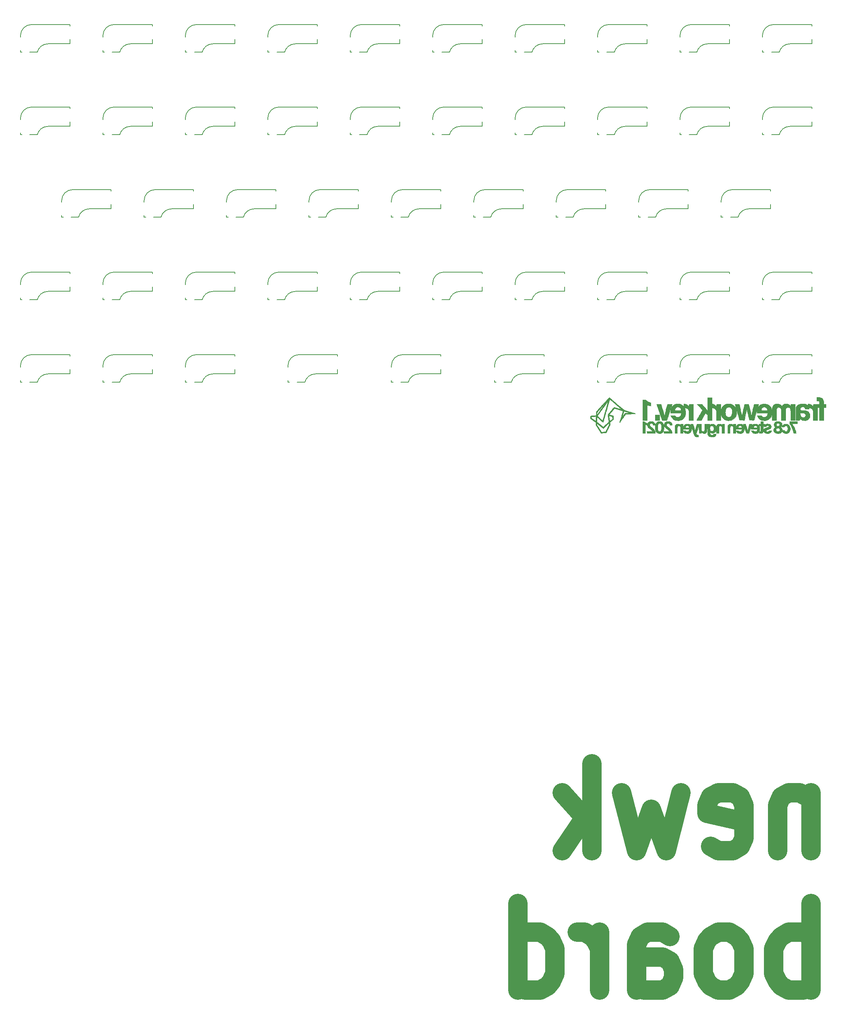
<source format=gbr>
%TF.GenerationSoftware,KiCad,Pcbnew,8.0.6*%
%TF.CreationDate,2024-11-17T06:17:46-07:00*%
%TF.ProjectId,framework,6672616d-6577-46f7-926b-2e6b69636164,1*%
%TF.SameCoordinates,Original*%
%TF.FileFunction,Legend,Bot*%
%TF.FilePolarity,Positive*%
%FSLAX46Y46*%
G04 Gerber Fmt 4.6, Leading zero omitted, Abs format (unit mm)*
G04 Created by KiCad (PCBNEW 8.0.6) date 2024-11-17 06:17:46*
%MOMM*%
%LPD*%
G01*
G04 APERTURE LIST*
%ADD10C,4.500000*%
%ADD11C,0.150000*%
%ADD12C,0.200000*%
%ADD13C,0.010000*%
%ADD14C,0.700000*%
%ADD15O,0.900000X2.400000*%
%ADD16O,0.900000X1.700000*%
%ADD17C,1.600000*%
%ADD18O,1.600000X1.600000*%
%ADD19R,1.600000X1.600000*%
%ADD20C,1.400000*%
%ADD21O,1.400000X1.400000*%
%ADD22C,1.701800*%
%ADD23C,3.000000*%
%ADD24C,3.987800*%
%ADD25R,2.550000X2.500000*%
%ADD26C,2.200000*%
%ADD27C,0.500000*%
%ADD28R,1.700000X1.700000*%
%ADD29O,1.700000X1.700000*%
%ADD30R,1.200000X1.200000*%
%ADD31C,1.200000*%
%ADD32C,2.000000*%
%ADD33C,1.500000*%
G04 APERTURE END LIST*
D10*
X279584134Y-399776732D02*
X279584134Y-413110065D01*
X279584134Y-401681494D02*
X278726991Y-400729113D01*
X278726991Y-400729113D02*
X277012706Y-399776732D01*
X277012706Y-399776732D02*
X274441277Y-399776732D01*
X274441277Y-399776732D02*
X272726991Y-400729113D01*
X272726991Y-400729113D02*
X271869849Y-402633875D01*
X271869849Y-402633875D02*
X271869849Y-413110065D01*
X256441277Y-412157685D02*
X258155563Y-413110065D01*
X258155563Y-413110065D02*
X261584135Y-413110065D01*
X261584135Y-413110065D02*
X263298420Y-412157685D01*
X263298420Y-412157685D02*
X264155563Y-410252923D01*
X264155563Y-410252923D02*
X264155563Y-402633875D01*
X264155563Y-402633875D02*
X263298420Y-400729113D01*
X263298420Y-400729113D02*
X261584135Y-399776732D01*
X261584135Y-399776732D02*
X258155563Y-399776732D01*
X258155563Y-399776732D02*
X256441277Y-400729113D01*
X256441277Y-400729113D02*
X255584135Y-402633875D01*
X255584135Y-402633875D02*
X255584135Y-404538637D01*
X255584135Y-404538637D02*
X264155563Y-406443399D01*
X249584135Y-399776732D02*
X246155564Y-413110065D01*
X246155564Y-413110065D02*
X242726992Y-403586256D01*
X242726992Y-403586256D02*
X239298421Y-413110065D01*
X239298421Y-413110065D02*
X235869849Y-399776732D01*
X229012706Y-413110065D02*
X229012706Y-393110065D01*
X227298421Y-405491018D02*
X222155563Y-413110065D01*
X222155563Y-399776732D02*
X229012706Y-407395780D01*
X279584134Y-445308945D02*
X279584134Y-425308945D01*
X279584134Y-432927993D02*
X277869849Y-431975612D01*
X277869849Y-431975612D02*
X274441277Y-431975612D01*
X274441277Y-431975612D02*
X272726991Y-432927993D01*
X272726991Y-432927993D02*
X271869849Y-433880374D01*
X271869849Y-433880374D02*
X271012706Y-435785136D01*
X271012706Y-435785136D02*
X271012706Y-441499422D01*
X271012706Y-441499422D02*
X271869849Y-443404184D01*
X271869849Y-443404184D02*
X272726991Y-444356565D01*
X272726991Y-444356565D02*
X274441277Y-445308945D01*
X274441277Y-445308945D02*
X277869849Y-445308945D01*
X277869849Y-445308945D02*
X279584134Y-444356565D01*
X260726992Y-445308945D02*
X262441277Y-444356565D01*
X262441277Y-444356565D02*
X263298420Y-443404184D01*
X263298420Y-443404184D02*
X264155563Y-441499422D01*
X264155563Y-441499422D02*
X264155563Y-435785136D01*
X264155563Y-435785136D02*
X263298420Y-433880374D01*
X263298420Y-433880374D02*
X262441277Y-432927993D01*
X262441277Y-432927993D02*
X260726992Y-431975612D01*
X260726992Y-431975612D02*
X258155563Y-431975612D01*
X258155563Y-431975612D02*
X256441277Y-432927993D01*
X256441277Y-432927993D02*
X255584135Y-433880374D01*
X255584135Y-433880374D02*
X254726992Y-435785136D01*
X254726992Y-435785136D02*
X254726992Y-441499422D01*
X254726992Y-441499422D02*
X255584135Y-443404184D01*
X255584135Y-443404184D02*
X256441277Y-444356565D01*
X256441277Y-444356565D02*
X258155563Y-445308945D01*
X258155563Y-445308945D02*
X260726992Y-445308945D01*
X239298421Y-445308945D02*
X239298421Y-434832755D01*
X239298421Y-434832755D02*
X240155563Y-432927993D01*
X240155563Y-432927993D02*
X241869849Y-431975612D01*
X241869849Y-431975612D02*
X245298421Y-431975612D01*
X245298421Y-431975612D02*
X247012706Y-432927993D01*
X239298421Y-444356565D02*
X241012706Y-445308945D01*
X241012706Y-445308945D02*
X245298421Y-445308945D01*
X245298421Y-445308945D02*
X247012706Y-444356565D01*
X247012706Y-444356565D02*
X247869849Y-442451803D01*
X247869849Y-442451803D02*
X247869849Y-440547041D01*
X247869849Y-440547041D02*
X247012706Y-438642279D01*
X247012706Y-438642279D02*
X245298421Y-437689898D01*
X245298421Y-437689898D02*
X241012706Y-437689898D01*
X241012706Y-437689898D02*
X239298421Y-436737517D01*
X230726992Y-445308945D02*
X230726992Y-431975612D01*
X230726992Y-435785136D02*
X229869849Y-433880374D01*
X229869849Y-433880374D02*
X229012707Y-432927993D01*
X229012707Y-432927993D02*
X227298421Y-431975612D01*
X227298421Y-431975612D02*
X225584135Y-431975612D01*
X211869850Y-445308945D02*
X211869850Y-425308945D01*
X211869850Y-444356565D02*
X213584135Y-445308945D01*
X213584135Y-445308945D02*
X217012707Y-445308945D01*
X217012707Y-445308945D02*
X218726992Y-444356565D01*
X218726992Y-444356565D02*
X219584135Y-443404184D01*
X219584135Y-443404184D02*
X220441278Y-441499422D01*
X220441278Y-441499422D02*
X220441278Y-435785136D01*
X220441278Y-435785136D02*
X219584135Y-433880374D01*
X219584135Y-433880374D02*
X218726992Y-432927993D01*
X218726992Y-432927993D02*
X217012707Y-431975612D01*
X217012707Y-431975612D02*
X213584135Y-431975612D01*
X213584135Y-431975612D02*
X211869850Y-432927993D01*
D11*
%TO.C,SW6*%
X211280375Y-244058625D02*
X211280375Y-244439625D01*
X211280375Y-247487625D02*
X211280375Y-247868625D01*
X211661375Y-247868625D02*
X211280375Y-247868625D01*
X213820375Y-241518625D02*
X222710375Y-241518625D01*
X215166213Y-247868625D02*
X213439375Y-247868625D01*
X222710375Y-241518625D02*
X222710375Y-241899625D01*
X222710375Y-244947625D02*
X222710375Y-245963625D01*
X222710375Y-245963625D02*
X217630375Y-245963625D01*
X211280375Y-244058625D02*
G75*
G02*
X213820375Y-241518625I2540001J-1D01*
G01*
X215166213Y-247887585D02*
G75*
G02*
X217630375Y-245963624I2464162J-616039D01*
G01*
%TO.C,SW31*%
X135080375Y-301208625D02*
X135080375Y-301589625D01*
X135080375Y-304637625D02*
X135080375Y-305018625D01*
X135461375Y-305018625D02*
X135080375Y-305018625D01*
X137620375Y-298668625D02*
X146510375Y-298668625D01*
X138966213Y-305018625D02*
X137239375Y-305018625D01*
X146510375Y-298668625D02*
X146510375Y-299049625D01*
X146510375Y-302097625D02*
X146510375Y-303113625D01*
X146510375Y-303113625D02*
X141430375Y-303113625D01*
X135080375Y-301208625D02*
G75*
G02*
X137620375Y-298668625I2540001J-1D01*
G01*
X138966213Y-305037585D02*
G75*
G02*
X141430375Y-303113624I2464162J-616039D01*
G01*
%TO.C,SW24*%
X249380375Y-225008625D02*
X249380375Y-225389625D01*
X249380375Y-228437625D02*
X249380375Y-228818625D01*
X249761375Y-228818625D02*
X249380375Y-228818625D01*
X251920375Y-222468625D02*
X260810375Y-222468625D01*
X253266213Y-228818625D02*
X251539375Y-228818625D01*
X260810375Y-222468625D02*
X260810375Y-222849625D01*
X260810375Y-225897625D02*
X260810375Y-226913625D01*
X260810375Y-226913625D02*
X255730375Y-226913625D01*
X249380375Y-225008625D02*
G75*
G02*
X251920375Y-222468625I2540001J-1D01*
G01*
X253266213Y-228837585D02*
G75*
G02*
X255730375Y-226913624I2464162J-616039D01*
G01*
%TO.C,SW3*%
X96980375Y-225008625D02*
X96980375Y-225389625D01*
X96980375Y-228437625D02*
X96980375Y-228818625D01*
X97361375Y-228818625D02*
X96980375Y-228818625D01*
X99520375Y-222468625D02*
X108410375Y-222468625D01*
X100866213Y-228818625D02*
X99139375Y-228818625D01*
X108410375Y-222468625D02*
X108410375Y-222849625D01*
X108410375Y-225897625D02*
X108410375Y-226913625D01*
X108410375Y-226913625D02*
X103330375Y-226913625D01*
X96980375Y-225008625D02*
G75*
G02*
X99520375Y-222468625I2540001J-1D01*
G01*
X100866213Y-228837585D02*
G75*
G02*
X103330375Y-226913624I2464162J-616039D01*
G01*
%TO.C,SW33*%
X154130375Y-225008625D02*
X154130375Y-225389625D01*
X154130375Y-228437625D02*
X154130375Y-228818625D01*
X154511375Y-228818625D02*
X154130375Y-228818625D01*
X156670375Y-222468625D02*
X165560375Y-222468625D01*
X158016213Y-228818625D02*
X156289375Y-228818625D01*
X165560375Y-222468625D02*
X165560375Y-222849625D01*
X165560375Y-225897625D02*
X165560375Y-226913625D01*
X165560375Y-226913625D02*
X160480375Y-226913625D01*
X154130375Y-225008625D02*
G75*
G02*
X156670375Y-222468625I2540001J-1D01*
G01*
X158016213Y-228837585D02*
G75*
G02*
X160480375Y-226913624I2464162J-616039D01*
G01*
%TO.C,SW14*%
X230330375Y-225008625D02*
X230330375Y-225389625D01*
X230330375Y-228437625D02*
X230330375Y-228818625D01*
X230711375Y-228818625D02*
X230330375Y-228818625D01*
X232870375Y-222468625D02*
X241760375Y-222468625D01*
X234216213Y-228818625D02*
X232489375Y-228818625D01*
X241760375Y-222468625D02*
X241760375Y-222849625D01*
X241760375Y-225897625D02*
X241760375Y-226913625D01*
X241760375Y-226913625D02*
X236680375Y-226913625D01*
X230330375Y-225008625D02*
G75*
G02*
X232870375Y-222468625I2540001J-1D01*
G01*
X234216213Y-228837585D02*
G75*
G02*
X236680375Y-226913624I2464162J-616039D01*
G01*
%TO.C,SW17*%
X125555375Y-263108625D02*
X125555375Y-263489625D01*
X125555375Y-266537625D02*
X125555375Y-266918625D01*
X125936375Y-266918625D02*
X125555375Y-266918625D01*
X128095375Y-260568625D02*
X136985375Y-260568625D01*
X129441213Y-266918625D02*
X127714375Y-266918625D01*
X136985375Y-260568625D02*
X136985375Y-260949625D01*
X136985375Y-263997625D02*
X136985375Y-265013625D01*
X136985375Y-265013625D02*
X131905375Y-265013625D01*
X125555375Y-263108625D02*
G75*
G02*
X128095375Y-260568625I2540001J-1D01*
G01*
X129441213Y-266937585D02*
G75*
G02*
X131905375Y-265013624I2464162J-616039D01*
G01*
%TO.C,SW30*%
X249380375Y-282158625D02*
X249380375Y-282539625D01*
X249380375Y-285587625D02*
X249380375Y-285968625D01*
X249761375Y-285968625D02*
X249380375Y-285968625D01*
X251920375Y-279618625D02*
X260810375Y-279618625D01*
X253266213Y-285968625D02*
X251539375Y-285968625D01*
X260810375Y-279618625D02*
X260810375Y-279999625D01*
X260810375Y-283047625D02*
X260810375Y-284063625D01*
X260810375Y-284063625D02*
X255730375Y-284063625D01*
X249380375Y-282158625D02*
G75*
G02*
X251920375Y-279618625I2540001J-1D01*
G01*
X253266213Y-285987585D02*
G75*
G02*
X255730375Y-284063624I2464162J-616039D01*
G01*
%TO.C,SW22*%
X249380375Y-301208625D02*
X249380375Y-301589625D01*
X249380375Y-304637625D02*
X249380375Y-305018625D01*
X249761375Y-305018625D02*
X249380375Y-305018625D01*
X251920375Y-298668625D02*
X260810375Y-298668625D01*
X253266213Y-305018625D02*
X251539375Y-305018625D01*
X260810375Y-298668625D02*
X260810375Y-299049625D01*
X260810375Y-302097625D02*
X260810375Y-303113625D01*
X260810375Y-303113625D02*
X255730375Y-303113625D01*
X249380375Y-301208625D02*
G75*
G02*
X251920375Y-298668625I2540001J-1D01*
G01*
X253266213Y-305037585D02*
G75*
G02*
X255730375Y-303113624I2464162J-616039D01*
G01*
%TO.C,SW26*%
X249380375Y-244058625D02*
X249380375Y-244439625D01*
X249380375Y-247487625D02*
X249380375Y-247868625D01*
X249761375Y-247868625D02*
X249380375Y-247868625D01*
X251920375Y-241518625D02*
X260810375Y-241518625D01*
X253266213Y-247868625D02*
X251539375Y-247868625D01*
X260810375Y-241518625D02*
X260810375Y-241899625D01*
X260810375Y-244947625D02*
X260810375Y-245963625D01*
X260810375Y-245963625D02*
X255730375Y-245963625D01*
X249380375Y-244058625D02*
G75*
G02*
X251920375Y-241518625I2540001J-1D01*
G01*
X253266213Y-247887585D02*
G75*
G02*
X255730375Y-245963624I2464162J-616039D01*
G01*
%TO.C,SW27*%
X144605375Y-263108625D02*
X144605375Y-263489625D01*
X144605375Y-266537625D02*
X144605375Y-266918625D01*
X144986375Y-266918625D02*
X144605375Y-266918625D01*
X147145375Y-260568625D02*
X156035375Y-260568625D01*
X148491213Y-266918625D02*
X146764375Y-266918625D01*
X156035375Y-260568625D02*
X156035375Y-260949625D01*
X156035375Y-263997625D02*
X156035375Y-265013625D01*
X156035375Y-265013625D02*
X150955375Y-265013625D01*
X144605375Y-263108625D02*
G75*
G02*
X147145375Y-260568625I2540001J-1D01*
G01*
X148491213Y-266937585D02*
G75*
G02*
X150955375Y-265013624I2464162J-616039D01*
G01*
%TO.C,SW32*%
X268430375Y-301208625D02*
X268430375Y-301589625D01*
X268430375Y-304637625D02*
X268430375Y-305018625D01*
X268811375Y-305018625D02*
X268430375Y-305018625D01*
X270970375Y-298668625D02*
X279860375Y-298668625D01*
X272316213Y-305018625D02*
X270589375Y-305018625D01*
X279860375Y-298668625D02*
X279860375Y-299049625D01*
X279860375Y-302097625D02*
X279860375Y-303113625D01*
X279860375Y-303113625D02*
X274780375Y-303113625D01*
X268430375Y-301208625D02*
G75*
G02*
X270970375Y-298668625I2540001J-1D01*
G01*
X272316213Y-305037585D02*
G75*
G02*
X274780375Y-303113624I2464162J-616039D01*
G01*
%TO.C,SW43*%
X173180375Y-225008625D02*
X173180375Y-225389625D01*
X173180375Y-228437625D02*
X173180375Y-228818625D01*
X173561375Y-228818625D02*
X173180375Y-228818625D01*
X175720375Y-222468625D02*
X184610375Y-222468625D01*
X177066213Y-228818625D02*
X175339375Y-228818625D01*
X184610375Y-222468625D02*
X184610375Y-222849625D01*
X184610375Y-225897625D02*
X184610375Y-226913625D01*
X184610375Y-226913625D02*
X179530375Y-226913625D01*
X173180375Y-225008625D02*
G75*
G02*
X175720375Y-222468625I2540001J-1D01*
G01*
X177066213Y-228837585D02*
G75*
G02*
X179530375Y-226913624I2464162J-616039D01*
G01*
%TO.C,SW54*%
X192230375Y-244058625D02*
X192230375Y-244439625D01*
X192230375Y-247487625D02*
X192230375Y-247868625D01*
X192611375Y-247868625D02*
X192230375Y-247868625D01*
X194770375Y-241518625D02*
X203660375Y-241518625D01*
X196116213Y-247868625D02*
X194389375Y-247868625D01*
X203660375Y-241518625D02*
X203660375Y-241899625D01*
X203660375Y-244947625D02*
X203660375Y-245963625D01*
X203660375Y-245963625D02*
X198580375Y-245963625D01*
X192230375Y-244058625D02*
G75*
G02*
X194770375Y-241518625I2540001J-1D01*
G01*
X196116213Y-247887585D02*
G75*
G02*
X198580375Y-245963624I2464162J-616039D01*
G01*
%TO.C,SW45*%
X173180375Y-244058625D02*
X173180375Y-244439625D01*
X173180375Y-247487625D02*
X173180375Y-247868625D01*
X173561375Y-247868625D02*
X173180375Y-247868625D01*
X175720375Y-241518625D02*
X184610375Y-241518625D01*
X177066213Y-247868625D02*
X175339375Y-247868625D01*
X184610375Y-241518625D02*
X184610375Y-241899625D01*
X184610375Y-244947625D02*
X184610375Y-245963625D01*
X184610375Y-245963625D02*
X179530375Y-245963625D01*
X173180375Y-244058625D02*
G75*
G02*
X175720375Y-241518625I2540001J-1D01*
G01*
X177066213Y-247887585D02*
G75*
G02*
X179530375Y-245963624I2464162J-616039D01*
G01*
%TO.C,SW51*%
X182705375Y-301208625D02*
X182705375Y-301589625D01*
X182705375Y-304637625D02*
X182705375Y-305018625D01*
X183086375Y-305018625D02*
X182705375Y-305018625D01*
X185245375Y-298668625D02*
X194135375Y-298668625D01*
X186591213Y-305018625D02*
X184864375Y-305018625D01*
X194135375Y-298668625D02*
X194135375Y-299049625D01*
X194135375Y-302097625D02*
X194135375Y-303113625D01*
X194135375Y-303113625D02*
X189055375Y-303113625D01*
X182705375Y-301208625D02*
G75*
G02*
X185245375Y-298668625I2540001J-1D01*
G01*
X186591213Y-305037585D02*
G75*
G02*
X189055375Y-303113624I2464162J-616039D01*
G01*
%TO.C,SW35*%
X154130375Y-244058625D02*
X154130375Y-244439625D01*
X154130375Y-247487625D02*
X154130375Y-247868625D01*
X154511375Y-247868625D02*
X154130375Y-247868625D01*
X156670375Y-241518625D02*
X165560375Y-241518625D01*
X158016213Y-247868625D02*
X156289375Y-247868625D01*
X165560375Y-241518625D02*
X165560375Y-241899625D01*
X165560375Y-244947625D02*
X165560375Y-245963625D01*
X165560375Y-245963625D02*
X160480375Y-245963625D01*
X154130375Y-244058625D02*
G75*
G02*
X156670375Y-241518625I2540001J-1D01*
G01*
X158016213Y-247887585D02*
G75*
G02*
X160480375Y-245963624I2464162J-616039D01*
G01*
%TO.C,SW21*%
X116030375Y-301208625D02*
X116030375Y-301589625D01*
X116030375Y-304637625D02*
X116030375Y-305018625D01*
X116411375Y-305018625D02*
X116030375Y-305018625D01*
X118570375Y-298668625D02*
X127460375Y-298668625D01*
X119916213Y-305018625D02*
X118189375Y-305018625D01*
X127460375Y-298668625D02*
X127460375Y-299049625D01*
X127460375Y-302097625D02*
X127460375Y-303113625D01*
X127460375Y-303113625D02*
X122380375Y-303113625D01*
X116030375Y-301208625D02*
G75*
G02*
X118570375Y-298668625I2540001J-1D01*
G01*
X119916213Y-305037585D02*
G75*
G02*
X122380375Y-303113624I2464162J-616039D01*
G01*
%TO.C,SW9*%
X96980375Y-282158625D02*
X96980375Y-282539625D01*
X96980375Y-285587625D02*
X96980375Y-285968625D01*
X97361375Y-285968625D02*
X96980375Y-285968625D01*
X99520375Y-279618625D02*
X108410375Y-279618625D01*
X100866213Y-285968625D02*
X99139375Y-285968625D01*
X108410375Y-279618625D02*
X108410375Y-279999625D01*
X108410375Y-283047625D02*
X108410375Y-284063625D01*
X108410375Y-284063625D02*
X103330375Y-284063625D01*
X96980375Y-282158625D02*
G75*
G02*
X99520375Y-279618625I2540001J-1D01*
G01*
X100866213Y-285987585D02*
G75*
G02*
X103330375Y-284063624I2464162J-616039D01*
G01*
%TO.C,SW4*%
X211280375Y-225008625D02*
X211280375Y-225389625D01*
X211280375Y-228437625D02*
X211280375Y-228818625D01*
X211661375Y-228818625D02*
X211280375Y-228818625D01*
X213820375Y-222468625D02*
X222710375Y-222468625D01*
X215166213Y-228818625D02*
X213439375Y-228818625D01*
X222710375Y-222468625D02*
X222710375Y-222849625D01*
X222710375Y-225897625D02*
X222710375Y-226913625D01*
X222710375Y-226913625D02*
X217630375Y-226913625D01*
X211280375Y-225008625D02*
G75*
G02*
X213820375Y-222468625I2540001J-1D01*
G01*
X215166213Y-228837585D02*
G75*
G02*
X217630375Y-226913624I2464162J-616039D01*
G01*
%TO.C,SW12*%
X230330375Y-301208625D02*
X230330375Y-301589625D01*
X230330375Y-304637625D02*
X230330375Y-305018625D01*
X230711375Y-305018625D02*
X230330375Y-305018625D01*
X232870375Y-298668625D02*
X241760375Y-298668625D01*
X234216213Y-305018625D02*
X232489375Y-305018625D01*
X241760375Y-298668625D02*
X241760375Y-299049625D01*
X241760375Y-302097625D02*
X241760375Y-303113625D01*
X241760375Y-303113625D02*
X236680375Y-303113625D01*
X230330375Y-301208625D02*
G75*
G02*
X232870375Y-298668625I2540001J-1D01*
G01*
X234216213Y-305037585D02*
G75*
G02*
X236680375Y-303113624I2464162J-616039D01*
G01*
D12*
%TO.C,G\u002A\u002A\u002A*%
X236513439Y-311556241D02*
X237789916Y-311926300D01*
X237893860Y-311956438D01*
X238067377Y-312006776D01*
X238222825Y-312051925D01*
X238361142Y-312092173D01*
X238483265Y-312127808D01*
X238590129Y-312159117D01*
X238676600Y-312184600D01*
X238682673Y-312186390D01*
X238761833Y-312209913D01*
X238828545Y-312229975D01*
X238883747Y-312246864D01*
X238928375Y-312260868D01*
X238963367Y-312272275D01*
X238989659Y-312281373D01*
X239008187Y-312288450D01*
X239019890Y-312293793D01*
X239025703Y-312297692D01*
X239026563Y-312300434D01*
X239023408Y-312302307D01*
X239017174Y-312303599D01*
X239002182Y-312304852D01*
X238967776Y-312306867D01*
X238915765Y-312309520D01*
X238847549Y-312312749D01*
X238764523Y-312316495D01*
X238668088Y-312320698D01*
X238559639Y-312325298D01*
X238440576Y-312330234D01*
X238312296Y-312335448D01*
X238176197Y-312340878D01*
X238033677Y-312346465D01*
X237886134Y-312352149D01*
X237741769Y-312357725D01*
X237600872Y-312363292D01*
X237467001Y-312368708D01*
X237341485Y-312373911D01*
X237225651Y-312378843D01*
X237120828Y-312383444D01*
X237028343Y-312387656D01*
X236949524Y-312391419D01*
X236885700Y-312394672D01*
X236838197Y-312397358D01*
X236808346Y-312399417D01*
X236797472Y-312400789D01*
X236796572Y-312401988D01*
X236786464Y-312416394D01*
X236765847Y-312446150D01*
X236735455Y-312490188D01*
X236696021Y-312547440D01*
X236648281Y-312616838D01*
X236592967Y-312697314D01*
X236530813Y-312787800D01*
X236462555Y-312887228D01*
X236388924Y-312994530D01*
X236310656Y-313108638D01*
X236228484Y-313228484D01*
X236143143Y-313353000D01*
X236116076Y-313392493D01*
X236031476Y-313515876D01*
X235950171Y-313634362D01*
X235872908Y-313746872D01*
X235800428Y-313852327D01*
X235733475Y-313949647D01*
X235672794Y-314037753D01*
X235619128Y-314115565D01*
X235573220Y-314182005D01*
X235535814Y-314235993D01*
X235507654Y-314276451D01*
X235489483Y-314302298D01*
X235482045Y-314312456D01*
X235481157Y-314313471D01*
X235478678Y-314316759D01*
X235476333Y-314320076D01*
X235474404Y-314322498D01*
X235473169Y-314323097D01*
X235472907Y-314320949D01*
X235473899Y-314315127D01*
X235476424Y-314304706D01*
X235480761Y-314288760D01*
X235487189Y-314266363D01*
X235495990Y-314236589D01*
X235507441Y-314198512D01*
X235521823Y-314151207D01*
X235539415Y-314093748D01*
X235560496Y-314025209D01*
X235585347Y-313944664D01*
X235614246Y-313851188D01*
X235647474Y-313743854D01*
X235685309Y-313621737D01*
X235728032Y-313483910D01*
X235759010Y-313383995D01*
X235927244Y-313383995D01*
X235929421Y-313381526D01*
X235941707Y-313364789D01*
X235963983Y-313333418D01*
X235995309Y-313288766D01*
X236034745Y-313232185D01*
X236081350Y-313165029D01*
X236134184Y-313088651D01*
X236192307Y-313004406D01*
X236254779Y-312913645D01*
X236320659Y-312817723D01*
X236358034Y-312763308D01*
X236422519Y-312669715D01*
X236483296Y-312581871D01*
X236539397Y-312501154D01*
X236589853Y-312428944D01*
X236633696Y-312366621D01*
X236669958Y-312315563D01*
X236697671Y-312277150D01*
X236715865Y-312252762D01*
X236723573Y-312243779D01*
X236727832Y-312243206D01*
X236750375Y-312241614D01*
X236790596Y-312239369D01*
X236846807Y-312236546D01*
X236917319Y-312233224D01*
X237000441Y-312229479D01*
X237094485Y-312225387D01*
X237197760Y-312221027D01*
X237308578Y-312216475D01*
X237425248Y-312211808D01*
X238114515Y-312184600D01*
X237282503Y-311943038D01*
X237190886Y-311916473D01*
X237069204Y-311881301D01*
X236954215Y-311848188D01*
X236847342Y-311817539D01*
X236750009Y-311789758D01*
X236663640Y-311765247D01*
X236589659Y-311744411D01*
X236529489Y-311727653D01*
X236484553Y-311715377D01*
X236456277Y-311707987D01*
X236446083Y-311705886D01*
X236443808Y-311712087D01*
X236435881Y-311736260D01*
X236422741Y-311777349D01*
X236404831Y-311833941D01*
X236382591Y-311904627D01*
X236356466Y-311987995D01*
X236326895Y-312082635D01*
X236294321Y-312187135D01*
X236259187Y-312300084D01*
X236221933Y-312420073D01*
X236183003Y-312545689D01*
X236152686Y-312643683D01*
X236115244Y-312764954D01*
X236079968Y-312879478D01*
X236047287Y-312985848D01*
X236017632Y-313082658D01*
X235991430Y-313168502D01*
X235969110Y-313241972D01*
X235951103Y-313301663D01*
X235937837Y-313346168D01*
X235929741Y-313374081D01*
X235927244Y-313383995D01*
X235759010Y-313383995D01*
X235775921Y-313329449D01*
X235829257Y-313157428D01*
X235888319Y-312966920D01*
X235903243Y-312918775D01*
X235958929Y-312739090D01*
X236008941Y-312577589D01*
X236053565Y-312433297D01*
X236093084Y-312305240D01*
X236127783Y-312192442D01*
X236157946Y-312093928D01*
X236183858Y-312008723D01*
X236205802Y-311935851D01*
X236224064Y-311874338D01*
X236238928Y-311823208D01*
X236250677Y-311781486D01*
X236259597Y-311748197D01*
X236265972Y-311722366D01*
X236270086Y-311703017D01*
X236272223Y-311689176D01*
X236272668Y-311679867D01*
X236271706Y-311674115D01*
X236269620Y-311670946D01*
X236266695Y-311669382D01*
X236257847Y-311666631D01*
X236230396Y-311658244D01*
X236185881Y-311644704D01*
X236125616Y-311626409D01*
X236050914Y-311603758D01*
X235963090Y-311577147D01*
X235863458Y-311546976D01*
X235753332Y-311513641D01*
X235634024Y-311477542D01*
X235506850Y-311439076D01*
X235373122Y-311398641D01*
X235234155Y-311356634D01*
X235118535Y-311321687D01*
X234984228Y-311281084D01*
X234856411Y-311242433D01*
X234736380Y-311206129D01*
X234625430Y-311172562D01*
X234524858Y-311142125D01*
X234435960Y-311115211D01*
X234360032Y-311092212D01*
X234298371Y-311073520D01*
X234252273Y-311059528D01*
X234223034Y-311050628D01*
X234211950Y-311047213D01*
X234207304Y-311051619D01*
X234190880Y-311070404D01*
X234163685Y-311102724D01*
X234126784Y-311147255D01*
X234081243Y-311202673D01*
X234028126Y-311267654D01*
X233968501Y-311340875D01*
X233903431Y-311421011D01*
X233833983Y-311506740D01*
X233761222Y-311596736D01*
X233686214Y-311689677D01*
X233610025Y-311784240D01*
X233533718Y-311879099D01*
X233458361Y-311972931D01*
X233385019Y-312064413D01*
X233314757Y-312152221D01*
X233248641Y-312235031D01*
X233187735Y-312311519D01*
X233133107Y-312380362D01*
X233085821Y-312440236D01*
X233046942Y-312489817D01*
X233017537Y-312527781D01*
X232998671Y-312552805D01*
X232991408Y-312563565D01*
X232992263Y-312564302D01*
X233007199Y-312569984D01*
X233039307Y-312580391D01*
X233086769Y-312594983D01*
X233147766Y-312613220D01*
X233220479Y-312634562D01*
X233303090Y-312658469D01*
X233393781Y-312684400D01*
X233490732Y-312711817D01*
X233992523Y-312852955D01*
X233999282Y-313047097D01*
X234000499Y-313084172D01*
X234002932Y-313170493D01*
X234005120Y-313263405D01*
X234006863Y-313353945D01*
X234007959Y-313433146D01*
X234009104Y-313547753D01*
X234009875Y-313625053D01*
X233596197Y-313951306D01*
X233569326Y-313972507D01*
X233490487Y-314034802D01*
X233416730Y-314093219D01*
X233349610Y-314146517D01*
X233290684Y-314193455D01*
X233241507Y-314232793D01*
X233203633Y-314263290D01*
X233178620Y-314283706D01*
X233168022Y-314292800D01*
X233166008Y-314295328D01*
X233162537Y-314304045D01*
X233160963Y-314318591D01*
X233161460Y-314341345D01*
X233164203Y-314374688D01*
X233169363Y-314420998D01*
X233177114Y-314482655D01*
X233187630Y-314562040D01*
X233194812Y-314616182D01*
X233203540Y-314683919D01*
X233211013Y-314744141D01*
X233216852Y-314793695D01*
X233220676Y-314829428D01*
X233221205Y-314836360D01*
X233222106Y-314848185D01*
X233220413Y-314855953D01*
X233211926Y-314878589D01*
X233196104Y-314915257D01*
X233172732Y-314966405D01*
X233141593Y-315032484D01*
X233102470Y-315113943D01*
X233055148Y-315211231D01*
X232999409Y-315324797D01*
X232935039Y-315455092D01*
X232861819Y-315602565D01*
X232779535Y-315767665D01*
X232749722Y-315827379D01*
X232688203Y-315950533D01*
X232629527Y-316067912D01*
X232574317Y-316178274D01*
X232523194Y-316280377D01*
X232476781Y-316372982D01*
X232435702Y-316454848D01*
X232400577Y-316524732D01*
X232372030Y-316581396D01*
X232350682Y-316623597D01*
X232337158Y-316650095D01*
X232332078Y-316659650D01*
X232328819Y-316660418D01*
X232308189Y-316663367D01*
X232270196Y-316668099D01*
X232216703Y-316674404D01*
X232149570Y-316682069D01*
X232070660Y-316690883D01*
X231981834Y-316700636D01*
X231884953Y-316711115D01*
X231781879Y-316722110D01*
X231731875Y-316727384D01*
X231629731Y-316738014D01*
X231533700Y-316747819D01*
X231445794Y-316756603D01*
X231368027Y-316764172D01*
X231302411Y-316770333D01*
X231250958Y-316774891D01*
X231215682Y-316777651D01*
X231198596Y-316778419D01*
X231160996Y-316776920D01*
X230585441Y-315862520D01*
X230009885Y-314948120D01*
X230011797Y-314838632D01*
X230169469Y-314838632D01*
X230170616Y-314877764D01*
X230173300Y-314903431D01*
X230177565Y-314917682D01*
X230179432Y-314920829D01*
X230191087Y-314939743D01*
X230212473Y-314974105D01*
X230242833Y-315022709D01*
X230281411Y-315084349D01*
X230327450Y-315157819D01*
X230380196Y-315241914D01*
X230438890Y-315335426D01*
X230502778Y-315437151D01*
X230571102Y-315545882D01*
X230643107Y-315660414D01*
X230718035Y-315779539D01*
X230753157Y-315835328D01*
X230843037Y-315977746D01*
X230925077Y-316107199D01*
X230998962Y-316223208D01*
X231064380Y-316325288D01*
X231121020Y-316412957D01*
X231168568Y-316485735D01*
X231206712Y-316543138D01*
X231235140Y-316584684D01*
X231253538Y-316609892D01*
X231261595Y-316618278D01*
X231269714Y-316617570D01*
X231296768Y-316614897D01*
X231339373Y-316610528D01*
X231395145Y-316604721D01*
X231461700Y-316597728D01*
X231536654Y-316589806D01*
X231617623Y-316581210D01*
X231702224Y-316572194D01*
X231788072Y-316563013D01*
X231872784Y-316553924D01*
X231953975Y-316545180D01*
X232029261Y-316537038D01*
X232096260Y-316529751D01*
X232152586Y-316523576D01*
X232195856Y-316518766D01*
X232223686Y-316515578D01*
X232233692Y-316514266D01*
X232233824Y-316514040D01*
X232239741Y-316502367D01*
X232253948Y-316473940D01*
X232275811Y-316430033D01*
X232304700Y-316371922D01*
X232339980Y-316300879D01*
X232381021Y-316218180D01*
X232427189Y-316125099D01*
X232477852Y-316022910D01*
X232532377Y-315912887D01*
X232590133Y-315796304D01*
X232650486Y-315674437D01*
X233065464Y-314836360D01*
X233039226Y-314635942D01*
X233037809Y-314625161D01*
X233029650Y-314564760D01*
X233022173Y-314512089D01*
X233015847Y-314470256D01*
X233011137Y-314442367D01*
X233008511Y-314431531D01*
X233008351Y-314431540D01*
X232998943Y-314439119D01*
X232976056Y-314459498D01*
X232940836Y-314491613D01*
X232894428Y-314534397D01*
X232837980Y-314586783D01*
X232772636Y-314647707D01*
X232699544Y-314716102D01*
X232619849Y-314790901D01*
X232534698Y-314871040D01*
X232445235Y-314955452D01*
X232362866Y-315033254D01*
X232271650Y-315119379D01*
X232183594Y-315202486D01*
X232100149Y-315281209D01*
X232022765Y-315354178D01*
X231952894Y-315420027D01*
X231891986Y-315477388D01*
X231841492Y-315524893D01*
X231802863Y-315561175D01*
X231777549Y-315584865D01*
X231668663Y-315686364D01*
X230179555Y-314473426D01*
X230172485Y-314684500D01*
X230171608Y-314711773D01*
X230169815Y-314783985D01*
X230169469Y-314838632D01*
X230011797Y-314838632D01*
X230020185Y-314358182D01*
X229901270Y-314271893D01*
X230179555Y-314271893D01*
X230911075Y-314867568D01*
X230930335Y-314883251D01*
X231035769Y-314969101D01*
X231136595Y-315051195D01*
X231231700Y-315128626D01*
X231319967Y-315200485D01*
X231400283Y-315265865D01*
X231471532Y-315323858D01*
X231532600Y-315373558D01*
X231582371Y-315414056D01*
X231619730Y-315444446D01*
X231643564Y-315463819D01*
X231652755Y-315471268D01*
X231655875Y-315469906D01*
X231672482Y-315456976D01*
X231702478Y-315431209D01*
X231745021Y-315393380D01*
X231799267Y-315344263D01*
X231864374Y-315284631D01*
X231939498Y-315215257D01*
X232023798Y-315136915D01*
X232116429Y-315050380D01*
X232216549Y-314956424D01*
X232323315Y-314855821D01*
X232404891Y-314778762D01*
X232513153Y-314676312D01*
X232607860Y-314586422D01*
X232689794Y-314508324D01*
X232759739Y-314441248D01*
X232818476Y-314384427D01*
X232866788Y-314337092D01*
X232905458Y-314298473D01*
X232935267Y-314267803D01*
X232957000Y-314244313D01*
X232971437Y-314227234D01*
X232979362Y-314215797D01*
X232981557Y-314209234D01*
X232981450Y-314208224D01*
X232979355Y-314191186D01*
X232974861Y-314155885D01*
X232968176Y-314103917D01*
X232959506Y-314036877D01*
X232949059Y-313956361D01*
X232937042Y-313863963D01*
X232923662Y-313761279D01*
X232909126Y-313649904D01*
X232893642Y-313531434D01*
X232877417Y-313407464D01*
X232874462Y-313384896D01*
X232858388Y-313261739D01*
X232843144Y-313144329D01*
X232828933Y-313034267D01*
X232815958Y-312933151D01*
X232804422Y-312842582D01*
X232794528Y-312764159D01*
X232790251Y-312729790D01*
X232948155Y-312729790D01*
X232948376Y-312732096D01*
X232950678Y-312751194D01*
X232955306Y-312788052D01*
X232962044Y-312840980D01*
X232970673Y-312908286D01*
X232980976Y-312988278D01*
X232992734Y-313079266D01*
X233005732Y-313179556D01*
X233019749Y-313287459D01*
X233034570Y-313401282D01*
X233040359Y-313445617D01*
X233055137Y-313558157D01*
X233069228Y-313664556D01*
X233082393Y-313763065D01*
X233094392Y-313851930D01*
X233104988Y-313929400D01*
X233113940Y-313993724D01*
X233121011Y-314043150D01*
X233125960Y-314075926D01*
X233128550Y-314090301D01*
X233129027Y-314091862D01*
X233131596Y-314097093D01*
X233136136Y-314099497D01*
X233144040Y-314098092D01*
X233156704Y-314091898D01*
X233175522Y-314079934D01*
X233201888Y-314061221D01*
X233237197Y-314034776D01*
X233282843Y-313999620D01*
X233340221Y-313954772D01*
X233410724Y-313899252D01*
X233495749Y-313832078D01*
X233855382Y-313547753D01*
X233848110Y-313262564D01*
X233847817Y-313251188D01*
X233845823Y-313178119D01*
X233843832Y-313112348D01*
X233841940Y-313056480D01*
X233840238Y-313013116D01*
X233838820Y-312984861D01*
X233837780Y-312974317D01*
X233835241Y-312973077D01*
X233816571Y-312966802D01*
X233781954Y-312956301D01*
X233733755Y-312942224D01*
X233674343Y-312925221D01*
X233606083Y-312905943D01*
X233531342Y-312885041D01*
X233452487Y-312863165D01*
X233371884Y-312840966D01*
X233291901Y-312819093D01*
X233214903Y-312798199D01*
X233143258Y-312778932D01*
X233079332Y-312761944D01*
X233025492Y-312747885D01*
X232984105Y-312737406D01*
X232957537Y-312731158D01*
X232948155Y-312729790D01*
X232790251Y-312729790D01*
X232786480Y-312699483D01*
X232780479Y-312650152D01*
X232776730Y-312617768D01*
X232775435Y-312603929D01*
X232776622Y-312600133D01*
X232785828Y-312584464D01*
X232804432Y-312557465D01*
X232832777Y-312518695D01*
X232871206Y-312467709D01*
X232920063Y-312404065D01*
X232979690Y-312327320D01*
X233050431Y-312237032D01*
X233132629Y-312132757D01*
X233226627Y-312014052D01*
X233332769Y-311880476D01*
X233451396Y-311731585D01*
X233541474Y-311618721D01*
X233629781Y-311508211D01*
X233713848Y-311403144D01*
X233792833Y-311304564D01*
X233865895Y-311213517D01*
X233932191Y-311131049D01*
X233990882Y-311058206D01*
X234041124Y-310996032D01*
X234082077Y-310945575D01*
X234112900Y-310907878D01*
X234132750Y-310883988D01*
X234140787Y-310874951D01*
X234141270Y-310874773D01*
X234156021Y-310876791D01*
X234190104Y-310884914D01*
X234243479Y-310899130D01*
X234316107Y-310919429D01*
X234407946Y-310945798D01*
X234518958Y-310978225D01*
X234649101Y-311016700D01*
X234798337Y-311061210D01*
X234966626Y-311111744D01*
X235153926Y-311168291D01*
X235260075Y-311200423D01*
X235393928Y-311240978D01*
X235521346Y-311279623D01*
X235641029Y-311315961D01*
X235751675Y-311349597D01*
X235851981Y-311380132D01*
X235940646Y-311407172D01*
X236016369Y-311430318D01*
X236077847Y-311449174D01*
X236123778Y-311463344D01*
X236152862Y-311472431D01*
X236163795Y-311476038D01*
X236164238Y-311476255D01*
X236164844Y-311473233D01*
X236153635Y-311459975D01*
X236144441Y-311451783D01*
X236120699Y-311431280D01*
X236083372Y-311399291D01*
X236033368Y-311356587D01*
X235971595Y-311303937D01*
X235898962Y-311242110D01*
X235816378Y-311171877D01*
X235724751Y-311094008D01*
X235624991Y-311009272D01*
X235518005Y-310918440D01*
X235404702Y-310822280D01*
X235285991Y-310721564D01*
X235162781Y-310617061D01*
X235035980Y-310509540D01*
X234906498Y-310399773D01*
X234775242Y-310288527D01*
X234643121Y-310176574D01*
X234511044Y-310064684D01*
X234379920Y-309953625D01*
X234250658Y-309844169D01*
X234124165Y-309737084D01*
X234001351Y-309633141D01*
X233883124Y-309533110D01*
X233770393Y-309437760D01*
X233664067Y-309347862D01*
X233565054Y-309264185D01*
X233474263Y-309187499D01*
X233392603Y-309118574D01*
X233320982Y-309058180D01*
X233260308Y-309007086D01*
X233211492Y-308966063D01*
X233175441Y-308935881D01*
X233153063Y-308917309D01*
X233145268Y-308911117D01*
X233145118Y-308911584D01*
X233141105Y-308925408D01*
X233131811Y-308957820D01*
X233117461Y-309008026D01*
X233098281Y-309075236D01*
X233074496Y-309158657D01*
X233061068Y-309205782D01*
X233046332Y-309257498D01*
X233014014Y-309370965D01*
X232977767Y-309498267D01*
X232937817Y-309638612D01*
X232894389Y-309791208D01*
X232847709Y-309955262D01*
X232798002Y-310129983D01*
X232745494Y-310314578D01*
X232690410Y-310508256D01*
X232632975Y-310710225D01*
X232573415Y-310919691D01*
X232511955Y-311135864D01*
X232448821Y-311357951D01*
X232384237Y-311585160D01*
X232370829Y-311632333D01*
X232306486Y-311858631D01*
X232243606Y-312079675D01*
X232182416Y-312294672D01*
X232123143Y-312502827D01*
X232066014Y-312703345D01*
X232011255Y-312895434D01*
X231959095Y-313078299D01*
X231909759Y-313251145D01*
X231863476Y-313413179D01*
X231820471Y-313563606D01*
X231780972Y-313701632D01*
X231745206Y-313826464D01*
X231713400Y-313937307D01*
X231685781Y-314033367D01*
X231662576Y-314113850D01*
X231644011Y-314177961D01*
X231630315Y-314224908D01*
X231621714Y-314253895D01*
X231618434Y-314264128D01*
X231617876Y-314264029D01*
X231606415Y-314255582D01*
X231581124Y-314234691D01*
X231543061Y-314202286D01*
X231493287Y-314159295D01*
X231432862Y-314106647D01*
X231362845Y-314045270D01*
X231284298Y-313976093D01*
X231198279Y-313900044D01*
X231105849Y-313818053D01*
X231008068Y-313731048D01*
X230905995Y-313639957D01*
X230199875Y-313008897D01*
X230199378Y-313037399D01*
X230193694Y-313363828D01*
X230193289Y-313387209D01*
X230191549Y-313489444D01*
X230189738Y-313598586D01*
X230187944Y-313709189D01*
X230186253Y-313815810D01*
X230184754Y-313913004D01*
X230183534Y-313995326D01*
X230179555Y-314271893D01*
X229901270Y-314271893D01*
X229405323Y-313912015D01*
X229403384Y-313910608D01*
X229304148Y-313838396D01*
X229209690Y-313769284D01*
X229121313Y-313704247D01*
X229040317Y-313644259D01*
X228968003Y-313590296D01*
X228905672Y-313543333D01*
X228854625Y-313504345D01*
X228816164Y-313474308D01*
X228791588Y-313454196D01*
X228782201Y-313444984D01*
X228780342Y-313435996D01*
X228776811Y-313409084D01*
X228772331Y-313368009D01*
X228767167Y-313315899D01*
X228761581Y-313255879D01*
X228755838Y-313191075D01*
X228750201Y-313124615D01*
X228744935Y-313059623D01*
X228742146Y-313023269D01*
X228901077Y-313023269D01*
X228901764Y-313030726D01*
X228903877Y-313056570D01*
X228907008Y-313096472D01*
X228910860Y-313146660D01*
X228915141Y-313203366D01*
X228927523Y-313368692D01*
X228964259Y-313397385D01*
X228975898Y-313406145D01*
X229003481Y-313426502D01*
X229044591Y-313456642D01*
X229097648Y-313495412D01*
X229161068Y-313541657D01*
X229233271Y-313594225D01*
X229312673Y-313651961D01*
X229397694Y-313713713D01*
X229486750Y-313778327D01*
X229565087Y-313835113D01*
X229649802Y-313896471D01*
X229728753Y-313953604D01*
X229800415Y-314005409D01*
X229863263Y-314050784D01*
X229915770Y-314088629D01*
X229956410Y-314117842D01*
X229983658Y-314137320D01*
X229995989Y-314145964D01*
X230019472Y-314161351D01*
X230025774Y-313919735D01*
X230026806Y-313878628D01*
X230028665Y-313798672D01*
X230030686Y-313705731D01*
X230032778Y-313604327D01*
X230034848Y-313498985D01*
X230036803Y-313394227D01*
X230038551Y-313294580D01*
X230039063Y-313264136D01*
X230040569Y-313171327D01*
X230041615Y-313096382D01*
X230042139Y-313037399D01*
X230042079Y-312992474D01*
X230041372Y-312959706D01*
X230039954Y-312937191D01*
X230037764Y-312923029D01*
X230034739Y-312915315D01*
X230030815Y-312912148D01*
X230025931Y-312911625D01*
X230020738Y-312911962D01*
X229996741Y-312913853D01*
X229955493Y-312917258D01*
X229898912Y-312922014D01*
X229828915Y-312927959D01*
X229747420Y-312934928D01*
X229656344Y-312942759D01*
X229557603Y-312951289D01*
X229453115Y-312960355D01*
X229402543Y-312964763D01*
X229287502Y-312974910D01*
X229190714Y-312983664D01*
X229110743Y-312991192D01*
X229046150Y-312997655D01*
X228995499Y-313003219D01*
X228957353Y-313008046D01*
X228930275Y-313012301D01*
X228912828Y-313016147D01*
X228903574Y-313019749D01*
X228901077Y-313023269D01*
X228742146Y-313023269D01*
X228740301Y-312999226D01*
X228736565Y-312946551D01*
X228733990Y-312904723D01*
X228732840Y-312876868D01*
X228733377Y-312866114D01*
X228734187Y-312865935D01*
X228749528Y-312864212D01*
X228782968Y-312860977D01*
X228832794Y-312856383D01*
X228897294Y-312850580D01*
X228974754Y-312843722D01*
X228978983Y-312843352D01*
X230270223Y-312843352D01*
X230276819Y-312853224D01*
X230298685Y-312876278D01*
X230335717Y-312912418D01*
X230387807Y-312961544D01*
X230454849Y-313023558D01*
X230536736Y-313098361D01*
X230633364Y-313185856D01*
X230744624Y-313285945D01*
X230870411Y-313398528D01*
X230930609Y-313452294D01*
X231039201Y-313549298D01*
X231134029Y-313633997D01*
X231216025Y-313707198D01*
X231286127Y-313769707D01*
X231345270Y-313822330D01*
X231394388Y-313865874D01*
X231434418Y-313901144D01*
X231466295Y-313928947D01*
X231490955Y-313950089D01*
X231509332Y-313965377D01*
X231522363Y-313975616D01*
X231530982Y-313981613D01*
X231536126Y-313984174D01*
X231538729Y-313984106D01*
X231539727Y-313982214D01*
X231540056Y-313979305D01*
X231540651Y-313976185D01*
X231540736Y-313975937D01*
X231545042Y-313961621D01*
X231554519Y-313929027D01*
X231568878Y-313879175D01*
X231587828Y-313813089D01*
X231611079Y-313731791D01*
X231638342Y-313636303D01*
X231669327Y-313527648D01*
X231703743Y-313406848D01*
X231741301Y-313274924D01*
X231781710Y-313132900D01*
X231824681Y-312981797D01*
X231869924Y-312822638D01*
X231917149Y-312656446D01*
X231966065Y-312484241D01*
X232016384Y-312307048D01*
X232067814Y-312125887D01*
X232120067Y-311941782D01*
X232172851Y-311755754D01*
X232225878Y-311568826D01*
X232278856Y-311382020D01*
X232331497Y-311196358D01*
X232383510Y-311012863D01*
X232434605Y-310832557D01*
X232484492Y-310656462D01*
X232532882Y-310485600D01*
X232579484Y-310320994D01*
X232624008Y-310163667D01*
X232666165Y-310014639D01*
X232705664Y-309874934D01*
X232742216Y-309745574D01*
X232775530Y-309627582D01*
X232805317Y-309521978D01*
X232831286Y-309429786D01*
X232853149Y-309352029D01*
X232870614Y-309289727D01*
X232883391Y-309243904D01*
X232891192Y-309215582D01*
X232893725Y-309205782D01*
X232893039Y-309206496D01*
X232883292Y-309219285D01*
X232862537Y-309247378D01*
X232831428Y-309289870D01*
X232790617Y-309345855D01*
X232740758Y-309414427D01*
X232739634Y-309415975D01*
X232682503Y-309494682D01*
X232616506Y-309585714D01*
X232543420Y-309686617D01*
X232463898Y-309796486D01*
X232378592Y-309914415D01*
X232288157Y-310039498D01*
X232193244Y-310170832D01*
X232094508Y-310307508D01*
X231992601Y-310448624D01*
X231888176Y-310593272D01*
X231781886Y-310740547D01*
X231674385Y-310889544D01*
X231566325Y-311039358D01*
X231458360Y-311189082D01*
X231351142Y-311337812D01*
X231245325Y-311484641D01*
X231141562Y-311628665D01*
X231040505Y-311768977D01*
X230942808Y-311904673D01*
X230849125Y-312034847D01*
X230760107Y-312158593D01*
X230676408Y-312275006D01*
X230598681Y-312383181D01*
X230527580Y-312482211D01*
X230463756Y-312571192D01*
X230407865Y-312649217D01*
X230360557Y-312715382D01*
X230322487Y-312768781D01*
X230294307Y-312808508D01*
X230276671Y-312833658D01*
X230270232Y-312843325D01*
X230270223Y-312843352D01*
X228978983Y-312843352D01*
X229063462Y-312835960D01*
X229161705Y-312827445D01*
X229267769Y-312818331D01*
X229379943Y-312808768D01*
X229407407Y-312806430D01*
X229518634Y-312796838D01*
X229623566Y-312787597D01*
X229720456Y-312778872D01*
X229807562Y-312770828D01*
X229883138Y-312763631D01*
X229945440Y-312757447D01*
X229992725Y-312752440D01*
X230023247Y-312748777D01*
X230035263Y-312746622D01*
X230038565Y-312739634D01*
X230041821Y-312719775D01*
X230044708Y-312685957D01*
X230047291Y-312636907D01*
X230048135Y-312613314D01*
X230206584Y-312613314D01*
X230206642Y-312641624D01*
X230207130Y-312651988D01*
X230207947Y-312651095D01*
X230218071Y-312637730D01*
X230239254Y-312608998D01*
X230270893Y-312565733D01*
X230312384Y-312508769D01*
X230363124Y-312438939D01*
X230422509Y-312357078D01*
X230489935Y-312264019D01*
X230564797Y-312160597D01*
X230646493Y-312047646D01*
X230734418Y-311926000D01*
X230827970Y-311796492D01*
X230926543Y-311659957D01*
X231029534Y-311517229D01*
X231136339Y-311369141D01*
X231246355Y-311216528D01*
X231383262Y-311026568D01*
X231519648Y-310837326D01*
X231645028Y-310663350D01*
X231759855Y-310504008D01*
X231864582Y-310358667D01*
X231959662Y-310226694D01*
X232045549Y-310107459D01*
X232122695Y-310000328D01*
X232191554Y-309904669D01*
X232252579Y-309819850D01*
X232306223Y-309745239D01*
X232352940Y-309680204D01*
X232393182Y-309624111D01*
X232427404Y-309576330D01*
X232456057Y-309536227D01*
X232479596Y-309503172D01*
X232498473Y-309476530D01*
X232513141Y-309455670D01*
X232524055Y-309439961D01*
X232531667Y-309428769D01*
X232536430Y-309421462D01*
X232538798Y-309417408D01*
X232539223Y-309415975D01*
X232538159Y-309416531D01*
X232536059Y-309418443D01*
X232533377Y-309421080D01*
X232533307Y-309421150D01*
X232523957Y-309431190D01*
X232501692Y-309455457D01*
X232467232Y-309493157D01*
X232421300Y-309543496D01*
X232364620Y-309605681D01*
X232297913Y-309678917D01*
X232221901Y-309762410D01*
X232137309Y-309855367D01*
X232044857Y-309956993D01*
X231945268Y-310066496D01*
X231839265Y-310183080D01*
X231727571Y-310305951D01*
X231610907Y-310434317D01*
X231489997Y-310567383D01*
X231365563Y-310704354D01*
X230218324Y-311967309D01*
X230211274Y-312308422D01*
X230210088Y-312368001D01*
X230208709Y-312444402D01*
X230207646Y-312512334D01*
X230206929Y-312569427D01*
X230206584Y-312613314D01*
X230048135Y-312613314D01*
X230049635Y-312571352D01*
X230051806Y-312488022D01*
X230053871Y-312385644D01*
X230054990Y-312323829D01*
X230056506Y-312240402D01*
X230057919Y-312162867D01*
X230059176Y-312094109D01*
X230060226Y-312037012D01*
X230061015Y-311994463D01*
X230061491Y-311969345D01*
X230062715Y-311906490D01*
X231552027Y-310267545D01*
X231573378Y-310244050D01*
X231714589Y-310088703D01*
X231852118Y-309937484D01*
X231985342Y-309791076D01*
X232113638Y-309650160D01*
X232236382Y-309515420D01*
X232352951Y-309387537D01*
X232462721Y-309267194D01*
X232565069Y-309155074D01*
X232659371Y-309051858D01*
X232745005Y-308958230D01*
X232821346Y-308874872D01*
X232887771Y-308802465D01*
X232943656Y-308741693D01*
X232988379Y-308693238D01*
X233021316Y-308657783D01*
X233041843Y-308636009D01*
X233049336Y-308628600D01*
X233050498Y-308629364D01*
X233064030Y-308640195D01*
X233092122Y-308663376D01*
X233134075Y-308698320D01*
X233189191Y-308744435D01*
X233256769Y-308801133D01*
X233336112Y-308867825D01*
X233426519Y-308943920D01*
X233527293Y-309028830D01*
X233637733Y-309121965D01*
X233757142Y-309222736D01*
X233884819Y-309330553D01*
X234020066Y-309444827D01*
X234162185Y-309564968D01*
X234310475Y-309690388D01*
X234464238Y-309820496D01*
X234622775Y-309954703D01*
X234785386Y-310092420D01*
X236415448Y-311473233D01*
X236513439Y-311556241D01*
G36*
X236513439Y-311556241D02*
G01*
X237789916Y-311926300D01*
X237893860Y-311956438D01*
X238067377Y-312006776D01*
X238222825Y-312051925D01*
X238361142Y-312092173D01*
X238483265Y-312127808D01*
X238590129Y-312159117D01*
X238676600Y-312184600D01*
X238682673Y-312186390D01*
X238761833Y-312209913D01*
X238828545Y-312229975D01*
X238883747Y-312246864D01*
X238928375Y-312260868D01*
X238963367Y-312272275D01*
X238989659Y-312281373D01*
X239008187Y-312288450D01*
X239019890Y-312293793D01*
X239025703Y-312297692D01*
X239026563Y-312300434D01*
X239023408Y-312302307D01*
X239017174Y-312303599D01*
X239002182Y-312304852D01*
X238967776Y-312306867D01*
X238915765Y-312309520D01*
X238847549Y-312312749D01*
X238764523Y-312316495D01*
X238668088Y-312320698D01*
X238559639Y-312325298D01*
X238440576Y-312330234D01*
X238312296Y-312335448D01*
X238176197Y-312340878D01*
X238033677Y-312346465D01*
X237886134Y-312352149D01*
X237741769Y-312357725D01*
X237600872Y-312363292D01*
X237467001Y-312368708D01*
X237341485Y-312373911D01*
X237225651Y-312378843D01*
X237120828Y-312383444D01*
X237028343Y-312387656D01*
X236949524Y-312391419D01*
X236885700Y-312394672D01*
X236838197Y-312397358D01*
X236808346Y-312399417D01*
X236797472Y-312400789D01*
X236796572Y-312401988D01*
X236786464Y-312416394D01*
X236765847Y-312446150D01*
X236735455Y-312490188D01*
X236696021Y-312547440D01*
X236648281Y-312616838D01*
X236592967Y-312697314D01*
X236530813Y-312787800D01*
X236462555Y-312887228D01*
X236388924Y-312994530D01*
X236310656Y-313108638D01*
X236228484Y-313228484D01*
X236143143Y-313353000D01*
X236116076Y-313392493D01*
X236031476Y-313515876D01*
X235950171Y-313634362D01*
X235872908Y-313746872D01*
X235800428Y-313852327D01*
X235733475Y-313949647D01*
X235672794Y-314037753D01*
X235619128Y-314115565D01*
X235573220Y-314182005D01*
X235535814Y-314235993D01*
X235507654Y-314276451D01*
X235489483Y-314302298D01*
X235482045Y-314312456D01*
X235481157Y-314313471D01*
X235478678Y-314316759D01*
X235476333Y-314320076D01*
X235474404Y-314322498D01*
X235473169Y-314323097D01*
X235472907Y-314320949D01*
X235473899Y-314315127D01*
X235476424Y-314304706D01*
X235480761Y-314288760D01*
X235487189Y-314266363D01*
X235495990Y-314236589D01*
X235507441Y-314198512D01*
X235521823Y-314151207D01*
X235539415Y-314093748D01*
X235560496Y-314025209D01*
X235585347Y-313944664D01*
X235614246Y-313851188D01*
X235647474Y-313743854D01*
X235685309Y-313621737D01*
X235728032Y-313483910D01*
X235759010Y-313383995D01*
X235927244Y-313383995D01*
X235929421Y-313381526D01*
X235941707Y-313364789D01*
X235963983Y-313333418D01*
X235995309Y-313288766D01*
X236034745Y-313232185D01*
X236081350Y-313165029D01*
X236134184Y-313088651D01*
X236192307Y-313004406D01*
X236254779Y-312913645D01*
X236320659Y-312817723D01*
X236358034Y-312763308D01*
X236422519Y-312669715D01*
X236483296Y-312581871D01*
X236539397Y-312501154D01*
X236589853Y-312428944D01*
X236633696Y-312366621D01*
X236669958Y-312315563D01*
X236697671Y-312277150D01*
X236715865Y-312252762D01*
X236723573Y-312243779D01*
X236727832Y-312243206D01*
X236750375Y-312241614D01*
X236790596Y-312239369D01*
X236846807Y-312236546D01*
X236917319Y-312233224D01*
X237000441Y-312229479D01*
X237094485Y-312225387D01*
X237197760Y-312221027D01*
X237308578Y-312216475D01*
X237425248Y-312211808D01*
X238114515Y-312184600D01*
X237282503Y-311943038D01*
X237190886Y-311916473D01*
X237069204Y-311881301D01*
X236954215Y-311848188D01*
X236847342Y-311817539D01*
X236750009Y-311789758D01*
X236663640Y-311765247D01*
X236589659Y-311744411D01*
X236529489Y-311727653D01*
X236484553Y-311715377D01*
X236456277Y-311707987D01*
X236446083Y-311705886D01*
X236443808Y-311712087D01*
X236435881Y-311736260D01*
X236422741Y-311777349D01*
X236404831Y-311833941D01*
X236382591Y-311904627D01*
X236356466Y-311987995D01*
X236326895Y-312082635D01*
X236294321Y-312187135D01*
X236259187Y-312300084D01*
X236221933Y-312420073D01*
X236183003Y-312545689D01*
X236152686Y-312643683D01*
X236115244Y-312764954D01*
X236079968Y-312879478D01*
X236047287Y-312985848D01*
X236017632Y-313082658D01*
X235991430Y-313168502D01*
X235969110Y-313241972D01*
X235951103Y-313301663D01*
X235937837Y-313346168D01*
X235929741Y-313374081D01*
X235927244Y-313383995D01*
X235759010Y-313383995D01*
X235775921Y-313329449D01*
X235829257Y-313157428D01*
X235888319Y-312966920D01*
X235903243Y-312918775D01*
X235958929Y-312739090D01*
X236008941Y-312577589D01*
X236053565Y-312433297D01*
X236093084Y-312305240D01*
X236127783Y-312192442D01*
X236157946Y-312093928D01*
X236183858Y-312008723D01*
X236205802Y-311935851D01*
X236224064Y-311874338D01*
X236238928Y-311823208D01*
X236250677Y-311781486D01*
X236259597Y-311748197D01*
X236265972Y-311722366D01*
X236270086Y-311703017D01*
X236272223Y-311689176D01*
X236272668Y-311679867D01*
X236271706Y-311674115D01*
X236269620Y-311670946D01*
X236266695Y-311669382D01*
X236257847Y-311666631D01*
X236230396Y-311658244D01*
X236185881Y-311644704D01*
X236125616Y-311626409D01*
X236050914Y-311603758D01*
X235963090Y-311577147D01*
X235863458Y-311546976D01*
X235753332Y-311513641D01*
X235634024Y-311477542D01*
X235506850Y-311439076D01*
X235373122Y-311398641D01*
X235234155Y-311356634D01*
X235118535Y-311321687D01*
X234984228Y-311281084D01*
X234856411Y-311242433D01*
X234736380Y-311206129D01*
X234625430Y-311172562D01*
X234524858Y-311142125D01*
X234435960Y-311115211D01*
X234360032Y-311092212D01*
X234298371Y-311073520D01*
X234252273Y-311059528D01*
X234223034Y-311050628D01*
X234211950Y-311047213D01*
X234207304Y-311051619D01*
X234190880Y-311070404D01*
X234163685Y-311102724D01*
X234126784Y-311147255D01*
X234081243Y-311202673D01*
X234028126Y-311267654D01*
X233968501Y-311340875D01*
X233903431Y-311421011D01*
X233833983Y-311506740D01*
X233761222Y-311596736D01*
X233686214Y-311689677D01*
X233610025Y-311784240D01*
X233533718Y-311879099D01*
X233458361Y-311972931D01*
X233385019Y-312064413D01*
X233314757Y-312152221D01*
X233248641Y-312235031D01*
X233187735Y-312311519D01*
X233133107Y-312380362D01*
X233085821Y-312440236D01*
X233046942Y-312489817D01*
X233017537Y-312527781D01*
X232998671Y-312552805D01*
X232991408Y-312563565D01*
X232992263Y-312564302D01*
X233007199Y-312569984D01*
X233039307Y-312580391D01*
X233086769Y-312594983D01*
X233147766Y-312613220D01*
X233220479Y-312634562D01*
X233303090Y-312658469D01*
X233393781Y-312684400D01*
X233490732Y-312711817D01*
X233992523Y-312852955D01*
X233999282Y-313047097D01*
X234000499Y-313084172D01*
X234002932Y-313170493D01*
X234005120Y-313263405D01*
X234006863Y-313353945D01*
X234007959Y-313433146D01*
X234009104Y-313547753D01*
X234009875Y-313625053D01*
X233596197Y-313951306D01*
X233569326Y-313972507D01*
X233490487Y-314034802D01*
X233416730Y-314093219D01*
X233349610Y-314146517D01*
X233290684Y-314193455D01*
X233241507Y-314232793D01*
X233203633Y-314263290D01*
X233178620Y-314283706D01*
X233168022Y-314292800D01*
X233166008Y-314295328D01*
X233162537Y-314304045D01*
X233160963Y-314318591D01*
X233161460Y-314341345D01*
X233164203Y-314374688D01*
X233169363Y-314420998D01*
X233177114Y-314482655D01*
X233187630Y-314562040D01*
X233194812Y-314616182D01*
X233203540Y-314683919D01*
X233211013Y-314744141D01*
X233216852Y-314793695D01*
X233220676Y-314829428D01*
X233221205Y-314836360D01*
X233222106Y-314848185D01*
X233220413Y-314855953D01*
X233211926Y-314878589D01*
X233196104Y-314915257D01*
X233172732Y-314966405D01*
X233141593Y-315032484D01*
X233102470Y-315113943D01*
X233055148Y-315211231D01*
X232999409Y-315324797D01*
X232935039Y-315455092D01*
X232861819Y-315602565D01*
X232779535Y-315767665D01*
X232749722Y-315827379D01*
X232688203Y-315950533D01*
X232629527Y-316067912D01*
X232574317Y-316178274D01*
X232523194Y-316280377D01*
X232476781Y-316372982D01*
X232435702Y-316454848D01*
X232400577Y-316524732D01*
X232372030Y-316581396D01*
X232350682Y-316623597D01*
X232337158Y-316650095D01*
X232332078Y-316659650D01*
X232328819Y-316660418D01*
X232308189Y-316663367D01*
X232270196Y-316668099D01*
X232216703Y-316674404D01*
X232149570Y-316682069D01*
X232070660Y-316690883D01*
X231981834Y-316700636D01*
X231884953Y-316711115D01*
X231781879Y-316722110D01*
X231731875Y-316727384D01*
X231629731Y-316738014D01*
X231533700Y-316747819D01*
X231445794Y-316756603D01*
X231368027Y-316764172D01*
X231302411Y-316770333D01*
X231250958Y-316774891D01*
X231215682Y-316777651D01*
X231198596Y-316778419D01*
X231160996Y-316776920D01*
X230585441Y-315862520D01*
X230009885Y-314948120D01*
X230011797Y-314838632D01*
X230169469Y-314838632D01*
X230170616Y-314877764D01*
X230173300Y-314903431D01*
X230177565Y-314917682D01*
X230179432Y-314920829D01*
X230191087Y-314939743D01*
X230212473Y-314974105D01*
X230242833Y-315022709D01*
X230281411Y-315084349D01*
X230327450Y-315157819D01*
X230380196Y-315241914D01*
X230438890Y-315335426D01*
X230502778Y-315437151D01*
X230571102Y-315545882D01*
X230643107Y-315660414D01*
X230718035Y-315779539D01*
X230753157Y-315835328D01*
X230843037Y-315977746D01*
X230925077Y-316107199D01*
X230998962Y-316223208D01*
X231064380Y-316325288D01*
X231121020Y-316412957D01*
X231168568Y-316485735D01*
X231206712Y-316543138D01*
X231235140Y-316584684D01*
X231253538Y-316609892D01*
X231261595Y-316618278D01*
X231269714Y-316617570D01*
X231296768Y-316614897D01*
X231339373Y-316610528D01*
X231395145Y-316604721D01*
X231461700Y-316597728D01*
X231536654Y-316589806D01*
X231617623Y-316581210D01*
X231702224Y-316572194D01*
X231788072Y-316563013D01*
X231872784Y-316553924D01*
X231953975Y-316545180D01*
X232029261Y-316537038D01*
X232096260Y-316529751D01*
X232152586Y-316523576D01*
X232195856Y-316518766D01*
X232223686Y-316515578D01*
X232233692Y-316514266D01*
X232233824Y-316514040D01*
X232239741Y-316502367D01*
X232253948Y-316473940D01*
X232275811Y-316430033D01*
X232304700Y-316371922D01*
X232339980Y-316300879D01*
X232381021Y-316218180D01*
X232427189Y-316125099D01*
X232477852Y-316022910D01*
X232532377Y-315912887D01*
X232590133Y-315796304D01*
X232650486Y-315674437D01*
X233065464Y-314836360D01*
X233039226Y-314635942D01*
X233037809Y-314625161D01*
X233029650Y-314564760D01*
X233022173Y-314512089D01*
X233015847Y-314470256D01*
X233011137Y-314442367D01*
X233008511Y-314431531D01*
X233008351Y-314431540D01*
X232998943Y-314439119D01*
X232976056Y-314459498D01*
X232940836Y-314491613D01*
X232894428Y-314534397D01*
X232837980Y-314586783D01*
X232772636Y-314647707D01*
X232699544Y-314716102D01*
X232619849Y-314790901D01*
X232534698Y-314871040D01*
X232445235Y-314955452D01*
X232362866Y-315033254D01*
X232271650Y-315119379D01*
X232183594Y-315202486D01*
X232100149Y-315281209D01*
X232022765Y-315354178D01*
X231952894Y-315420027D01*
X231891986Y-315477388D01*
X231841492Y-315524893D01*
X231802863Y-315561175D01*
X231777549Y-315584865D01*
X231668663Y-315686364D01*
X230179555Y-314473426D01*
X230172485Y-314684500D01*
X230171608Y-314711773D01*
X230169815Y-314783985D01*
X230169469Y-314838632D01*
X230011797Y-314838632D01*
X230020185Y-314358182D01*
X229901270Y-314271893D01*
X230179555Y-314271893D01*
X230911075Y-314867568D01*
X230930335Y-314883251D01*
X231035769Y-314969101D01*
X231136595Y-315051195D01*
X231231700Y-315128626D01*
X231319967Y-315200485D01*
X231400283Y-315265865D01*
X231471532Y-315323858D01*
X231532600Y-315373558D01*
X231582371Y-315414056D01*
X231619730Y-315444446D01*
X231643564Y-315463819D01*
X231652755Y-315471268D01*
X231655875Y-315469906D01*
X231672482Y-315456976D01*
X231702478Y-315431209D01*
X231745021Y-315393380D01*
X231799267Y-315344263D01*
X231864374Y-315284631D01*
X231939498Y-315215257D01*
X232023798Y-315136915D01*
X232116429Y-315050380D01*
X232216549Y-314956424D01*
X232323315Y-314855821D01*
X232404891Y-314778762D01*
X232513153Y-314676312D01*
X232607860Y-314586422D01*
X232689794Y-314508324D01*
X232759739Y-314441248D01*
X232818476Y-314384427D01*
X232866788Y-314337092D01*
X232905458Y-314298473D01*
X232935267Y-314267803D01*
X232957000Y-314244313D01*
X232971437Y-314227234D01*
X232979362Y-314215797D01*
X232981557Y-314209234D01*
X232981450Y-314208224D01*
X232979355Y-314191186D01*
X232974861Y-314155885D01*
X232968176Y-314103917D01*
X232959506Y-314036877D01*
X232949059Y-313956361D01*
X232937042Y-313863963D01*
X232923662Y-313761279D01*
X232909126Y-313649904D01*
X232893642Y-313531434D01*
X232877417Y-313407464D01*
X232874462Y-313384896D01*
X232858388Y-313261739D01*
X232843144Y-313144329D01*
X232828933Y-313034267D01*
X232815958Y-312933151D01*
X232804422Y-312842582D01*
X232794528Y-312764159D01*
X232790251Y-312729790D01*
X232948155Y-312729790D01*
X232948376Y-312732096D01*
X232950678Y-312751194D01*
X232955306Y-312788052D01*
X232962044Y-312840980D01*
X232970673Y-312908286D01*
X232980976Y-312988278D01*
X232992734Y-313079266D01*
X233005732Y-313179556D01*
X233019749Y-313287459D01*
X233034570Y-313401282D01*
X233040359Y-313445617D01*
X233055137Y-313558157D01*
X233069228Y-313664556D01*
X233082393Y-313763065D01*
X233094392Y-313851930D01*
X233104988Y-313929400D01*
X233113940Y-313993724D01*
X233121011Y-314043150D01*
X233125960Y-314075926D01*
X233128550Y-314090301D01*
X233129027Y-314091862D01*
X233131596Y-314097093D01*
X233136136Y-314099497D01*
X233144040Y-314098092D01*
X233156704Y-314091898D01*
X233175522Y-314079934D01*
X233201888Y-314061221D01*
X233237197Y-314034776D01*
X233282843Y-313999620D01*
X233340221Y-313954772D01*
X233410724Y-313899252D01*
X233495749Y-313832078D01*
X233855382Y-313547753D01*
X233848110Y-313262564D01*
X233847817Y-313251188D01*
X233845823Y-313178119D01*
X233843832Y-313112348D01*
X233841940Y-313056480D01*
X233840238Y-313013116D01*
X233838820Y-312984861D01*
X233837780Y-312974317D01*
X233835241Y-312973077D01*
X233816571Y-312966802D01*
X233781954Y-312956301D01*
X233733755Y-312942224D01*
X233674343Y-312925221D01*
X233606083Y-312905943D01*
X233531342Y-312885041D01*
X233452487Y-312863165D01*
X233371884Y-312840966D01*
X233291901Y-312819093D01*
X233214903Y-312798199D01*
X233143258Y-312778932D01*
X233079332Y-312761944D01*
X233025492Y-312747885D01*
X232984105Y-312737406D01*
X232957537Y-312731158D01*
X232948155Y-312729790D01*
X232790251Y-312729790D01*
X232786480Y-312699483D01*
X232780479Y-312650152D01*
X232776730Y-312617768D01*
X232775435Y-312603929D01*
X232776622Y-312600133D01*
X232785828Y-312584464D01*
X232804432Y-312557465D01*
X232832777Y-312518695D01*
X232871206Y-312467709D01*
X232920063Y-312404065D01*
X232979690Y-312327320D01*
X233050431Y-312237032D01*
X233132629Y-312132757D01*
X233226627Y-312014052D01*
X233332769Y-311880476D01*
X233451396Y-311731585D01*
X233541474Y-311618721D01*
X233629781Y-311508211D01*
X233713848Y-311403144D01*
X233792833Y-311304564D01*
X233865895Y-311213517D01*
X233932191Y-311131049D01*
X233990882Y-311058206D01*
X234041124Y-310996032D01*
X234082077Y-310945575D01*
X234112900Y-310907878D01*
X234132750Y-310883988D01*
X234140787Y-310874951D01*
X234141270Y-310874773D01*
X234156021Y-310876791D01*
X234190104Y-310884914D01*
X234243479Y-310899130D01*
X234316107Y-310919429D01*
X234407946Y-310945798D01*
X234518958Y-310978225D01*
X234649101Y-311016700D01*
X234798337Y-311061210D01*
X234966626Y-311111744D01*
X235153926Y-311168291D01*
X235260075Y-311200423D01*
X235393928Y-311240978D01*
X235521346Y-311279623D01*
X235641029Y-311315961D01*
X235751675Y-311349597D01*
X235851981Y-311380132D01*
X235940646Y-311407172D01*
X236016369Y-311430318D01*
X236077847Y-311449174D01*
X236123778Y-311463344D01*
X236152862Y-311472431D01*
X236163795Y-311476038D01*
X236164238Y-311476255D01*
X236164844Y-311473233D01*
X236153635Y-311459975D01*
X236144441Y-311451783D01*
X236120699Y-311431280D01*
X236083372Y-311399291D01*
X236033368Y-311356587D01*
X235971595Y-311303937D01*
X235898962Y-311242110D01*
X235816378Y-311171877D01*
X235724751Y-311094008D01*
X235624991Y-311009272D01*
X235518005Y-310918440D01*
X235404702Y-310822280D01*
X235285991Y-310721564D01*
X235162781Y-310617061D01*
X235035980Y-310509540D01*
X234906498Y-310399773D01*
X234775242Y-310288527D01*
X234643121Y-310176574D01*
X234511044Y-310064684D01*
X234379920Y-309953625D01*
X234250658Y-309844169D01*
X234124165Y-309737084D01*
X234001351Y-309633141D01*
X233883124Y-309533110D01*
X233770393Y-309437760D01*
X233664067Y-309347862D01*
X233565054Y-309264185D01*
X233474263Y-309187499D01*
X233392603Y-309118574D01*
X233320982Y-309058180D01*
X233260308Y-309007086D01*
X233211492Y-308966063D01*
X233175441Y-308935881D01*
X233153063Y-308917309D01*
X233145268Y-308911117D01*
X233145118Y-308911584D01*
X233141105Y-308925408D01*
X233131811Y-308957820D01*
X233117461Y-309008026D01*
X233098281Y-309075236D01*
X233074496Y-309158657D01*
X233061068Y-309205782D01*
X233046332Y-309257498D01*
X233014014Y-309370965D01*
X232977767Y-309498267D01*
X232937817Y-309638612D01*
X232894389Y-309791208D01*
X232847709Y-309955262D01*
X232798002Y-310129983D01*
X232745494Y-310314578D01*
X232690410Y-310508256D01*
X232632975Y-310710225D01*
X232573415Y-310919691D01*
X232511955Y-311135864D01*
X232448821Y-311357951D01*
X232384237Y-311585160D01*
X232370829Y-311632333D01*
X232306486Y-311858631D01*
X232243606Y-312079675D01*
X232182416Y-312294672D01*
X232123143Y-312502827D01*
X232066014Y-312703345D01*
X232011255Y-312895434D01*
X231959095Y-313078299D01*
X231909759Y-313251145D01*
X231863476Y-313413179D01*
X231820471Y-313563606D01*
X231780972Y-313701632D01*
X231745206Y-313826464D01*
X231713400Y-313937307D01*
X231685781Y-314033367D01*
X231662576Y-314113850D01*
X231644011Y-314177961D01*
X231630315Y-314224908D01*
X231621714Y-314253895D01*
X231618434Y-314264128D01*
X231617876Y-314264029D01*
X231606415Y-314255582D01*
X231581124Y-314234691D01*
X231543061Y-314202286D01*
X231493287Y-314159295D01*
X231432862Y-314106647D01*
X231362845Y-314045270D01*
X231284298Y-313976093D01*
X231198279Y-313900044D01*
X231105849Y-313818053D01*
X231008068Y-313731048D01*
X230905995Y-313639957D01*
X230199875Y-313008897D01*
X230199378Y-313037399D01*
X230193694Y-313363828D01*
X230193289Y-313387209D01*
X230191549Y-313489444D01*
X230189738Y-313598586D01*
X230187944Y-313709189D01*
X230186253Y-313815810D01*
X230184754Y-313913004D01*
X230183534Y-313995326D01*
X230179555Y-314271893D01*
X229901270Y-314271893D01*
X229405323Y-313912015D01*
X229403384Y-313910608D01*
X229304148Y-313838396D01*
X229209690Y-313769284D01*
X229121313Y-313704247D01*
X229040317Y-313644259D01*
X228968003Y-313590296D01*
X228905672Y-313543333D01*
X228854625Y-313504345D01*
X228816164Y-313474308D01*
X228791588Y-313454196D01*
X228782201Y-313444984D01*
X228780342Y-313435996D01*
X228776811Y-313409084D01*
X228772331Y-313368009D01*
X228767167Y-313315899D01*
X228761581Y-313255879D01*
X228755838Y-313191075D01*
X228750201Y-313124615D01*
X228744935Y-313059623D01*
X228742146Y-313023269D01*
X228901077Y-313023269D01*
X228901764Y-313030726D01*
X228903877Y-313056570D01*
X228907008Y-313096472D01*
X228910860Y-313146660D01*
X228915141Y-313203366D01*
X228927523Y-313368692D01*
X228964259Y-313397385D01*
X228975898Y-313406145D01*
X229003481Y-313426502D01*
X229044591Y-313456642D01*
X229097648Y-313495412D01*
X229161068Y-313541657D01*
X229233271Y-313594225D01*
X229312673Y-313651961D01*
X229397694Y-313713713D01*
X229486750Y-313778327D01*
X229565087Y-313835113D01*
X229649802Y-313896471D01*
X229728753Y-313953604D01*
X229800415Y-314005409D01*
X229863263Y-314050784D01*
X229915770Y-314088629D01*
X229956410Y-314117842D01*
X229983658Y-314137320D01*
X229995989Y-314145964D01*
X230019472Y-314161351D01*
X230025774Y-313919735D01*
X230026806Y-313878628D01*
X230028665Y-313798672D01*
X230030686Y-313705731D01*
X230032778Y-313604327D01*
X230034848Y-313498985D01*
X230036803Y-313394227D01*
X230038551Y-313294580D01*
X230039063Y-313264136D01*
X230040569Y-313171327D01*
X230041615Y-313096382D01*
X230042139Y-313037399D01*
X230042079Y-312992474D01*
X230041372Y-312959706D01*
X230039954Y-312937191D01*
X230037764Y-312923029D01*
X230034739Y-312915315D01*
X230030815Y-312912148D01*
X230025931Y-312911625D01*
X230020738Y-312911962D01*
X229996741Y-312913853D01*
X229955493Y-312917258D01*
X229898912Y-312922014D01*
X229828915Y-312927959D01*
X229747420Y-312934928D01*
X229656344Y-312942759D01*
X229557603Y-312951289D01*
X229453115Y-312960355D01*
X229402543Y-312964763D01*
X229287502Y-312974910D01*
X229190714Y-312983664D01*
X229110743Y-312991192D01*
X229046150Y-312997655D01*
X228995499Y-313003219D01*
X228957353Y-313008046D01*
X228930275Y-313012301D01*
X228912828Y-313016147D01*
X228903574Y-313019749D01*
X228901077Y-313023269D01*
X228742146Y-313023269D01*
X228740301Y-312999226D01*
X228736565Y-312946551D01*
X228733990Y-312904723D01*
X228732840Y-312876868D01*
X228733377Y-312866114D01*
X228734187Y-312865935D01*
X228749528Y-312864212D01*
X228782968Y-312860977D01*
X228832794Y-312856383D01*
X228897294Y-312850580D01*
X228974754Y-312843722D01*
X228978983Y-312843352D01*
X230270223Y-312843352D01*
X230276819Y-312853224D01*
X230298685Y-312876278D01*
X230335717Y-312912418D01*
X230387807Y-312961544D01*
X230454849Y-313023558D01*
X230536736Y-313098361D01*
X230633364Y-313185856D01*
X230744624Y-313285945D01*
X230870411Y-313398528D01*
X230930609Y-313452294D01*
X231039201Y-313549298D01*
X231134029Y-313633997D01*
X231216025Y-313707198D01*
X231286127Y-313769707D01*
X231345270Y-313822330D01*
X231394388Y-313865874D01*
X231434418Y-313901144D01*
X231466295Y-313928947D01*
X231490955Y-313950089D01*
X231509332Y-313965377D01*
X231522363Y-313975616D01*
X231530982Y-313981613D01*
X231536126Y-313984174D01*
X231538729Y-313984106D01*
X231539727Y-313982214D01*
X231540056Y-313979305D01*
X231540651Y-313976185D01*
X231540736Y-313975937D01*
X231545042Y-313961621D01*
X231554519Y-313929027D01*
X231568878Y-313879175D01*
X231587828Y-313813089D01*
X231611079Y-313731791D01*
X231638342Y-313636303D01*
X231669327Y-313527648D01*
X231703743Y-313406848D01*
X231741301Y-313274924D01*
X231781710Y-313132900D01*
X231824681Y-312981797D01*
X231869924Y-312822638D01*
X231917149Y-312656446D01*
X231966065Y-312484241D01*
X232016384Y-312307048D01*
X232067814Y-312125887D01*
X232120067Y-311941782D01*
X232172851Y-311755754D01*
X232225878Y-311568826D01*
X232278856Y-311382020D01*
X232331497Y-311196358D01*
X232383510Y-311012863D01*
X232434605Y-310832557D01*
X232484492Y-310656462D01*
X232532882Y-310485600D01*
X232579484Y-310320994D01*
X232624008Y-310163667D01*
X232666165Y-310014639D01*
X232705664Y-309874934D01*
X232742216Y-309745574D01*
X232775530Y-309627582D01*
X232805317Y-309521978D01*
X232831286Y-309429786D01*
X232853149Y-309352029D01*
X232870614Y-309289727D01*
X232883391Y-309243904D01*
X232891192Y-309215582D01*
X232893725Y-309205782D01*
X232893039Y-309206496D01*
X232883292Y-309219285D01*
X232862537Y-309247378D01*
X232831428Y-309289870D01*
X232790617Y-309345855D01*
X232740758Y-309414427D01*
X232739634Y-309415975D01*
X232682503Y-309494682D01*
X232616506Y-309585714D01*
X232543420Y-309686617D01*
X232463898Y-309796486D01*
X232378592Y-309914415D01*
X232288157Y-310039498D01*
X232193244Y-310170832D01*
X232094508Y-310307508D01*
X231992601Y-310448624D01*
X231888176Y-310593272D01*
X231781886Y-310740547D01*
X231674385Y-310889544D01*
X231566325Y-311039358D01*
X231458360Y-311189082D01*
X231351142Y-311337812D01*
X231245325Y-311484641D01*
X231141562Y-311628665D01*
X231040505Y-311768977D01*
X230942808Y-311904673D01*
X230849125Y-312034847D01*
X230760107Y-312158593D01*
X230676408Y-312275006D01*
X230598681Y-312383181D01*
X230527580Y-312482211D01*
X230463756Y-312571192D01*
X230407865Y-312649217D01*
X230360557Y-312715382D01*
X230322487Y-312768781D01*
X230294307Y-312808508D01*
X230276671Y-312833658D01*
X230270232Y-312843325D01*
X230270223Y-312843352D01*
X228978983Y-312843352D01*
X229063462Y-312835960D01*
X229161705Y-312827445D01*
X229267769Y-312818331D01*
X229379943Y-312808768D01*
X229407407Y-312806430D01*
X229518634Y-312796838D01*
X229623566Y-312787597D01*
X229720456Y-312778872D01*
X229807562Y-312770828D01*
X229883138Y-312763631D01*
X229945440Y-312757447D01*
X229992725Y-312752440D01*
X230023247Y-312748777D01*
X230035263Y-312746622D01*
X230038565Y-312739634D01*
X230041821Y-312719775D01*
X230044708Y-312685957D01*
X230047291Y-312636907D01*
X230048135Y-312613314D01*
X230206584Y-312613314D01*
X230206642Y-312641624D01*
X230207130Y-312651988D01*
X230207947Y-312651095D01*
X230218071Y-312637730D01*
X230239254Y-312608998D01*
X230270893Y-312565733D01*
X230312384Y-312508769D01*
X230363124Y-312438939D01*
X230422509Y-312357078D01*
X230489935Y-312264019D01*
X230564797Y-312160597D01*
X230646493Y-312047646D01*
X230734418Y-311926000D01*
X230827970Y-311796492D01*
X230926543Y-311659957D01*
X231029534Y-311517229D01*
X231136339Y-311369141D01*
X231246355Y-311216528D01*
X231383262Y-311026568D01*
X231519648Y-310837326D01*
X231645028Y-310663350D01*
X231759855Y-310504008D01*
X231864582Y-310358667D01*
X231959662Y-310226694D01*
X232045549Y-310107459D01*
X232122695Y-310000328D01*
X232191554Y-309904669D01*
X232252579Y-309819850D01*
X232306223Y-309745239D01*
X232352940Y-309680204D01*
X232393182Y-309624111D01*
X232427404Y-309576330D01*
X232456057Y-309536227D01*
X232479596Y-309503172D01*
X232498473Y-309476530D01*
X232513141Y-309455670D01*
X232524055Y-309439961D01*
X232531667Y-309428769D01*
X232536430Y-309421462D01*
X232538798Y-309417408D01*
X232539223Y-309415975D01*
X232538159Y-309416531D01*
X232536059Y-309418443D01*
X232533377Y-309421080D01*
X232533307Y-309421150D01*
X232523957Y-309431190D01*
X232501692Y-309455457D01*
X232467232Y-309493157D01*
X232421300Y-309543496D01*
X232364620Y-309605681D01*
X232297913Y-309678917D01*
X232221901Y-309762410D01*
X232137309Y-309855367D01*
X232044857Y-309956993D01*
X231945268Y-310066496D01*
X231839265Y-310183080D01*
X231727571Y-310305951D01*
X231610907Y-310434317D01*
X231489997Y-310567383D01*
X231365563Y-310704354D01*
X230218324Y-311967309D01*
X230211274Y-312308422D01*
X230210088Y-312368001D01*
X230208709Y-312444402D01*
X230207646Y-312512334D01*
X230206929Y-312569427D01*
X230206584Y-312613314D01*
X230048135Y-312613314D01*
X230049635Y-312571352D01*
X230051806Y-312488022D01*
X230053871Y-312385644D01*
X230054990Y-312323829D01*
X230056506Y-312240402D01*
X230057919Y-312162867D01*
X230059176Y-312094109D01*
X230060226Y-312037012D01*
X230061015Y-311994463D01*
X230061491Y-311969345D01*
X230062715Y-311906490D01*
X231552027Y-310267545D01*
X231573378Y-310244050D01*
X231714589Y-310088703D01*
X231852118Y-309937484D01*
X231985342Y-309791076D01*
X232113638Y-309650160D01*
X232236382Y-309515420D01*
X232352951Y-309387537D01*
X232462721Y-309267194D01*
X232565069Y-309155074D01*
X232659371Y-309051858D01*
X232745005Y-308958230D01*
X232821346Y-308874872D01*
X232887771Y-308802465D01*
X232943656Y-308741693D01*
X232988379Y-308693238D01*
X233021316Y-308657783D01*
X233041843Y-308636009D01*
X233049336Y-308628600D01*
X233050498Y-308629364D01*
X233064030Y-308640195D01*
X233092122Y-308663376D01*
X233134075Y-308698320D01*
X233189191Y-308744435D01*
X233256769Y-308801133D01*
X233336112Y-308867825D01*
X233426519Y-308943920D01*
X233527293Y-309028830D01*
X233637733Y-309121965D01*
X233757142Y-309222736D01*
X233884819Y-309330553D01*
X234020066Y-309444827D01*
X234162185Y-309564968D01*
X234310475Y-309690388D01*
X234464238Y-309820496D01*
X234622775Y-309954703D01*
X234785386Y-310092420D01*
X236415448Y-311473233D01*
X236513439Y-311556241D01*
G37*
D11*
%TO.C,SW15*%
X116030375Y-244058625D02*
X116030375Y-244439625D01*
X116030375Y-247487625D02*
X116030375Y-247868625D01*
X116411375Y-247868625D02*
X116030375Y-247868625D01*
X118570375Y-241518625D02*
X127460375Y-241518625D01*
X119916213Y-247868625D02*
X118189375Y-247868625D01*
X127460375Y-241518625D02*
X127460375Y-241899625D01*
X127460375Y-244947625D02*
X127460375Y-245963625D01*
X127460375Y-245963625D02*
X122380375Y-245963625D01*
X116030375Y-244058625D02*
G75*
G02*
X118570375Y-241518625I2540001J-1D01*
G01*
X119916213Y-247887585D02*
G75*
G02*
X122380375Y-245963624I2464162J-616039D01*
G01*
%TO.C,SW20*%
X230330375Y-282158625D02*
X230330375Y-282539625D01*
X230330375Y-285587625D02*
X230330375Y-285968625D01*
X230711375Y-285968625D02*
X230330375Y-285968625D01*
X232870375Y-279618625D02*
X241760375Y-279618625D01*
X234216213Y-285968625D02*
X232489375Y-285968625D01*
X241760375Y-279618625D02*
X241760375Y-279999625D01*
X241760375Y-283047625D02*
X241760375Y-284063625D01*
X241760375Y-284063625D02*
X236680375Y-284063625D01*
X230330375Y-282158625D02*
G75*
G02*
X232870375Y-279618625I2540001J-1D01*
G01*
X234216213Y-285987585D02*
G75*
G02*
X236680375Y-284063624I2464162J-616039D01*
G01*
%TO.C,SW41*%
X158794125Y-301208625D02*
X158794125Y-301589625D01*
X158794125Y-304637625D02*
X158794125Y-305018625D01*
X159175125Y-305018625D02*
X158794125Y-305018625D01*
X161334125Y-298668625D02*
X170224125Y-298668625D01*
X162679963Y-305018625D02*
X160953125Y-305018625D01*
X170224125Y-298668625D02*
X170224125Y-299049625D01*
X170224125Y-302097625D02*
X170224125Y-303113625D01*
X170224125Y-303113625D02*
X165144125Y-303113625D01*
X158794125Y-301208625D02*
G75*
G02*
X161334125Y-298668625I2540001J-1D01*
G01*
X162679963Y-305037585D02*
G75*
G02*
X165144125Y-303113624I2464162J-616039D01*
G01*
%TO.C,SW10*%
X211280375Y-282158625D02*
X211280375Y-282539625D01*
X211280375Y-285587625D02*
X211280375Y-285968625D01*
X211661375Y-285968625D02*
X211280375Y-285968625D01*
X213820375Y-279618625D02*
X222710375Y-279618625D01*
X215166213Y-285968625D02*
X213439375Y-285968625D01*
X222710375Y-279618625D02*
X222710375Y-279999625D01*
X222710375Y-283047625D02*
X222710375Y-284063625D01*
X222710375Y-284063625D02*
X217630375Y-284063625D01*
X211280375Y-282158625D02*
G75*
G02*
X213820375Y-279618625I2540001J-1D01*
G01*
X215166213Y-285987585D02*
G75*
G02*
X217630375Y-284063624I2464162J-616039D01*
G01*
%TO.C,SW5*%
X96980375Y-244058625D02*
X96980375Y-244439625D01*
X96980375Y-247487625D02*
X96980375Y-247868625D01*
X97361375Y-247868625D02*
X96980375Y-247868625D01*
X99520375Y-241518625D02*
X108410375Y-241518625D01*
X100866213Y-247868625D02*
X99139375Y-247868625D01*
X108410375Y-241518625D02*
X108410375Y-241899625D01*
X108410375Y-244947625D02*
X108410375Y-245963625D01*
X108410375Y-245963625D02*
X103330375Y-245963625D01*
X96980375Y-244058625D02*
G75*
G02*
X99520375Y-241518625I2540001J-1D01*
G01*
X100866213Y-247887585D02*
G75*
G02*
X103330375Y-245963624I2464162J-616039D01*
G01*
%TO.C,SW36*%
X268430375Y-244058625D02*
X268430375Y-244439625D01*
X268430375Y-247487625D02*
X268430375Y-247868625D01*
X268811375Y-247868625D02*
X268430375Y-247868625D01*
X270970375Y-241518625D02*
X279860375Y-241518625D01*
X272316213Y-247868625D02*
X270589375Y-247868625D01*
X279860375Y-241518625D02*
X279860375Y-241899625D01*
X279860375Y-244947625D02*
X279860375Y-245963625D01*
X279860375Y-245963625D02*
X274780375Y-245963625D01*
X268430375Y-244058625D02*
G75*
G02*
X270970375Y-241518625I2540001J-1D01*
G01*
X272316213Y-247887585D02*
G75*
G02*
X274780375Y-245963624I2464162J-616039D01*
G01*
%TO.C,SW28*%
X258905375Y-263108625D02*
X258905375Y-263489625D01*
X258905375Y-266537625D02*
X258905375Y-266918625D01*
X259286375Y-266918625D02*
X258905375Y-266918625D01*
X261445375Y-260568625D02*
X270335375Y-260568625D01*
X262791213Y-266918625D02*
X261064375Y-266918625D01*
X270335375Y-260568625D02*
X270335375Y-260949625D01*
X270335375Y-263997625D02*
X270335375Y-265013625D01*
X270335375Y-265013625D02*
X265255375Y-265013625D01*
X258905375Y-263108625D02*
G75*
G02*
X261445375Y-260568625I2540001J-1D01*
G01*
X262791213Y-266937585D02*
G75*
G02*
X265255375Y-265013624I2464162J-616039D01*
G01*
%TO.C,SW7*%
X106505375Y-263108625D02*
X106505375Y-263489625D01*
X106505375Y-266537625D02*
X106505375Y-266918625D01*
X106886375Y-266918625D02*
X106505375Y-266918625D01*
X109045375Y-260568625D02*
X117935375Y-260568625D01*
X110391213Y-266918625D02*
X108664375Y-266918625D01*
X117935375Y-260568625D02*
X117935375Y-260949625D01*
X117935375Y-263997625D02*
X117935375Y-265013625D01*
X117935375Y-265013625D02*
X112855375Y-265013625D01*
X106505375Y-263108625D02*
G75*
G02*
X109045375Y-260568625I2540001J-1D01*
G01*
X110391213Y-266937585D02*
G75*
G02*
X112855375Y-265013624I2464162J-616039D01*
G01*
%TO.C,SW19*%
X116030375Y-282158625D02*
X116030375Y-282539625D01*
X116030375Y-285587625D02*
X116030375Y-285968625D01*
X116411375Y-285968625D02*
X116030375Y-285968625D01*
X118570375Y-279618625D02*
X127460375Y-279618625D01*
X119916213Y-285968625D02*
X118189375Y-285968625D01*
X127460375Y-279618625D02*
X127460375Y-279999625D01*
X127460375Y-283047625D02*
X127460375Y-284063625D01*
X127460375Y-284063625D02*
X122380375Y-284063625D01*
X116030375Y-282158625D02*
G75*
G02*
X118570375Y-279618625I2540001J-1D01*
G01*
X119916213Y-285987585D02*
G75*
G02*
X122380375Y-284063624I2464162J-616039D01*
G01*
%TO.C,SW34*%
X268430375Y-225008625D02*
X268430375Y-225389625D01*
X268430375Y-228437625D02*
X268430375Y-228818625D01*
X268811375Y-228818625D02*
X268430375Y-228818625D01*
X270970375Y-222468625D02*
X279860375Y-222468625D01*
X272316213Y-228818625D02*
X270589375Y-228818625D01*
X279860375Y-222468625D02*
X279860375Y-222849625D01*
X279860375Y-225897625D02*
X279860375Y-226913625D01*
X279860375Y-226913625D02*
X274780375Y-226913625D01*
X268430375Y-225008625D02*
G75*
G02*
X270970375Y-222468625I2540001J-1D01*
G01*
X272316213Y-228837585D02*
G75*
G02*
X274780375Y-226913624I2464162J-616039D01*
G01*
%TO.C,SW18*%
X239855375Y-263108625D02*
X239855375Y-263489625D01*
X239855375Y-266537625D02*
X239855375Y-266918625D01*
X240236375Y-266918625D02*
X239855375Y-266918625D01*
X242395375Y-260568625D02*
X251285375Y-260568625D01*
X243741213Y-266918625D02*
X242014375Y-266918625D01*
X251285375Y-260568625D02*
X251285375Y-260949625D01*
X251285375Y-263997625D02*
X251285375Y-265013625D01*
X251285375Y-265013625D02*
X246205375Y-265013625D01*
X239855375Y-263108625D02*
G75*
G02*
X242395375Y-260568625I2540001J-1D01*
G01*
X243741213Y-266937585D02*
G75*
G02*
X246205375Y-265013624I2464162J-616039D01*
G01*
%TO.C,SW23*%
X135080375Y-225008625D02*
X135080375Y-225389625D01*
X135080375Y-228437625D02*
X135080375Y-228818625D01*
X135461375Y-228818625D02*
X135080375Y-228818625D01*
X137620375Y-222468625D02*
X146510375Y-222468625D01*
X138966213Y-228818625D02*
X137239375Y-228818625D01*
X146510375Y-222468625D02*
X146510375Y-222849625D01*
X146510375Y-225897625D02*
X146510375Y-226913625D01*
X146510375Y-226913625D02*
X141430375Y-226913625D01*
X135080375Y-225008625D02*
G75*
G02*
X137620375Y-222468625I2540001J-1D01*
G01*
X138966213Y-228837585D02*
G75*
G02*
X141430375Y-226913624I2464162J-616039D01*
G01*
%TO.C,SW47*%
X182705375Y-263108625D02*
X182705375Y-263489625D01*
X182705375Y-266537625D02*
X182705375Y-266918625D01*
X183086375Y-266918625D02*
X182705375Y-266918625D01*
X185245375Y-260568625D02*
X194135375Y-260568625D01*
X186591213Y-266918625D02*
X184864375Y-266918625D01*
X194135375Y-260568625D02*
X194135375Y-260949625D01*
X194135375Y-263997625D02*
X194135375Y-265013625D01*
X194135375Y-265013625D02*
X189055375Y-265013625D01*
X182705375Y-263108625D02*
G75*
G02*
X185245375Y-260568625I2540001J-1D01*
G01*
X186591213Y-266937585D02*
G75*
G02*
X189055375Y-265013624I2464162J-616039D01*
G01*
%TO.C,SW53*%
X192230375Y-225008625D02*
X192230375Y-225389625D01*
X192230375Y-228437625D02*
X192230375Y-228818625D01*
X192611375Y-228818625D02*
X192230375Y-228818625D01*
X194770375Y-222468625D02*
X203660375Y-222468625D01*
X196116213Y-228818625D02*
X194389375Y-228818625D01*
X203660375Y-222468625D02*
X203660375Y-222849625D01*
X203660375Y-225897625D02*
X203660375Y-226913625D01*
X203660375Y-226913625D02*
X198580375Y-226913625D01*
X192230375Y-225008625D02*
G75*
G02*
X194770375Y-222468625I2540001J-1D01*
G01*
X196116213Y-228837585D02*
G75*
G02*
X198580375Y-226913624I2464162J-616039D01*
G01*
%TO.C,SW11*%
X96980375Y-301208625D02*
X96980375Y-301589625D01*
X96980375Y-304637625D02*
X96980375Y-305018625D01*
X97361375Y-305018625D02*
X96980375Y-305018625D01*
X99520375Y-298668625D02*
X108410375Y-298668625D01*
X100866213Y-305018625D02*
X99139375Y-305018625D01*
X108410375Y-298668625D02*
X108410375Y-299049625D01*
X108410375Y-302097625D02*
X108410375Y-303113625D01*
X108410375Y-303113625D02*
X103330375Y-303113625D01*
X96980375Y-301208625D02*
G75*
G02*
X99520375Y-298668625I2540001J-1D01*
G01*
X100866213Y-305037585D02*
G75*
G02*
X103330375Y-303113624I2464162J-616039D01*
G01*
%TO.C,SW49*%
X173180375Y-282158625D02*
X173180375Y-282539625D01*
X173180375Y-285587625D02*
X173180375Y-285968625D01*
X173561375Y-285968625D02*
X173180375Y-285968625D01*
X175720375Y-279618625D02*
X184610375Y-279618625D01*
X177066213Y-285968625D02*
X175339375Y-285968625D01*
X184610375Y-279618625D02*
X184610375Y-279999625D01*
X184610375Y-283047625D02*
X184610375Y-284063625D01*
X184610375Y-284063625D02*
X179530375Y-284063625D01*
X173180375Y-282158625D02*
G75*
G02*
X175720375Y-279618625I2540001J-1D01*
G01*
X177066213Y-285987585D02*
G75*
G02*
X179530375Y-284063624I2464162J-616039D01*
G01*
%TO.C,SW8*%
X220805375Y-263108625D02*
X220805375Y-263489625D01*
X220805375Y-266537625D02*
X220805375Y-266918625D01*
X221186375Y-266918625D02*
X220805375Y-266918625D01*
X223345375Y-260568625D02*
X232235375Y-260568625D01*
X224691213Y-266918625D02*
X222964375Y-266918625D01*
X232235375Y-260568625D02*
X232235375Y-260949625D01*
X232235375Y-263997625D02*
X232235375Y-265013625D01*
X232235375Y-265013625D02*
X227155375Y-265013625D01*
X220805375Y-263108625D02*
G75*
G02*
X223345375Y-260568625I2540001J-1D01*
G01*
X224691213Y-266937585D02*
G75*
G02*
X227155375Y-265013624I2464162J-616039D01*
G01*
%TO.C,SW13*%
X116030375Y-225008625D02*
X116030375Y-225389625D01*
X116030375Y-228437625D02*
X116030375Y-228818625D01*
X116411375Y-228818625D02*
X116030375Y-228818625D01*
X118570375Y-222468625D02*
X127460375Y-222468625D01*
X119916213Y-228818625D02*
X118189375Y-228818625D01*
X127460375Y-222468625D02*
X127460375Y-222849625D01*
X127460375Y-225897625D02*
X127460375Y-226913625D01*
X127460375Y-226913625D02*
X122380375Y-226913625D01*
X116030375Y-225008625D02*
G75*
G02*
X118570375Y-222468625I2540001J-1D01*
G01*
X119916213Y-228837585D02*
G75*
G02*
X122380375Y-226913624I2464162J-616039D01*
G01*
%TO.C,SW37*%
X163655375Y-263108625D02*
X163655375Y-263489625D01*
X163655375Y-266537625D02*
X163655375Y-266918625D01*
X164036375Y-266918625D02*
X163655375Y-266918625D01*
X166195375Y-260568625D02*
X175085375Y-260568625D01*
X167541213Y-266918625D02*
X165814375Y-266918625D01*
X175085375Y-260568625D02*
X175085375Y-260949625D01*
X175085375Y-263997625D02*
X175085375Y-265013625D01*
X175085375Y-265013625D02*
X170005375Y-265013625D01*
X163655375Y-263108625D02*
G75*
G02*
X166195375Y-260568625I2540001J-1D01*
G01*
X167541213Y-266937585D02*
G75*
G02*
X170005375Y-265013624I2464162J-616039D01*
G01*
%TO.C,SW60*%
X206517875Y-301208625D02*
X206517875Y-301589625D01*
X206517875Y-304637625D02*
X206517875Y-305018625D01*
X206898875Y-305018625D02*
X206517875Y-305018625D01*
X209057875Y-298668625D02*
X217947875Y-298668625D01*
X210403713Y-305018625D02*
X208676875Y-305018625D01*
X217947875Y-298668625D02*
X217947875Y-299049625D01*
X217947875Y-302097625D02*
X217947875Y-303113625D01*
X217947875Y-303113625D02*
X212867875Y-303113625D01*
X206517875Y-301208625D02*
G75*
G02*
X209057875Y-298668625I2540001J-1D01*
G01*
X210403713Y-305037585D02*
G75*
G02*
X212867875Y-303113624I2464162J-616039D01*
G01*
%TO.C,SW29*%
X135080375Y-282158625D02*
X135080375Y-282539625D01*
X135080375Y-285587625D02*
X135080375Y-285968625D01*
X135461375Y-285968625D02*
X135080375Y-285968625D01*
X137620375Y-279618625D02*
X146510375Y-279618625D01*
X138966213Y-285968625D02*
X137239375Y-285968625D01*
X146510375Y-279618625D02*
X146510375Y-279999625D01*
X146510375Y-283047625D02*
X146510375Y-284063625D01*
X146510375Y-284063625D02*
X141430375Y-284063625D01*
X135080375Y-282158625D02*
G75*
G02*
X137620375Y-279618625I2540001J-1D01*
G01*
X138966213Y-285987585D02*
G75*
G02*
X141430375Y-284063624I2464162J-616039D01*
G01*
%TO.C,SW16*%
X230330375Y-244058625D02*
X230330375Y-244439625D01*
X230330375Y-247487625D02*
X230330375Y-247868625D01*
X230711375Y-247868625D02*
X230330375Y-247868625D01*
X232870375Y-241518625D02*
X241760375Y-241518625D01*
X234216213Y-247868625D02*
X232489375Y-247868625D01*
X241760375Y-241518625D02*
X241760375Y-241899625D01*
X241760375Y-244947625D02*
X241760375Y-245963625D01*
X241760375Y-245963625D02*
X236680375Y-245963625D01*
X230330375Y-244058625D02*
G75*
G02*
X232870375Y-241518625I2540001J-1D01*
G01*
X234216213Y-247887585D02*
G75*
G02*
X236680375Y-245963624I2464162J-616039D01*
G01*
%TO.C,SW40*%
X268430375Y-282158625D02*
X268430375Y-282539625D01*
X268430375Y-285587625D02*
X268430375Y-285968625D01*
X268811375Y-285968625D02*
X268430375Y-285968625D01*
X270970375Y-279618625D02*
X279860375Y-279618625D01*
X272316213Y-285968625D02*
X270589375Y-285968625D01*
X279860375Y-279618625D02*
X279860375Y-279999625D01*
X279860375Y-283047625D02*
X279860375Y-284063625D01*
X279860375Y-284063625D02*
X274780375Y-284063625D01*
X268430375Y-282158625D02*
G75*
G02*
X270970375Y-279618625I2540001J-1D01*
G01*
X272316213Y-285987585D02*
G75*
G02*
X274780375Y-284063624I2464162J-616039D01*
G01*
%TO.C,SW25*%
X135080375Y-244058625D02*
X135080375Y-244439625D01*
X135080375Y-247487625D02*
X135080375Y-247868625D01*
X135461375Y-247868625D02*
X135080375Y-247868625D01*
X137620375Y-241518625D02*
X146510375Y-241518625D01*
X138966213Y-247868625D02*
X137239375Y-247868625D01*
X146510375Y-241518625D02*
X146510375Y-241899625D01*
X146510375Y-244947625D02*
X146510375Y-245963625D01*
X146510375Y-245963625D02*
X141430375Y-245963625D01*
X135080375Y-244058625D02*
G75*
G02*
X137620375Y-241518625I2540001J-1D01*
G01*
X138966213Y-247887585D02*
G75*
G02*
X141430375Y-245963624I2464162J-616039D01*
G01*
%TO.C,SW39*%
X154130375Y-282158625D02*
X154130375Y-282539625D01*
X154130375Y-285587625D02*
X154130375Y-285968625D01*
X154511375Y-285968625D02*
X154130375Y-285968625D01*
X156670375Y-279618625D02*
X165560375Y-279618625D01*
X158016213Y-285968625D02*
X156289375Y-285968625D01*
X165560375Y-279618625D02*
X165560375Y-279999625D01*
X165560375Y-283047625D02*
X165560375Y-284063625D01*
X165560375Y-284063625D02*
X160480375Y-284063625D01*
X154130375Y-282158625D02*
G75*
G02*
X156670375Y-279618625I2540001J-1D01*
G01*
X158016213Y-285987585D02*
G75*
G02*
X160480375Y-284063624I2464162J-616039D01*
G01*
D13*
%TO.C,G\u002A\u002A\u002A*%
X276520857Y-314591250D02*
X275894929Y-314591250D01*
X275773267Y-314591436D01*
X275636416Y-314592126D01*
X275515174Y-314593264D01*
X275413676Y-314594786D01*
X275336058Y-314596626D01*
X275286454Y-314598721D01*
X275269000Y-314601006D01*
X275270815Y-314605284D01*
X275287864Y-314634340D01*
X275319995Y-314685591D01*
X275363671Y-314753449D01*
X275415357Y-314832328D01*
X275421820Y-314842171D01*
X275503467Y-314974899D01*
X275592149Y-315132309D01*
X275683451Y-315305533D01*
X275772956Y-315485700D01*
X275856246Y-315663943D01*
X275928904Y-315831392D01*
X275986514Y-315979179D01*
X276015377Y-316062040D01*
X276061886Y-316206690D01*
X276104691Y-316352926D01*
X276141382Y-316491915D01*
X276169547Y-316614827D01*
X276186777Y-316712830D01*
X276198961Y-316804679D01*
X275615359Y-316804679D01*
X275603503Y-316736643D01*
X275582027Y-316627850D01*
X275552089Y-316496490D01*
X275517441Y-316358074D01*
X275481539Y-316226397D01*
X275447838Y-316115250D01*
X275377972Y-315917478D01*
X275271901Y-315655912D01*
X275150041Y-315389088D01*
X275017414Y-315127326D01*
X274879041Y-314880950D01*
X274739945Y-314660281D01*
X274670286Y-314556955D01*
X274670286Y-314119536D01*
X276520857Y-314119536D01*
X276520857Y-314591250D01*
G36*
X276520857Y-314591250D02*
G01*
X275894929Y-314591250D01*
X275773267Y-314591436D01*
X275636416Y-314592126D01*
X275515174Y-314593264D01*
X275413676Y-314594786D01*
X275336058Y-314596626D01*
X275286454Y-314598721D01*
X275269000Y-314601006D01*
X275270815Y-314605284D01*
X275287864Y-314634340D01*
X275319995Y-314685591D01*
X275363671Y-314753449D01*
X275415357Y-314832328D01*
X275421820Y-314842171D01*
X275503467Y-314974899D01*
X275592149Y-315132309D01*
X275683451Y-315305533D01*
X275772956Y-315485700D01*
X275856246Y-315663943D01*
X275928904Y-315831392D01*
X275986514Y-315979179D01*
X276015377Y-316062040D01*
X276061886Y-316206690D01*
X276104691Y-316352926D01*
X276141382Y-316491915D01*
X276169547Y-316614827D01*
X276186777Y-316712830D01*
X276198961Y-316804679D01*
X275615359Y-316804679D01*
X275603503Y-316736643D01*
X275582027Y-316627850D01*
X275552089Y-316496490D01*
X275517441Y-316358074D01*
X275481539Y-316226397D01*
X275447838Y-316115250D01*
X275377972Y-315917478D01*
X275271901Y-315655912D01*
X275150041Y-315389088D01*
X275017414Y-315127326D01*
X274879041Y-314880950D01*
X274739945Y-314660281D01*
X274670286Y-314556955D01*
X274670286Y-314119536D01*
X276520857Y-314119536D01*
X276520857Y-314591250D01*
G37*
X246766399Y-314078248D02*
X246929858Y-314112040D01*
X247073417Y-314166158D01*
X247220502Y-314253488D01*
X247341793Y-314366024D01*
X247437622Y-314504166D01*
X247508322Y-314668311D01*
X247554228Y-314858857D01*
X247563950Y-314917822D01*
X247006467Y-314917822D01*
X246993862Y-314850630D01*
X246980599Y-314798628D01*
X246936771Y-314701977D01*
X246874713Y-314619483D01*
X246800638Y-314558521D01*
X246720762Y-314526468D01*
X246712683Y-314525047D01*
X246628471Y-314518880D01*
X246540883Y-314524986D01*
X246462898Y-314541676D01*
X246407498Y-314567259D01*
X246381765Y-314588324D01*
X246313885Y-314672765D01*
X246274016Y-314775507D01*
X246263620Y-314891250D01*
X246284158Y-315014693D01*
X246291291Y-315036947D01*
X246316642Y-315093504D01*
X246354405Y-315150070D01*
X246408252Y-315210489D01*
X246481854Y-315278607D01*
X246578882Y-315358269D01*
X246703009Y-315453318D01*
X246833581Y-315554852D01*
X246981444Y-315679727D01*
X247112450Y-315801594D01*
X247221565Y-315915726D01*
X247303757Y-316017397D01*
X247402056Y-316176805D01*
X247480205Y-316354579D01*
X247529153Y-316534497D01*
X247546400Y-316709429D01*
X247546715Y-316804679D01*
X245662741Y-316804679D01*
X245652550Y-316754786D01*
X245645201Y-316714077D01*
X245634792Y-316649853D01*
X245623936Y-316577893D01*
X245613842Y-316509491D01*
X245603342Y-316440544D01*
X245595578Y-316391929D01*
X245585642Y-316332965D01*
X246209369Y-316332965D01*
X246327552Y-316332759D01*
X246465515Y-316331964D01*
X246588413Y-316330641D01*
X246692001Y-316328866D01*
X246772035Y-316326716D01*
X246824272Y-316324266D01*
X246844467Y-316321593D01*
X246847203Y-316316862D01*
X246841699Y-316285692D01*
X246815286Y-316236764D01*
X246771714Y-316176197D01*
X246714738Y-316110106D01*
X246709549Y-316104707D01*
X246664476Y-316062831D01*
X246597099Y-316005321D01*
X246513381Y-315937056D01*
X246419288Y-315862917D01*
X246320783Y-315787784D01*
X246298173Y-315770786D01*
X246145252Y-315652393D01*
X246020357Y-315547960D01*
X245920498Y-315453772D01*
X245842688Y-315366117D01*
X245783938Y-315281280D01*
X245741261Y-315195548D01*
X245711668Y-315105208D01*
X245692171Y-315006545D01*
X245684898Y-314928111D01*
X245691393Y-314782520D01*
X245720693Y-314637599D01*
X245770146Y-314501724D01*
X245837100Y-314383272D01*
X245918900Y-314290619D01*
X245966623Y-314252984D01*
X246099277Y-314176620D01*
X246253071Y-314119642D01*
X246420516Y-314083371D01*
X246594122Y-314069132D01*
X246766399Y-314078248D01*
G36*
X246766399Y-314078248D02*
G01*
X246929858Y-314112040D01*
X247073417Y-314166158D01*
X247220502Y-314253488D01*
X247341793Y-314366024D01*
X247437622Y-314504166D01*
X247508322Y-314668311D01*
X247554228Y-314858857D01*
X247563950Y-314917822D01*
X247006467Y-314917822D01*
X246993862Y-314850630D01*
X246980599Y-314798628D01*
X246936771Y-314701977D01*
X246874713Y-314619483D01*
X246800638Y-314558521D01*
X246720762Y-314526468D01*
X246712683Y-314525047D01*
X246628471Y-314518880D01*
X246540883Y-314524986D01*
X246462898Y-314541676D01*
X246407498Y-314567259D01*
X246381765Y-314588324D01*
X246313885Y-314672765D01*
X246274016Y-314775507D01*
X246263620Y-314891250D01*
X246284158Y-315014693D01*
X246291291Y-315036947D01*
X246316642Y-315093504D01*
X246354405Y-315150070D01*
X246408252Y-315210489D01*
X246481854Y-315278607D01*
X246578882Y-315358269D01*
X246703009Y-315453318D01*
X246833581Y-315554852D01*
X246981444Y-315679727D01*
X247112450Y-315801594D01*
X247221565Y-315915726D01*
X247303757Y-316017397D01*
X247402056Y-316176805D01*
X247480205Y-316354579D01*
X247529153Y-316534497D01*
X247546400Y-316709429D01*
X247546715Y-316804679D01*
X245662741Y-316804679D01*
X245652550Y-316754786D01*
X245645201Y-316714077D01*
X245634792Y-316649853D01*
X245623936Y-316577893D01*
X245613842Y-316509491D01*
X245603342Y-316440544D01*
X245595578Y-316391929D01*
X245585642Y-316332965D01*
X246209369Y-316332965D01*
X246327552Y-316332759D01*
X246465515Y-316331964D01*
X246588413Y-316330641D01*
X246692001Y-316328866D01*
X246772035Y-316326716D01*
X246824272Y-316324266D01*
X246844467Y-316321593D01*
X246847203Y-316316862D01*
X246841699Y-316285692D01*
X246815286Y-316236764D01*
X246771714Y-316176197D01*
X246714738Y-316110106D01*
X246709549Y-316104707D01*
X246664476Y-316062831D01*
X246597099Y-316005321D01*
X246513381Y-315937056D01*
X246419288Y-315862917D01*
X246320783Y-315787784D01*
X246298173Y-315770786D01*
X246145252Y-315652393D01*
X246020357Y-315547960D01*
X245920498Y-315453772D01*
X245842688Y-315366117D01*
X245783938Y-315281280D01*
X245741261Y-315195548D01*
X245711668Y-315105208D01*
X245692171Y-315006545D01*
X245684898Y-314928111D01*
X245691393Y-314782520D01*
X245720693Y-314637599D01*
X245770146Y-314501724D01*
X245837100Y-314383272D01*
X245918900Y-314290619D01*
X245966623Y-314252984D01*
X246099277Y-314176620D01*
X246253071Y-314119642D01*
X246420516Y-314083371D01*
X246594122Y-314069132D01*
X246766399Y-314078248D01*
G37*
X252507547Y-315140072D02*
X252524796Y-315203321D01*
X252566478Y-315357285D01*
X252609534Y-315517656D01*
X252651202Y-315674087D01*
X252688721Y-315816234D01*
X252719332Y-315933752D01*
X252722591Y-315946351D01*
X252749497Y-316046961D01*
X252773682Y-316131683D01*
X252793648Y-316195683D01*
X252807896Y-316234126D01*
X252814930Y-316242180D01*
X252817124Y-316234977D01*
X252827899Y-316195234D01*
X252843680Y-316133859D01*
X252861885Y-316060822D01*
X252870695Y-316026435D01*
X252890972Y-315950902D01*
X252918828Y-315849613D01*
X252952764Y-315727936D01*
X252991279Y-315591243D01*
X253032873Y-315444903D01*
X253076045Y-315294286D01*
X253252326Y-314681965D01*
X254329837Y-314681965D01*
X254335526Y-315385000D01*
X254341215Y-316088036D01*
X254395643Y-316196705D01*
X254412324Y-316228284D01*
X254463424Y-316301358D01*
X254523472Y-316347419D01*
X254600884Y-316371422D01*
X254704072Y-316378322D01*
X254792082Y-316372216D01*
X254873758Y-316346470D01*
X254937223Y-316296528D01*
X254990233Y-316218044D01*
X254997934Y-316203198D01*
X255006650Y-316183257D01*
X255013724Y-316159913D01*
X255019362Y-316129512D01*
X255023773Y-316088400D01*
X255027166Y-316032924D01*
X255029748Y-315959431D01*
X255031727Y-315864267D01*
X255033311Y-315743779D01*
X255034709Y-315594312D01*
X255036128Y-315412214D01*
X255041613Y-314681965D01*
X255622658Y-314681965D01*
X255616210Y-315484786D01*
X255614608Y-315676169D01*
X255613025Y-315836099D01*
X255611290Y-315966997D01*
X255609218Y-316072501D01*
X255606628Y-316156249D01*
X255603336Y-316221877D01*
X255599161Y-316273024D01*
X255593919Y-316313325D01*
X255587427Y-316346420D01*
X255579504Y-316375944D01*
X255569966Y-316405536D01*
X255550525Y-316456415D01*
X255485902Y-316576243D01*
X255403740Y-316678674D01*
X255310984Y-316754356D01*
X255301763Y-316759867D01*
X255202930Y-316803489D01*
X255084006Y-316835098D01*
X254958556Y-316851907D01*
X254840143Y-316851126D01*
X254812120Y-316848233D01*
X254694536Y-316828646D01*
X254599806Y-316796502D01*
X254517364Y-316747222D01*
X254436644Y-316676225D01*
X254397296Y-316637195D01*
X254361173Y-316603725D01*
X254341628Y-316591543D01*
X254333578Y-316597931D01*
X254331944Y-316620166D01*
X254331906Y-316623503D01*
X254328245Y-316676917D01*
X254320498Y-316736643D01*
X254309253Y-316804679D01*
X253751920Y-316804679D01*
X253742500Y-315056957D01*
X253472145Y-315826496D01*
X253435312Y-315931291D01*
X253378416Y-316092988D01*
X253324446Y-316246164D01*
X253274914Y-316386532D01*
X253231337Y-316509805D01*
X253195227Y-316611698D01*
X253168099Y-316687923D01*
X253151468Y-316734194D01*
X253101148Y-316872352D01*
X253142553Y-316961721D01*
X253167302Y-317009033D01*
X253230912Y-317089752D01*
X253312599Y-317144492D01*
X253416678Y-317175639D01*
X253547465Y-317185578D01*
X253660858Y-317185679D01*
X253660858Y-317637164D01*
X253583750Y-317645316D01*
X253533616Y-317648828D01*
X253438245Y-317649813D01*
X253332520Y-317645941D01*
X253228087Y-317637953D01*
X253136594Y-317626591D01*
X253069690Y-317612596D01*
X252985051Y-317580689D01*
X252873679Y-317512085D01*
X252776045Y-317415471D01*
X252689729Y-317288283D01*
X252612311Y-317127957D01*
X252602021Y-317100365D01*
X252581280Y-317041046D01*
X252551876Y-316954963D01*
X252514925Y-316845518D01*
X252471547Y-316716108D01*
X252422860Y-316570133D01*
X252369984Y-316410993D01*
X252314036Y-316242087D01*
X252256135Y-316066814D01*
X252197401Y-315888573D01*
X252138951Y-315710764D01*
X252081904Y-315536786D01*
X252027379Y-315370039D01*
X251976495Y-315213921D01*
X251930370Y-315071832D01*
X251890123Y-314947171D01*
X251856872Y-314843338D01*
X251831737Y-314763732D01*
X251815835Y-314711752D01*
X251810286Y-314690797D01*
X251816873Y-314688914D01*
X251853219Y-314686157D01*
X251915982Y-314683954D01*
X251999043Y-314682493D01*
X252096285Y-314681965D01*
X252382285Y-314681965D01*
X252507547Y-315140072D01*
G36*
X252507547Y-315140072D02*
G01*
X252524796Y-315203321D01*
X252566478Y-315357285D01*
X252609534Y-315517656D01*
X252651202Y-315674087D01*
X252688721Y-315816234D01*
X252719332Y-315933752D01*
X252722591Y-315946351D01*
X252749497Y-316046961D01*
X252773682Y-316131683D01*
X252793648Y-316195683D01*
X252807896Y-316234126D01*
X252814930Y-316242180D01*
X252817124Y-316234977D01*
X252827899Y-316195234D01*
X252843680Y-316133859D01*
X252861885Y-316060822D01*
X252870695Y-316026435D01*
X252890972Y-315950902D01*
X252918828Y-315849613D01*
X252952764Y-315727936D01*
X252991279Y-315591243D01*
X253032873Y-315444903D01*
X253076045Y-315294286D01*
X253252326Y-314681965D01*
X254329837Y-314681965D01*
X254335526Y-315385000D01*
X254341215Y-316088036D01*
X254395643Y-316196705D01*
X254412324Y-316228284D01*
X254463424Y-316301358D01*
X254523472Y-316347419D01*
X254600884Y-316371422D01*
X254704072Y-316378322D01*
X254792082Y-316372216D01*
X254873758Y-316346470D01*
X254937223Y-316296528D01*
X254990233Y-316218044D01*
X254997934Y-316203198D01*
X255006650Y-316183257D01*
X255013724Y-316159913D01*
X255019362Y-316129512D01*
X255023773Y-316088400D01*
X255027166Y-316032924D01*
X255029748Y-315959431D01*
X255031727Y-315864267D01*
X255033311Y-315743779D01*
X255034709Y-315594312D01*
X255036128Y-315412214D01*
X255041613Y-314681965D01*
X255622658Y-314681965D01*
X255616210Y-315484786D01*
X255614608Y-315676169D01*
X255613025Y-315836099D01*
X255611290Y-315966997D01*
X255609218Y-316072501D01*
X255606628Y-316156249D01*
X255603336Y-316221877D01*
X255599161Y-316273024D01*
X255593919Y-316313325D01*
X255587427Y-316346420D01*
X255579504Y-316375944D01*
X255569966Y-316405536D01*
X255550525Y-316456415D01*
X255485902Y-316576243D01*
X255403740Y-316678674D01*
X255310984Y-316754356D01*
X255301763Y-316759867D01*
X255202930Y-316803489D01*
X255084006Y-316835098D01*
X254958556Y-316851907D01*
X254840143Y-316851126D01*
X254812120Y-316848233D01*
X254694536Y-316828646D01*
X254599806Y-316796502D01*
X254517364Y-316747222D01*
X254436644Y-316676225D01*
X254397296Y-316637195D01*
X254361173Y-316603725D01*
X254341628Y-316591543D01*
X254333578Y-316597931D01*
X254331944Y-316620166D01*
X254331906Y-316623503D01*
X254328245Y-316676917D01*
X254320498Y-316736643D01*
X254309253Y-316804679D01*
X253751920Y-316804679D01*
X253742500Y-315056957D01*
X253472145Y-315826496D01*
X253435312Y-315931291D01*
X253378416Y-316092988D01*
X253324446Y-316246164D01*
X253274914Y-316386532D01*
X253231337Y-316509805D01*
X253195227Y-316611698D01*
X253168099Y-316687923D01*
X253151468Y-316734194D01*
X253101148Y-316872352D01*
X253142553Y-316961721D01*
X253167302Y-317009033D01*
X253230912Y-317089752D01*
X253312599Y-317144492D01*
X253416678Y-317175639D01*
X253547465Y-317185578D01*
X253660858Y-317185679D01*
X253660858Y-317637164D01*
X253583750Y-317645316D01*
X253533616Y-317648828D01*
X253438245Y-317649813D01*
X253332520Y-317645941D01*
X253228087Y-317637953D01*
X253136594Y-317626591D01*
X253069690Y-317612596D01*
X252985051Y-317580689D01*
X252873679Y-317512085D01*
X252776045Y-317415471D01*
X252689729Y-317288283D01*
X252612311Y-317127957D01*
X252602021Y-317100365D01*
X252581280Y-317041046D01*
X252551876Y-316954963D01*
X252514925Y-316845518D01*
X252471547Y-316716108D01*
X252422860Y-316570133D01*
X252369984Y-316410993D01*
X252314036Y-316242087D01*
X252256135Y-316066814D01*
X252197401Y-315888573D01*
X252138951Y-315710764D01*
X252081904Y-315536786D01*
X252027379Y-315370039D01*
X251976495Y-315213921D01*
X251930370Y-315071832D01*
X251890123Y-314947171D01*
X251856872Y-314843338D01*
X251831737Y-314763732D01*
X251815835Y-314711752D01*
X251810286Y-314690797D01*
X251816873Y-314688914D01*
X251853219Y-314686157D01*
X251915982Y-314683954D01*
X251999043Y-314682493D01*
X252096285Y-314681965D01*
X252382285Y-314681965D01*
X252507547Y-315140072D01*
G37*
X252032836Y-315559006D02*
X252041464Y-315696843D01*
X252042249Y-315836553D01*
X252034873Y-315965778D01*
X252019014Y-316072159D01*
X252005569Y-316127437D01*
X251940373Y-316313777D01*
X251850677Y-316473982D01*
X251737121Y-316607402D01*
X251600347Y-316713389D01*
X251440996Y-316791293D01*
X251259710Y-316840465D01*
X251236273Y-316844026D01*
X251141554Y-316850608D01*
X251029272Y-316850011D01*
X250912823Y-316842939D01*
X250805604Y-316830094D01*
X250721011Y-316812180D01*
X250582616Y-316759722D01*
X250428283Y-316667572D01*
X250295661Y-316547517D01*
X250186969Y-316401645D01*
X250104427Y-316232045D01*
X250087613Y-316187822D01*
X250664327Y-316187822D01*
X250703007Y-316250407D01*
X250711102Y-316262885D01*
X250778813Y-316333738D01*
X250869442Y-316379305D01*
X250985878Y-316401125D01*
X251044656Y-316403301D01*
X251156331Y-316388254D01*
X251251153Y-316344253D01*
X251335189Y-316269002D01*
X251349238Y-316252127D01*
X251409922Y-316153428D01*
X251450673Y-316041672D01*
X251465572Y-315932152D01*
X251465572Y-315862078D01*
X250757994Y-315857128D01*
X250050416Y-315852179D01*
X250050422Y-316328429D01*
X250050429Y-316804679D01*
X249469858Y-316804679D01*
X249469858Y-316127205D01*
X249469814Y-316032784D01*
X249469296Y-315859233D01*
X249467886Y-315716389D01*
X249465202Y-315600470D01*
X249460860Y-315507698D01*
X249454478Y-315434292D01*
X249445673Y-315376472D01*
X249434063Y-315330458D01*
X249419265Y-315292469D01*
X249400896Y-315258727D01*
X249378573Y-315225450D01*
X249366550Y-315209918D01*
X249296236Y-315150823D01*
X249208788Y-315114127D01*
X249112093Y-315099452D01*
X249014036Y-315106425D01*
X248922503Y-315134668D01*
X248845380Y-315183806D01*
X248790552Y-315253465D01*
X248785617Y-315263362D01*
X248777189Y-315283374D01*
X248770304Y-315307114D01*
X248764774Y-315338200D01*
X248760409Y-315380250D01*
X248757020Y-315436880D01*
X248754418Y-315511709D01*
X248752414Y-315608354D01*
X248750818Y-315730432D01*
X248749441Y-315881561D01*
X248748095Y-316065357D01*
X248742976Y-316804679D01*
X248163572Y-316804679D01*
X248163887Y-316065357D01*
X248164013Y-315951146D01*
X248164768Y-315764829D01*
X248166466Y-315608947D01*
X248169421Y-315479696D01*
X248173947Y-315373274D01*
X248180356Y-315285880D01*
X248188962Y-315213711D01*
X248200080Y-315152964D01*
X248214022Y-315099837D01*
X248231102Y-315050529D01*
X248251633Y-315001236D01*
X248286848Y-314937290D01*
X248357028Y-314846748D01*
X248440901Y-314766527D01*
X248526844Y-314708969D01*
X248650284Y-314661384D01*
X248793051Y-314636079D01*
X248938875Y-314636767D01*
X249081060Y-314662205D01*
X249212911Y-314711149D01*
X249327730Y-314782355D01*
X249418823Y-314874581D01*
X249467575Y-314939367D01*
X249477609Y-314878702D01*
X249485789Y-314819636D01*
X249492357Y-314754536D01*
X249497072Y-314691036D01*
X249773750Y-314686028D01*
X250050429Y-314681019D01*
X250052392Y-315139599D01*
X250052656Y-315199282D01*
X250053371Y-315325109D01*
X250054341Y-315418698D01*
X250055802Y-315482947D01*
X250057984Y-315520750D01*
X250061123Y-315535004D01*
X250065449Y-315528605D01*
X250068321Y-315516536D01*
X250644067Y-315516536D01*
X251460887Y-315516536D01*
X251445881Y-315436211D01*
X251444093Y-315426948D01*
X251403761Y-315294861D01*
X251341617Y-315188815D01*
X251259547Y-315110639D01*
X251159436Y-315062164D01*
X251043168Y-315045220D01*
X251026831Y-315045431D01*
X250911377Y-315065238D01*
X250813515Y-315115257D01*
X250736109Y-315192737D01*
X250682025Y-315294923D01*
X250654127Y-315419065D01*
X250644067Y-315516536D01*
X250068321Y-315516536D01*
X250071197Y-315504449D01*
X250078599Y-315465432D01*
X250084141Y-315435696D01*
X250105987Y-315334011D01*
X250130828Y-315250033D01*
X250163622Y-315168993D01*
X250209329Y-315076123D01*
X250221516Y-315053564D01*
X250316405Y-314920494D01*
X250436895Y-314810716D01*
X250579860Y-314725755D01*
X250742176Y-314667137D01*
X250920718Y-314636390D01*
X251112360Y-314635040D01*
X251242505Y-314650661D01*
X251425683Y-314698788D01*
X251586827Y-314775677D01*
X251725416Y-314880903D01*
X251840926Y-315014036D01*
X251932837Y-315174652D01*
X252000628Y-315362322D01*
X252016687Y-315435402D01*
X252027288Y-315516536D01*
X252032836Y-315559006D01*
G36*
X252032836Y-315559006D02*
G01*
X252041464Y-315696843D01*
X252042249Y-315836553D01*
X252034873Y-315965778D01*
X252019014Y-316072159D01*
X252005569Y-316127437D01*
X251940373Y-316313777D01*
X251850677Y-316473982D01*
X251737121Y-316607402D01*
X251600347Y-316713389D01*
X251440996Y-316791293D01*
X251259710Y-316840465D01*
X251236273Y-316844026D01*
X251141554Y-316850608D01*
X251029272Y-316850011D01*
X250912823Y-316842939D01*
X250805604Y-316830094D01*
X250721011Y-316812180D01*
X250582616Y-316759722D01*
X250428283Y-316667572D01*
X250295661Y-316547517D01*
X250186969Y-316401645D01*
X250104427Y-316232045D01*
X250087613Y-316187822D01*
X250664327Y-316187822D01*
X250703007Y-316250407D01*
X250711102Y-316262885D01*
X250778813Y-316333738D01*
X250869442Y-316379305D01*
X250985878Y-316401125D01*
X251044656Y-316403301D01*
X251156331Y-316388254D01*
X251251153Y-316344253D01*
X251335189Y-316269002D01*
X251349238Y-316252127D01*
X251409922Y-316153428D01*
X251450673Y-316041672D01*
X251465572Y-315932152D01*
X251465572Y-315862078D01*
X250757994Y-315857128D01*
X250050416Y-315852179D01*
X250050422Y-316328429D01*
X250050429Y-316804679D01*
X249469858Y-316804679D01*
X249469858Y-316127205D01*
X249469814Y-316032784D01*
X249469296Y-315859233D01*
X249467886Y-315716389D01*
X249465202Y-315600470D01*
X249460860Y-315507698D01*
X249454478Y-315434292D01*
X249445673Y-315376472D01*
X249434063Y-315330458D01*
X249419265Y-315292469D01*
X249400896Y-315258727D01*
X249378573Y-315225450D01*
X249366550Y-315209918D01*
X249296236Y-315150823D01*
X249208788Y-315114127D01*
X249112093Y-315099452D01*
X249014036Y-315106425D01*
X248922503Y-315134668D01*
X248845380Y-315183806D01*
X248790552Y-315253465D01*
X248785617Y-315263362D01*
X248777189Y-315283374D01*
X248770304Y-315307114D01*
X248764774Y-315338200D01*
X248760409Y-315380250D01*
X248757020Y-315436880D01*
X248754418Y-315511709D01*
X248752414Y-315608354D01*
X248750818Y-315730432D01*
X248749441Y-315881561D01*
X248748095Y-316065357D01*
X248742976Y-316804679D01*
X248163572Y-316804679D01*
X248163887Y-316065357D01*
X248164013Y-315951146D01*
X248164768Y-315764829D01*
X248166466Y-315608947D01*
X248169421Y-315479696D01*
X248173947Y-315373274D01*
X248180356Y-315285880D01*
X248188962Y-315213711D01*
X248200080Y-315152964D01*
X248214022Y-315099837D01*
X248231102Y-315050529D01*
X248251633Y-315001236D01*
X248286848Y-314937290D01*
X248357028Y-314846748D01*
X248440901Y-314766527D01*
X248526844Y-314708969D01*
X248650284Y-314661384D01*
X248793051Y-314636079D01*
X248938875Y-314636767D01*
X249081060Y-314662205D01*
X249212911Y-314711149D01*
X249327730Y-314782355D01*
X249418823Y-314874581D01*
X249467575Y-314939367D01*
X249477609Y-314878702D01*
X249485789Y-314819636D01*
X249492357Y-314754536D01*
X249497072Y-314691036D01*
X249773750Y-314686028D01*
X250050429Y-314681019D01*
X250052392Y-315139599D01*
X250052656Y-315199282D01*
X250053371Y-315325109D01*
X250054341Y-315418698D01*
X250055802Y-315482947D01*
X250057984Y-315520750D01*
X250061123Y-315535004D01*
X250065449Y-315528605D01*
X250068321Y-315516536D01*
X250644067Y-315516536D01*
X251460887Y-315516536D01*
X251445881Y-315436211D01*
X251444093Y-315426948D01*
X251403761Y-315294861D01*
X251341617Y-315188815D01*
X251259547Y-315110639D01*
X251159436Y-315062164D01*
X251043168Y-315045220D01*
X251026831Y-315045431D01*
X250911377Y-315065238D01*
X250813515Y-315115257D01*
X250736109Y-315192737D01*
X250682025Y-315294923D01*
X250654127Y-315419065D01*
X250644067Y-315516536D01*
X250068321Y-315516536D01*
X250071197Y-315504449D01*
X250078599Y-315465432D01*
X250084141Y-315435696D01*
X250105987Y-315334011D01*
X250130828Y-315250033D01*
X250163622Y-315168993D01*
X250209329Y-315076123D01*
X250221516Y-315053564D01*
X250316405Y-314920494D01*
X250436895Y-314810716D01*
X250579860Y-314725755D01*
X250742176Y-314667137D01*
X250920718Y-314636390D01*
X251112360Y-314635040D01*
X251242505Y-314650661D01*
X251425683Y-314698788D01*
X251586827Y-314775677D01*
X251725416Y-314880903D01*
X251840926Y-315014036D01*
X251932837Y-315174652D01*
X252000628Y-315362322D01*
X252016687Y-315435402D01*
X252027288Y-315516536D01*
X252032836Y-315559006D01*
G37*
X258347013Y-315881561D02*
X258345667Y-316065357D01*
X258340547Y-316804679D01*
X257761143Y-316804679D01*
X257757987Y-315906607D01*
X257726627Y-316046024D01*
X257719405Y-316076470D01*
X257658360Y-316258797D01*
X257573150Y-316416497D01*
X257465241Y-316548068D01*
X257336098Y-316652005D01*
X257187186Y-316726807D01*
X257019969Y-316770970D01*
X256914453Y-316781880D01*
X256754322Y-316773998D01*
X256606542Y-316736418D01*
X256475502Y-316670438D01*
X256365585Y-316577356D01*
X256286840Y-316491928D01*
X256296201Y-316698196D01*
X256305005Y-316822514D01*
X256321719Y-316930458D01*
X256347776Y-317014698D01*
X256385203Y-317081603D01*
X256436026Y-317137541D01*
X256457066Y-317155050D01*
X256548399Y-317206363D01*
X256651921Y-317234002D01*
X256760342Y-317238926D01*
X256866373Y-317222092D01*
X256962724Y-317184460D01*
X257042105Y-317126987D01*
X257097227Y-317050631D01*
X257127846Y-316986107D01*
X257417280Y-316986107D01*
X257481058Y-316986016D01*
X257575448Y-316986321D01*
X257640369Y-316989351D01*
X257680259Y-316997594D01*
X257699556Y-317013541D01*
X257702699Y-317039680D01*
X257694126Y-317078501D01*
X257678275Y-317132493D01*
X257653107Y-317204198D01*
X257579975Y-317333683D01*
X257477752Y-317442730D01*
X257347605Y-317530456D01*
X257190703Y-317595979D01*
X257008215Y-317638418D01*
X256937806Y-317645849D01*
X256828622Y-317649531D01*
X256707335Y-317647440D01*
X256585995Y-317640097D01*
X256476653Y-317628023D01*
X256391357Y-317611741D01*
X256312290Y-317588265D01*
X256155865Y-317521002D01*
X256026035Y-317431412D01*
X255920222Y-317316969D01*
X255835849Y-317175149D01*
X255770340Y-317003428D01*
X255766320Y-316988900D01*
X255760565Y-316961322D01*
X255755629Y-316926105D01*
X255751426Y-316880384D01*
X255747869Y-316821295D01*
X255744873Y-316745973D01*
X255742350Y-316651553D01*
X255740214Y-316535170D01*
X255738379Y-316393961D01*
X255736758Y-316225060D01*
X255735265Y-316025603D01*
X255733813Y-315792724D01*
X255733172Y-315682740D01*
X256273429Y-315682740D01*
X256277165Y-315803903D01*
X256297188Y-315960805D01*
X256334958Y-316087385D01*
X256390974Y-316184711D01*
X256465736Y-316253853D01*
X256559742Y-316295880D01*
X256655036Y-316313126D01*
X256776174Y-316308990D01*
X256887717Y-316276586D01*
X256983258Y-316217987D01*
X257056390Y-316135265D01*
X257058208Y-316132393D01*
X257110833Y-316033241D01*
X257143552Y-315930063D01*
X257158537Y-315812960D01*
X257157958Y-315672032D01*
X257143378Y-315523576D01*
X257113806Y-315400438D01*
X257067816Y-315301803D01*
X257003796Y-315222974D01*
X256951811Y-315177021D01*
X256877509Y-315130078D01*
X256796916Y-315106142D01*
X256696151Y-315099649D01*
X256607211Y-315105668D01*
X256500787Y-315134405D01*
X256416099Y-315188160D01*
X256352084Y-315268403D01*
X256307677Y-315376602D01*
X256281814Y-315514225D01*
X256273429Y-315682740D01*
X255733172Y-315682740D01*
X255727336Y-314680984D01*
X255995847Y-314686010D01*
X256264357Y-314691036D01*
X256269332Y-314745464D01*
X256275070Y-314802091D01*
X256283652Y-314847026D01*
X256297281Y-314861215D01*
X256320163Y-314847760D01*
X256356506Y-314809766D01*
X256422194Y-314750995D01*
X256534160Y-314688865D01*
X256666142Y-314649408D01*
X256812162Y-314634238D01*
X256966246Y-314644972D01*
X257064290Y-314665564D01*
X257225421Y-314726675D01*
X257367798Y-314818216D01*
X257490608Y-314939311D01*
X257593040Y-315089087D01*
X257674279Y-315266668D01*
X257733515Y-315471179D01*
X257757500Y-315580036D01*
X257759637Y-315453036D01*
X257763627Y-315376012D01*
X257781598Y-315240157D01*
X257811112Y-315110248D01*
X257849205Y-315001236D01*
X257884420Y-314937290D01*
X257954600Y-314846748D01*
X258038472Y-314766527D01*
X258124415Y-314708969D01*
X258125830Y-314708254D01*
X258259030Y-314658498D01*
X258401578Y-314635568D01*
X258546788Y-314638197D01*
X258687971Y-314665115D01*
X258818438Y-314715055D01*
X258931502Y-314786746D01*
X259020474Y-314878922D01*
X259065064Y-314939808D01*
X259075139Y-314878922D01*
X259083344Y-314819740D01*
X259089928Y-314754536D01*
X259094643Y-314691036D01*
X259371322Y-314686028D01*
X259648000Y-314681019D01*
X259648000Y-316804679D01*
X259067429Y-316804679D01*
X259067429Y-316127205D01*
X259067385Y-316032784D01*
X259066867Y-315859233D01*
X259065458Y-315716389D01*
X259062773Y-315600470D01*
X259058431Y-315507698D01*
X259052049Y-315434292D01*
X259043244Y-315376472D01*
X259031634Y-315330458D01*
X259016836Y-315292469D01*
X258998467Y-315258727D01*
X258976145Y-315225450D01*
X258964122Y-315209918D01*
X258893807Y-315150823D01*
X258806359Y-315114127D01*
X258709664Y-315099452D01*
X258611608Y-315106425D01*
X258520075Y-315134668D01*
X258442951Y-315183806D01*
X258388123Y-315253465D01*
X258383189Y-315263362D01*
X258374760Y-315283374D01*
X258367876Y-315307114D01*
X258362346Y-315338200D01*
X258357981Y-315380250D01*
X258354592Y-315436880D01*
X258351989Y-315511709D01*
X258349985Y-315608354D01*
X258348389Y-315730432D01*
X258347637Y-315812960D01*
X258347013Y-315881561D01*
G36*
X258347013Y-315881561D02*
G01*
X258345667Y-316065357D01*
X258340547Y-316804679D01*
X257761143Y-316804679D01*
X257757987Y-315906607D01*
X257726627Y-316046024D01*
X257719405Y-316076470D01*
X257658360Y-316258797D01*
X257573150Y-316416497D01*
X257465241Y-316548068D01*
X257336098Y-316652005D01*
X257187186Y-316726807D01*
X257019969Y-316770970D01*
X256914453Y-316781880D01*
X256754322Y-316773998D01*
X256606542Y-316736418D01*
X256475502Y-316670438D01*
X256365585Y-316577356D01*
X256286840Y-316491928D01*
X256296201Y-316698196D01*
X256305005Y-316822514D01*
X256321719Y-316930458D01*
X256347776Y-317014698D01*
X256385203Y-317081603D01*
X256436026Y-317137541D01*
X256457066Y-317155050D01*
X256548399Y-317206363D01*
X256651921Y-317234002D01*
X256760342Y-317238926D01*
X256866373Y-317222092D01*
X256962724Y-317184460D01*
X257042105Y-317126987D01*
X257097227Y-317050631D01*
X257127846Y-316986107D01*
X257417280Y-316986107D01*
X257481058Y-316986016D01*
X257575448Y-316986321D01*
X257640369Y-316989351D01*
X257680259Y-316997594D01*
X257699556Y-317013541D01*
X257702699Y-317039680D01*
X257694126Y-317078501D01*
X257678275Y-317132493D01*
X257653107Y-317204198D01*
X257579975Y-317333683D01*
X257477752Y-317442730D01*
X257347605Y-317530456D01*
X257190703Y-317595979D01*
X257008215Y-317638418D01*
X256937806Y-317645849D01*
X256828622Y-317649531D01*
X256707335Y-317647440D01*
X256585995Y-317640097D01*
X256476653Y-317628023D01*
X256391357Y-317611741D01*
X256312290Y-317588265D01*
X256155865Y-317521002D01*
X256026035Y-317431412D01*
X255920222Y-317316969D01*
X255835849Y-317175149D01*
X255770340Y-317003428D01*
X255766320Y-316988900D01*
X255760565Y-316961322D01*
X255755629Y-316926105D01*
X255751426Y-316880384D01*
X255747869Y-316821295D01*
X255744873Y-316745973D01*
X255742350Y-316651553D01*
X255740214Y-316535170D01*
X255738379Y-316393961D01*
X255736758Y-316225060D01*
X255735265Y-316025603D01*
X255733813Y-315792724D01*
X255733172Y-315682740D01*
X256273429Y-315682740D01*
X256277165Y-315803903D01*
X256297188Y-315960805D01*
X256334958Y-316087385D01*
X256390974Y-316184711D01*
X256465736Y-316253853D01*
X256559742Y-316295880D01*
X256655036Y-316313126D01*
X256776174Y-316308990D01*
X256887717Y-316276586D01*
X256983258Y-316217987D01*
X257056390Y-316135265D01*
X257058208Y-316132393D01*
X257110833Y-316033241D01*
X257143552Y-315930063D01*
X257158537Y-315812960D01*
X257157958Y-315672032D01*
X257143378Y-315523576D01*
X257113806Y-315400438D01*
X257067816Y-315301803D01*
X257003796Y-315222974D01*
X256951811Y-315177021D01*
X256877509Y-315130078D01*
X256796916Y-315106142D01*
X256696151Y-315099649D01*
X256607211Y-315105668D01*
X256500787Y-315134405D01*
X256416099Y-315188160D01*
X256352084Y-315268403D01*
X256307677Y-315376602D01*
X256281814Y-315514225D01*
X256273429Y-315682740D01*
X255733172Y-315682740D01*
X255727336Y-314680984D01*
X255995847Y-314686010D01*
X256264357Y-314691036D01*
X256269332Y-314745464D01*
X256275070Y-314802091D01*
X256283652Y-314847026D01*
X256297281Y-314861215D01*
X256320163Y-314847760D01*
X256356506Y-314809766D01*
X256422194Y-314750995D01*
X256534160Y-314688865D01*
X256666142Y-314649408D01*
X256812162Y-314634238D01*
X256966246Y-314644972D01*
X257064290Y-314665564D01*
X257225421Y-314726675D01*
X257367798Y-314818216D01*
X257490608Y-314939311D01*
X257593040Y-315089087D01*
X257674279Y-315266668D01*
X257733515Y-315471179D01*
X257757500Y-315580036D01*
X257759637Y-315453036D01*
X257763627Y-315376012D01*
X257781598Y-315240157D01*
X257811112Y-315110248D01*
X257849205Y-315001236D01*
X257884420Y-314937290D01*
X257954600Y-314846748D01*
X258038472Y-314766527D01*
X258124415Y-314708969D01*
X258125830Y-314708254D01*
X258259030Y-314658498D01*
X258401578Y-314635568D01*
X258546788Y-314638197D01*
X258687971Y-314665115D01*
X258818438Y-314715055D01*
X258931502Y-314786746D01*
X259020474Y-314878922D01*
X259065064Y-314939808D01*
X259075139Y-314878922D01*
X259083344Y-314819740D01*
X259089928Y-314754536D01*
X259094643Y-314691036D01*
X259371322Y-314686028D01*
X259648000Y-314681019D01*
X259648000Y-316804679D01*
X259067429Y-316804679D01*
X259067429Y-316127205D01*
X259067385Y-316032784D01*
X259066867Y-315859233D01*
X259065458Y-315716389D01*
X259062773Y-315600470D01*
X259058431Y-315507698D01*
X259052049Y-315434292D01*
X259043244Y-315376472D01*
X259031634Y-315330458D01*
X259016836Y-315292469D01*
X258998467Y-315258727D01*
X258976145Y-315225450D01*
X258964122Y-315209918D01*
X258893807Y-315150823D01*
X258806359Y-315114127D01*
X258709664Y-315099452D01*
X258611608Y-315106425D01*
X258520075Y-315134668D01*
X258442951Y-315183806D01*
X258388123Y-315253465D01*
X258383189Y-315263362D01*
X258374760Y-315283374D01*
X258367876Y-315307114D01*
X258362346Y-315338200D01*
X258357981Y-315380250D01*
X258354592Y-315436880D01*
X258351989Y-315511709D01*
X258349985Y-315608354D01*
X258348389Y-315730432D01*
X258347637Y-315812960D01*
X258347013Y-315881561D01*
G37*
X264230534Y-315549347D02*
X264232293Y-315619998D01*
X264234926Y-315705593D01*
X264235525Y-315727168D01*
X264226821Y-315948058D01*
X264190966Y-316147979D01*
X264128783Y-316325740D01*
X264041093Y-316480151D01*
X263928719Y-316610020D01*
X263792482Y-316714156D01*
X263633206Y-316791368D01*
X263451710Y-316840465D01*
X263428273Y-316844026D01*
X263333554Y-316850608D01*
X263221272Y-316850011D01*
X263104823Y-316842939D01*
X262997604Y-316830094D01*
X262913011Y-316812180D01*
X262774616Y-316759722D01*
X262620283Y-316667572D01*
X262487661Y-316547517D01*
X262378969Y-316401645D01*
X262296427Y-316232045D01*
X262279613Y-316187822D01*
X262856327Y-316187822D01*
X262895007Y-316250407D01*
X262903102Y-316262885D01*
X262970813Y-316333738D01*
X263061442Y-316379305D01*
X263177878Y-316401125D01*
X263236656Y-316403301D01*
X263348331Y-316388254D01*
X263443153Y-316344253D01*
X263527189Y-316269002D01*
X263541238Y-316252127D01*
X263601922Y-316153428D01*
X263642673Y-316041672D01*
X263657572Y-315932152D01*
X263657572Y-315862078D01*
X262949994Y-315857128D01*
X262242416Y-315852179D01*
X262242422Y-316328429D01*
X262242429Y-316804679D01*
X261661858Y-316804679D01*
X261661858Y-316127205D01*
X261661814Y-316032784D01*
X261661296Y-315859233D01*
X261659886Y-315716389D01*
X261657202Y-315600470D01*
X261652860Y-315507698D01*
X261646478Y-315434292D01*
X261637673Y-315376472D01*
X261626063Y-315330458D01*
X261611265Y-315292469D01*
X261592896Y-315258727D01*
X261570573Y-315225450D01*
X261558550Y-315209918D01*
X261488236Y-315150823D01*
X261400788Y-315114127D01*
X261304093Y-315099452D01*
X261206036Y-315106425D01*
X261114503Y-315134668D01*
X261037380Y-315183806D01*
X260982552Y-315253465D01*
X260977617Y-315263362D01*
X260969189Y-315283374D01*
X260962304Y-315307114D01*
X260956774Y-315338200D01*
X260952409Y-315380250D01*
X260949020Y-315436880D01*
X260946418Y-315511709D01*
X260944414Y-315608354D01*
X260942818Y-315730432D01*
X260941441Y-315881561D01*
X260940095Y-316065357D01*
X260934976Y-316804679D01*
X260355572Y-316804679D01*
X260355887Y-316065357D01*
X260356013Y-315951146D01*
X260356768Y-315764829D01*
X260358466Y-315608947D01*
X260361421Y-315479696D01*
X260365947Y-315373274D01*
X260372356Y-315285880D01*
X260380962Y-315213711D01*
X260392080Y-315152964D01*
X260406022Y-315099837D01*
X260423102Y-315050529D01*
X260443633Y-315001236D01*
X260478848Y-314937290D01*
X260549028Y-314846748D01*
X260632901Y-314766527D01*
X260718844Y-314708969D01*
X260842284Y-314661384D01*
X260985051Y-314636079D01*
X261130875Y-314636767D01*
X261273060Y-314662205D01*
X261404911Y-314711149D01*
X261519730Y-314782355D01*
X261610823Y-314874581D01*
X261659575Y-314939367D01*
X261669609Y-314878702D01*
X261677789Y-314819636D01*
X261684357Y-314754536D01*
X261689072Y-314691036D01*
X261965750Y-314686028D01*
X262242429Y-314681019D01*
X262244392Y-315139599D01*
X262244656Y-315199282D01*
X262245371Y-315325109D01*
X262246341Y-315418698D01*
X262247802Y-315482947D01*
X262249984Y-315520750D01*
X262253123Y-315535004D01*
X262257449Y-315528605D01*
X262260321Y-315516536D01*
X262836067Y-315516536D01*
X263652887Y-315516536D01*
X263637881Y-315436211D01*
X263636093Y-315426948D01*
X263595761Y-315294861D01*
X263533617Y-315188815D01*
X263451547Y-315110639D01*
X263351436Y-315062164D01*
X263235168Y-315045220D01*
X263218831Y-315045431D01*
X263103377Y-315065238D01*
X263005515Y-315115257D01*
X262928109Y-315192737D01*
X262874025Y-315294923D01*
X262846127Y-315419065D01*
X262836067Y-315516536D01*
X262260321Y-315516536D01*
X262263197Y-315504449D01*
X262270599Y-315465432D01*
X262276141Y-315435696D01*
X262297987Y-315334011D01*
X262322828Y-315250033D01*
X262355622Y-315168993D01*
X262401329Y-315076123D01*
X262413516Y-315053564D01*
X262508405Y-314920494D01*
X262628895Y-314810716D01*
X262771860Y-314725755D01*
X262934176Y-314667137D01*
X263112718Y-314636390D01*
X263304360Y-314635040D01*
X263461367Y-314655745D01*
X263642648Y-314708657D01*
X263803177Y-314791219D01*
X263942732Y-314903314D01*
X264061094Y-315044822D01*
X264061632Y-315045589D01*
X264068511Y-315047563D01*
X264063620Y-315019255D01*
X264047838Y-314964235D01*
X264022043Y-314886072D01*
X263951714Y-314681965D01*
X264526871Y-314681965D01*
X264581229Y-314858857D01*
X264645969Y-315071728D01*
X264710349Y-315287853D01*
X264770465Y-315494140D01*
X264824545Y-315684432D01*
X264870817Y-315852572D01*
X264907509Y-315992405D01*
X264933991Y-316094906D01*
X264959246Y-316186339D01*
X264977948Y-316244900D01*
X264990639Y-316272020D01*
X264997857Y-316269127D01*
X265000143Y-316237652D01*
X265001816Y-316223087D01*
X265011495Y-316173406D01*
X265028850Y-316095624D01*
X265052798Y-315994070D01*
X265082257Y-315873075D01*
X265116145Y-315736968D01*
X265153379Y-315590081D01*
X265192878Y-315436742D01*
X265233559Y-315281283D01*
X265274340Y-315128032D01*
X265314139Y-314981322D01*
X265393757Y-314691036D01*
X265707059Y-314686063D01*
X265771626Y-314685170D01*
X265871852Y-314684713D01*
X265941962Y-314686147D01*
X265986012Y-314689713D01*
X266008056Y-314695652D01*
X266012149Y-314704206D01*
X266012136Y-314704243D01*
X266004915Y-314725442D01*
X265987147Y-314777951D01*
X265959859Y-314858720D01*
X265924081Y-314964700D01*
X265880842Y-315092839D01*
X265831171Y-315240089D01*
X265776098Y-315403399D01*
X265716652Y-315579720D01*
X265653861Y-315766000D01*
X265303786Y-316804679D01*
X264698401Y-316804679D01*
X264465796Y-316142464D01*
X264453875Y-316108537D01*
X264402990Y-315963966D01*
X264356237Y-315831523D01*
X264314924Y-315714895D01*
X264280364Y-315617767D01*
X264253868Y-315543826D01*
X264236745Y-315496759D01*
X264230307Y-315480250D01*
X264230201Y-315480417D01*
X264229790Y-315500525D01*
X264230034Y-315516536D01*
X264230534Y-315549347D01*
G36*
X264230534Y-315549347D02*
G01*
X264232293Y-315619998D01*
X264234926Y-315705593D01*
X264235525Y-315727168D01*
X264226821Y-315948058D01*
X264190966Y-316147979D01*
X264128783Y-316325740D01*
X264041093Y-316480151D01*
X263928719Y-316610020D01*
X263792482Y-316714156D01*
X263633206Y-316791368D01*
X263451710Y-316840465D01*
X263428273Y-316844026D01*
X263333554Y-316850608D01*
X263221272Y-316850011D01*
X263104823Y-316842939D01*
X262997604Y-316830094D01*
X262913011Y-316812180D01*
X262774616Y-316759722D01*
X262620283Y-316667572D01*
X262487661Y-316547517D01*
X262378969Y-316401645D01*
X262296427Y-316232045D01*
X262279613Y-316187822D01*
X262856327Y-316187822D01*
X262895007Y-316250407D01*
X262903102Y-316262885D01*
X262970813Y-316333738D01*
X263061442Y-316379305D01*
X263177878Y-316401125D01*
X263236656Y-316403301D01*
X263348331Y-316388254D01*
X263443153Y-316344253D01*
X263527189Y-316269002D01*
X263541238Y-316252127D01*
X263601922Y-316153428D01*
X263642673Y-316041672D01*
X263657572Y-315932152D01*
X263657572Y-315862078D01*
X262949994Y-315857128D01*
X262242416Y-315852179D01*
X262242422Y-316328429D01*
X262242429Y-316804679D01*
X261661858Y-316804679D01*
X261661858Y-316127205D01*
X261661814Y-316032784D01*
X261661296Y-315859233D01*
X261659886Y-315716389D01*
X261657202Y-315600470D01*
X261652860Y-315507698D01*
X261646478Y-315434292D01*
X261637673Y-315376472D01*
X261626063Y-315330458D01*
X261611265Y-315292469D01*
X261592896Y-315258727D01*
X261570573Y-315225450D01*
X261558550Y-315209918D01*
X261488236Y-315150823D01*
X261400788Y-315114127D01*
X261304093Y-315099452D01*
X261206036Y-315106425D01*
X261114503Y-315134668D01*
X261037380Y-315183806D01*
X260982552Y-315253465D01*
X260977617Y-315263362D01*
X260969189Y-315283374D01*
X260962304Y-315307114D01*
X260956774Y-315338200D01*
X260952409Y-315380250D01*
X260949020Y-315436880D01*
X260946418Y-315511709D01*
X260944414Y-315608354D01*
X260942818Y-315730432D01*
X260941441Y-315881561D01*
X260940095Y-316065357D01*
X260934976Y-316804679D01*
X260355572Y-316804679D01*
X260355887Y-316065357D01*
X260356013Y-315951146D01*
X260356768Y-315764829D01*
X260358466Y-315608947D01*
X260361421Y-315479696D01*
X260365947Y-315373274D01*
X260372356Y-315285880D01*
X260380962Y-315213711D01*
X260392080Y-315152964D01*
X260406022Y-315099837D01*
X260423102Y-315050529D01*
X260443633Y-315001236D01*
X260478848Y-314937290D01*
X260549028Y-314846748D01*
X260632901Y-314766527D01*
X260718844Y-314708969D01*
X260842284Y-314661384D01*
X260985051Y-314636079D01*
X261130875Y-314636767D01*
X261273060Y-314662205D01*
X261404911Y-314711149D01*
X261519730Y-314782355D01*
X261610823Y-314874581D01*
X261659575Y-314939367D01*
X261669609Y-314878702D01*
X261677789Y-314819636D01*
X261684357Y-314754536D01*
X261689072Y-314691036D01*
X261965750Y-314686028D01*
X262242429Y-314681019D01*
X262244392Y-315139599D01*
X262244656Y-315199282D01*
X262245371Y-315325109D01*
X262246341Y-315418698D01*
X262247802Y-315482947D01*
X262249984Y-315520750D01*
X262253123Y-315535004D01*
X262257449Y-315528605D01*
X262260321Y-315516536D01*
X262836067Y-315516536D01*
X263652887Y-315516536D01*
X263637881Y-315436211D01*
X263636093Y-315426948D01*
X263595761Y-315294861D01*
X263533617Y-315188815D01*
X263451547Y-315110639D01*
X263351436Y-315062164D01*
X263235168Y-315045220D01*
X263218831Y-315045431D01*
X263103377Y-315065238D01*
X263005515Y-315115257D01*
X262928109Y-315192737D01*
X262874025Y-315294923D01*
X262846127Y-315419065D01*
X262836067Y-315516536D01*
X262260321Y-315516536D01*
X262263197Y-315504449D01*
X262270599Y-315465432D01*
X262276141Y-315435696D01*
X262297987Y-315334011D01*
X262322828Y-315250033D01*
X262355622Y-315168993D01*
X262401329Y-315076123D01*
X262413516Y-315053564D01*
X262508405Y-314920494D01*
X262628895Y-314810716D01*
X262771860Y-314725755D01*
X262934176Y-314667137D01*
X263112718Y-314636390D01*
X263304360Y-314635040D01*
X263461367Y-314655745D01*
X263642648Y-314708657D01*
X263803177Y-314791219D01*
X263942732Y-314903314D01*
X264061094Y-315044822D01*
X264061632Y-315045589D01*
X264068511Y-315047563D01*
X264063620Y-315019255D01*
X264047838Y-314964235D01*
X264022043Y-314886072D01*
X263951714Y-314681965D01*
X264526871Y-314681965D01*
X264581229Y-314858857D01*
X264645969Y-315071728D01*
X264710349Y-315287853D01*
X264770465Y-315494140D01*
X264824545Y-315684432D01*
X264870817Y-315852572D01*
X264907509Y-315992405D01*
X264933991Y-316094906D01*
X264959246Y-316186339D01*
X264977948Y-316244900D01*
X264990639Y-316272020D01*
X264997857Y-316269127D01*
X265000143Y-316237652D01*
X265001816Y-316223087D01*
X265011495Y-316173406D01*
X265028850Y-316095624D01*
X265052798Y-315994070D01*
X265082257Y-315873075D01*
X265116145Y-315736968D01*
X265153379Y-315590081D01*
X265192878Y-315436742D01*
X265233559Y-315281283D01*
X265274340Y-315128032D01*
X265314139Y-314981322D01*
X265393757Y-314691036D01*
X265707059Y-314686063D01*
X265771626Y-314685170D01*
X265871852Y-314684713D01*
X265941962Y-314686147D01*
X265986012Y-314689713D01*
X266008056Y-314695652D01*
X266012149Y-314704206D01*
X266012136Y-314704243D01*
X266004915Y-314725442D01*
X265987147Y-314777951D01*
X265959859Y-314858720D01*
X265924081Y-314964700D01*
X265880842Y-315092839D01*
X265831171Y-315240089D01*
X265776098Y-315403399D01*
X265716652Y-315579720D01*
X265653861Y-315766000D01*
X265303786Y-316804679D01*
X264698401Y-316804679D01*
X264465796Y-316142464D01*
X264453875Y-316108537D01*
X264402990Y-315963966D01*
X264356237Y-315831523D01*
X264314924Y-315714895D01*
X264280364Y-315617767D01*
X264253868Y-315543826D01*
X264236745Y-315496759D01*
X264230307Y-315480250D01*
X264230201Y-315480417D01*
X264229790Y-315500525D01*
X264230034Y-315516536D01*
X264230534Y-315549347D01*
G37*
X272918257Y-314839494D02*
X272909203Y-314957816D01*
X272886320Y-315057889D01*
X272875335Y-315085108D01*
X272831514Y-315162753D01*
X272773133Y-315240746D01*
X272709376Y-315307679D01*
X272649430Y-315352141D01*
X272630299Y-315363027D01*
X272605928Y-315385237D01*
X272615426Y-315404779D01*
X272659528Y-315427105D01*
X272674121Y-315434117D01*
X272732904Y-315474450D01*
X272799816Y-315533684D01*
X272866042Y-315602829D01*
X272922771Y-315672893D01*
X272961190Y-315734884D01*
X272969559Y-315753403D01*
X273004185Y-315855429D01*
X273028348Y-315968567D01*
X273030034Y-315987836D01*
X273037429Y-316072369D01*
X273037429Y-316133393D01*
X273264215Y-316133393D01*
X273330359Y-316133710D01*
X273407990Y-316135733D01*
X273457373Y-316140083D01*
X273483410Y-316147291D01*
X273491000Y-316157885D01*
X273498894Y-316187116D01*
X273529428Y-316236884D01*
X273575095Y-316290378D01*
X273627459Y-316338022D01*
X273678084Y-316370240D01*
X273750286Y-316393499D01*
X273851683Y-316402511D01*
X273952701Y-316389397D01*
X274042827Y-316355780D01*
X274111546Y-316303285D01*
X274149425Y-316251250D01*
X274198814Y-316146814D01*
X274235605Y-316020121D01*
X274258273Y-315878828D01*
X274265291Y-315730590D01*
X274255132Y-315583062D01*
X274236442Y-315473088D01*
X274201304Y-315351735D01*
X274152804Y-315256486D01*
X274088830Y-315182252D01*
X274025324Y-315135741D01*
X273926849Y-315095581D01*
X273824063Y-315084128D01*
X273723580Y-315100065D01*
X273632015Y-315142076D01*
X273555982Y-315208844D01*
X273502096Y-315299053D01*
X273473151Y-315371393D01*
X272909738Y-315371393D01*
X272920784Y-315321500D01*
X272949671Y-315214961D01*
X273019340Y-315052626D01*
X273114241Y-314916326D01*
X273234183Y-314806219D01*
X273378977Y-314722464D01*
X273548432Y-314665219D01*
X273742361Y-314634644D01*
X273889601Y-314632114D01*
X274073398Y-314658335D01*
X274243665Y-314716529D01*
X274398043Y-314804946D01*
X274534168Y-314921834D01*
X274649681Y-315065443D01*
X274742219Y-315234022D01*
X274809423Y-315425822D01*
X274825866Y-315512019D01*
X274837157Y-315631080D01*
X274841072Y-315762917D01*
X274837626Y-315895546D01*
X274826830Y-316016985D01*
X274808696Y-316115250D01*
X274804315Y-316131508D01*
X274737284Y-316319855D01*
X274647615Y-316479890D01*
X274535066Y-316611847D01*
X274399395Y-316715960D01*
X274240361Y-316792463D01*
X274057722Y-316841589D01*
X274039649Y-316844475D01*
X273943721Y-316851463D01*
X273829067Y-316850129D01*
X273708946Y-316841353D01*
X273596621Y-316826014D01*
X273505350Y-316804990D01*
X273495253Y-316801797D01*
X273343791Y-316735391D01*
X273206652Y-316641092D01*
X273090554Y-316524429D01*
X273002216Y-316390930D01*
X272995692Y-316378888D01*
X272984155Y-316366830D01*
X272969676Y-316373400D01*
X272946774Y-316402613D01*
X272909965Y-316458482D01*
X272900630Y-316472535D01*
X272797440Y-316592048D01*
X272665219Y-316691983D01*
X272506177Y-316770949D01*
X272322528Y-316827556D01*
X272307978Y-316830604D01*
X272219778Y-316841717D01*
X272109331Y-316847176D01*
X271987858Y-316847174D01*
X271866576Y-316841904D01*
X271756706Y-316831558D01*
X271669466Y-316816330D01*
X271576453Y-316789674D01*
X271419233Y-316724317D01*
X271282827Y-316640227D01*
X271172001Y-316540602D01*
X271091523Y-316428641D01*
X271049544Y-316339869D01*
X271003715Y-316185092D01*
X270990990Y-316048847D01*
X271570955Y-316048847D01*
X271580860Y-316124494D01*
X271617224Y-316224750D01*
X271680641Y-316302668D01*
X271773132Y-316361377D01*
X271861748Y-316390046D01*
X271975324Y-316404265D01*
X272091056Y-316399950D01*
X272193438Y-316376543D01*
X272214525Y-316367687D01*
X272291075Y-316320018D01*
X272361518Y-316255773D01*
X272411292Y-316187583D01*
X272419868Y-316169231D01*
X272443375Y-316083578D01*
X272450535Y-315987836D01*
X272439524Y-315900543D01*
X272415050Y-315835397D01*
X272352371Y-315746787D01*
X272264113Y-315680089D01*
X272153969Y-315637786D01*
X272025631Y-315622360D01*
X272018749Y-315622325D01*
X271876205Y-315634282D01*
X271760277Y-315670407D01*
X271671376Y-315730312D01*
X271609913Y-315813612D01*
X271576302Y-315919919D01*
X271570955Y-316048847D01*
X270990990Y-316048847D01*
X270989196Y-316029644D01*
X271004854Y-315878099D01*
X271049550Y-315735031D01*
X271122148Y-315605014D01*
X271221512Y-315492621D01*
X271346506Y-315402427D01*
X271424512Y-315358397D01*
X271372220Y-315336737D01*
X271325091Y-315310513D01*
X271253030Y-315248963D01*
X271186526Y-315169178D01*
X271134821Y-315081107D01*
X271134213Y-315079793D01*
X271110830Y-315022986D01*
X271097077Y-314969115D01*
X271090707Y-314905143D01*
X271090531Y-314892707D01*
X271627255Y-314892707D01*
X271653549Y-314986215D01*
X271709518Y-315063246D01*
X271793217Y-315119274D01*
X271796732Y-315120841D01*
X271882451Y-315144805D01*
X271994215Y-315151900D01*
X272017377Y-315151490D01*
X272136823Y-315139247D01*
X272228614Y-315108756D01*
X272297001Y-315058003D01*
X272346233Y-314984972D01*
X272377250Y-314892149D01*
X272378499Y-314786684D01*
X272343465Y-314681273D01*
X272297008Y-314613272D01*
X272225465Y-314559586D01*
X272130229Y-314528622D01*
X272007790Y-314518679D01*
X271952061Y-314520713D01*
X271836006Y-314542727D01*
X271745850Y-314589501D01*
X271680514Y-314661739D01*
X271638917Y-314760150D01*
X271632580Y-314787250D01*
X271627255Y-314892707D01*
X271090531Y-314892707D01*
X271089474Y-314818036D01*
X271090994Y-314763493D01*
X271110105Y-314620379D01*
X271153189Y-314495352D01*
X271222963Y-314379490D01*
X271248722Y-314347301D01*
X271351846Y-314253702D01*
X271481178Y-314177595D01*
X271631625Y-314120608D01*
X271798096Y-314084366D01*
X271975498Y-314070496D01*
X272158739Y-314080624D01*
X272291342Y-314102469D01*
X272465669Y-314153108D01*
X272611632Y-314225668D01*
X272729900Y-314320608D01*
X272821144Y-314438388D01*
X272886033Y-314579467D01*
X272894911Y-314609273D01*
X272913490Y-314718216D01*
X272916182Y-314786684D01*
X272918257Y-314839494D01*
G36*
X272918257Y-314839494D02*
G01*
X272909203Y-314957816D01*
X272886320Y-315057889D01*
X272875335Y-315085108D01*
X272831514Y-315162753D01*
X272773133Y-315240746D01*
X272709376Y-315307679D01*
X272649430Y-315352141D01*
X272630299Y-315363027D01*
X272605928Y-315385237D01*
X272615426Y-315404779D01*
X272659528Y-315427105D01*
X272674121Y-315434117D01*
X272732904Y-315474450D01*
X272799816Y-315533684D01*
X272866042Y-315602829D01*
X272922771Y-315672893D01*
X272961190Y-315734884D01*
X272969559Y-315753403D01*
X273004185Y-315855429D01*
X273028348Y-315968567D01*
X273030034Y-315987836D01*
X273037429Y-316072369D01*
X273037429Y-316133393D01*
X273264215Y-316133393D01*
X273330359Y-316133710D01*
X273407990Y-316135733D01*
X273457373Y-316140083D01*
X273483410Y-316147291D01*
X273491000Y-316157885D01*
X273498894Y-316187116D01*
X273529428Y-316236884D01*
X273575095Y-316290378D01*
X273627459Y-316338022D01*
X273678084Y-316370240D01*
X273750286Y-316393499D01*
X273851683Y-316402511D01*
X273952701Y-316389397D01*
X274042827Y-316355780D01*
X274111546Y-316303285D01*
X274149425Y-316251250D01*
X274198814Y-316146814D01*
X274235605Y-316020121D01*
X274258273Y-315878828D01*
X274265291Y-315730590D01*
X274255132Y-315583062D01*
X274236442Y-315473088D01*
X274201304Y-315351735D01*
X274152804Y-315256486D01*
X274088830Y-315182252D01*
X274025324Y-315135741D01*
X273926849Y-315095581D01*
X273824063Y-315084128D01*
X273723580Y-315100065D01*
X273632015Y-315142076D01*
X273555982Y-315208844D01*
X273502096Y-315299053D01*
X273473151Y-315371393D01*
X272909738Y-315371393D01*
X272920784Y-315321500D01*
X272949671Y-315214961D01*
X273019340Y-315052626D01*
X273114241Y-314916326D01*
X273234183Y-314806219D01*
X273378977Y-314722464D01*
X273548432Y-314665219D01*
X273742361Y-314634644D01*
X273889601Y-314632114D01*
X274073398Y-314658335D01*
X274243665Y-314716529D01*
X274398043Y-314804946D01*
X274534168Y-314921834D01*
X274649681Y-315065443D01*
X274742219Y-315234022D01*
X274809423Y-315425822D01*
X274825866Y-315512019D01*
X274837157Y-315631080D01*
X274841072Y-315762917D01*
X274837626Y-315895546D01*
X274826830Y-316016985D01*
X274808696Y-316115250D01*
X274804315Y-316131508D01*
X274737284Y-316319855D01*
X274647615Y-316479890D01*
X274535066Y-316611847D01*
X274399395Y-316715960D01*
X274240361Y-316792463D01*
X274057722Y-316841589D01*
X274039649Y-316844475D01*
X273943721Y-316851463D01*
X273829067Y-316850129D01*
X273708946Y-316841353D01*
X273596621Y-316826014D01*
X273505350Y-316804990D01*
X273495253Y-316801797D01*
X273343791Y-316735391D01*
X273206652Y-316641092D01*
X273090554Y-316524429D01*
X273002216Y-316390930D01*
X272995692Y-316378888D01*
X272984155Y-316366830D01*
X272969676Y-316373400D01*
X272946774Y-316402613D01*
X272909965Y-316458482D01*
X272900630Y-316472535D01*
X272797440Y-316592048D01*
X272665219Y-316691983D01*
X272506177Y-316770949D01*
X272322528Y-316827556D01*
X272307978Y-316830604D01*
X272219778Y-316841717D01*
X272109331Y-316847176D01*
X271987858Y-316847174D01*
X271866576Y-316841904D01*
X271756706Y-316831558D01*
X271669466Y-316816330D01*
X271576453Y-316789674D01*
X271419233Y-316724317D01*
X271282827Y-316640227D01*
X271172001Y-316540602D01*
X271091523Y-316428641D01*
X271049544Y-316339869D01*
X271003715Y-316185092D01*
X270990990Y-316048847D01*
X271570955Y-316048847D01*
X271580860Y-316124494D01*
X271617224Y-316224750D01*
X271680641Y-316302668D01*
X271773132Y-316361377D01*
X271861748Y-316390046D01*
X271975324Y-316404265D01*
X272091056Y-316399950D01*
X272193438Y-316376543D01*
X272214525Y-316367687D01*
X272291075Y-316320018D01*
X272361518Y-316255773D01*
X272411292Y-316187583D01*
X272419868Y-316169231D01*
X272443375Y-316083578D01*
X272450535Y-315987836D01*
X272439524Y-315900543D01*
X272415050Y-315835397D01*
X272352371Y-315746787D01*
X272264113Y-315680089D01*
X272153969Y-315637786D01*
X272025631Y-315622360D01*
X272018749Y-315622325D01*
X271876205Y-315634282D01*
X271760277Y-315670407D01*
X271671376Y-315730312D01*
X271609913Y-315813612D01*
X271576302Y-315919919D01*
X271570955Y-316048847D01*
X270990990Y-316048847D01*
X270989196Y-316029644D01*
X271004854Y-315878099D01*
X271049550Y-315735031D01*
X271122148Y-315605014D01*
X271221512Y-315492621D01*
X271346506Y-315402427D01*
X271424512Y-315358397D01*
X271372220Y-315336737D01*
X271325091Y-315310513D01*
X271253030Y-315248963D01*
X271186526Y-315169178D01*
X271134821Y-315081107D01*
X271134213Y-315079793D01*
X271110830Y-315022986D01*
X271097077Y-314969115D01*
X271090707Y-314905143D01*
X271090531Y-314892707D01*
X271627255Y-314892707D01*
X271653549Y-314986215D01*
X271709518Y-315063246D01*
X271793217Y-315119274D01*
X271796732Y-315120841D01*
X271882451Y-315144805D01*
X271994215Y-315151900D01*
X272017377Y-315151490D01*
X272136823Y-315139247D01*
X272228614Y-315108756D01*
X272297001Y-315058003D01*
X272346233Y-314984972D01*
X272377250Y-314892149D01*
X272378499Y-314786684D01*
X272343465Y-314681273D01*
X272297008Y-314613272D01*
X272225465Y-314559586D01*
X272130229Y-314528622D01*
X272007790Y-314518679D01*
X271952061Y-314520713D01*
X271836006Y-314542727D01*
X271745850Y-314589501D01*
X271680514Y-314661739D01*
X271638917Y-314760150D01*
X271632580Y-314787250D01*
X271627255Y-314892707D01*
X271090531Y-314892707D01*
X271089474Y-314818036D01*
X271090994Y-314763493D01*
X271110105Y-314620379D01*
X271153189Y-314495352D01*
X271222963Y-314379490D01*
X271248722Y-314347301D01*
X271351846Y-314253702D01*
X271481178Y-314177595D01*
X271631625Y-314120608D01*
X271798096Y-314084366D01*
X271975498Y-314070496D01*
X272158739Y-314080624D01*
X272291342Y-314102469D01*
X272465669Y-314153108D01*
X272611632Y-314225668D01*
X272729900Y-314320608D01*
X272821144Y-314438388D01*
X272886033Y-314579467D01*
X272894911Y-314609273D01*
X272913490Y-314718216D01*
X272916182Y-314786684D01*
X272918257Y-314839494D01*
G37*
X245674047Y-315471277D02*
X245661688Y-315717650D01*
X245638687Y-315896803D01*
X245589197Y-316119729D01*
X245519153Y-316312934D01*
X245428405Y-316476629D01*
X245316803Y-316611020D01*
X245184199Y-316716316D01*
X245030441Y-316792725D01*
X244855382Y-316840455D01*
X244777685Y-316849524D01*
X244658608Y-316851805D01*
X244532021Y-316844300D01*
X244412301Y-316827982D01*
X244313832Y-316803824D01*
X244156582Y-316733797D01*
X244016635Y-316633180D01*
X243897923Y-316503542D01*
X243800606Y-316345199D01*
X243724839Y-316158464D01*
X243670780Y-315943655D01*
X243638587Y-315701086D01*
X243630230Y-315479186D01*
X244226572Y-315479186D01*
X244229886Y-315660344D01*
X244243036Y-315848666D01*
X244266726Y-316005582D01*
X244301522Y-316133066D01*
X244347990Y-316233094D01*
X244406693Y-316307642D01*
X244478197Y-316358685D01*
X244485089Y-316362046D01*
X244562012Y-316386087D01*
X244648949Y-316395933D01*
X244725500Y-316389077D01*
X244782534Y-316370362D01*
X244865403Y-316321312D01*
X244933630Y-316248375D01*
X244987906Y-316149742D01*
X245028919Y-316023606D01*
X245057361Y-315868160D01*
X245073920Y-315681596D01*
X245079286Y-315462107D01*
X245074897Y-315261178D01*
X245059823Y-315075099D01*
X245033354Y-314919649D01*
X244994810Y-314792630D01*
X244943509Y-314691844D01*
X244878770Y-314615093D01*
X244799914Y-314560179D01*
X244795660Y-314558062D01*
X244725902Y-314538064D01*
X244640285Y-314531806D01*
X244555258Y-314539274D01*
X244487269Y-314560454D01*
X244465718Y-314572641D01*
X244398134Y-314627666D01*
X244342839Y-314703469D01*
X244299144Y-314802477D01*
X244266359Y-314927123D01*
X244243795Y-315079837D01*
X244230763Y-315263048D01*
X244226572Y-315479186D01*
X243630230Y-315479186D01*
X243628418Y-315431072D01*
X243628757Y-315399732D01*
X243632636Y-315295624D01*
X243640072Y-315188905D01*
X243650134Y-315089300D01*
X243661892Y-315006533D01*
X243674414Y-314950327D01*
X243675679Y-314945726D01*
X243674736Y-314934660D01*
X243662833Y-314926973D01*
X243634903Y-314922055D01*
X243585883Y-314919297D01*
X243510708Y-314918089D01*
X243404314Y-314917822D01*
X243123896Y-314917822D01*
X243111291Y-314850630D01*
X243098028Y-314798628D01*
X243054199Y-314701977D01*
X242992141Y-314619483D01*
X242918067Y-314558521D01*
X242838190Y-314526468D01*
X242830112Y-314525047D01*
X242745899Y-314518880D01*
X242658311Y-314524986D01*
X242580327Y-314541676D01*
X242524927Y-314567259D01*
X242499194Y-314588324D01*
X242431313Y-314672765D01*
X242391445Y-314775507D01*
X242381049Y-314891250D01*
X242401587Y-315014693D01*
X242408719Y-315036947D01*
X242434070Y-315093504D01*
X242471833Y-315150070D01*
X242525680Y-315210489D01*
X242599282Y-315278607D01*
X242696311Y-315358269D01*
X242820438Y-315453318D01*
X242951010Y-315554852D01*
X243098873Y-315679727D01*
X243229878Y-315801594D01*
X243338994Y-315915726D01*
X243421186Y-316017397D01*
X243519485Y-316176805D01*
X243597634Y-316354579D01*
X243646582Y-316534497D01*
X243663828Y-316709429D01*
X243664143Y-316804679D01*
X241780169Y-316804679D01*
X241769978Y-316754786D01*
X241762629Y-316714077D01*
X241752221Y-316649853D01*
X241741365Y-316577893D01*
X241731271Y-316509491D01*
X241720771Y-316440544D01*
X241713006Y-316391929D01*
X241703070Y-316332965D01*
X242326797Y-316332965D01*
X242444980Y-316332759D01*
X242582944Y-316331964D01*
X242705842Y-316330641D01*
X242809430Y-316328866D01*
X242889464Y-316326716D01*
X242941701Y-316324266D01*
X242961896Y-316321593D01*
X242964632Y-316316862D01*
X242959128Y-316285692D01*
X242932714Y-316236764D01*
X242889143Y-316176197D01*
X242832167Y-316110106D01*
X242826977Y-316104707D01*
X242781905Y-316062831D01*
X242714528Y-316005321D01*
X242630810Y-315937056D01*
X242536717Y-315862917D01*
X242438212Y-315787784D01*
X242308753Y-315688740D01*
X242173577Y-315578606D01*
X242064748Y-315479982D01*
X241979350Y-315389361D01*
X241914466Y-315303237D01*
X241867180Y-315218102D01*
X241834576Y-315130449D01*
X241813738Y-315036772D01*
X241809607Y-315011981D01*
X241797252Y-314951738D01*
X241783373Y-314917878D01*
X241763650Y-314902994D01*
X241733760Y-314899679D01*
X241728177Y-314899435D01*
X241685261Y-314892980D01*
X241621627Y-314879527D01*
X241548867Y-314861472D01*
X241532756Y-314857193D01*
X241460993Y-314838357D01*
X241401049Y-314822963D01*
X241364536Y-314814000D01*
X241323715Y-314804734D01*
X241323715Y-316804679D01*
X240743143Y-316804679D01*
X240743143Y-314119536D01*
X240948624Y-314119536D01*
X241004709Y-314119641D01*
X241076491Y-314120914D01*
X241124082Y-314124808D01*
X241155120Y-314132765D01*
X241177243Y-314146228D01*
X241198088Y-314166639D01*
X241259144Y-314220882D01*
X241347343Y-314282756D01*
X241450030Y-314343633D01*
X241556892Y-314397421D01*
X241657618Y-314438030D01*
X241811877Y-314490405D01*
X241822643Y-314635637D01*
X241891186Y-314496495D01*
X241910341Y-314459557D01*
X241972456Y-314361644D01*
X242036328Y-314290619D01*
X242078120Y-314257010D01*
X242215567Y-314175230D01*
X242373039Y-314116447D01*
X242544121Y-314081215D01*
X242722400Y-314070090D01*
X242901461Y-314083625D01*
X243074888Y-314122375D01*
X243236269Y-314186894D01*
X243281537Y-314212800D01*
X243389091Y-314298009D01*
X243486661Y-314406929D01*
X243568120Y-314530819D01*
X243627337Y-314660941D01*
X243658185Y-314788554D01*
X243661701Y-314815236D01*
X243671021Y-314856780D01*
X243682470Y-314863794D01*
X243697505Y-314835891D01*
X243717586Y-314772679D01*
X243745841Y-314691118D01*
X243807089Y-314562024D01*
X243883159Y-314438858D01*
X243965444Y-314336761D01*
X244058776Y-314250566D01*
X244180710Y-314170567D01*
X244316690Y-314116277D01*
X244472252Y-314085601D01*
X244652929Y-314076442D01*
X244788301Y-314083160D01*
X244954322Y-314113380D01*
X245100185Y-314169695D01*
X245230629Y-314254092D01*
X245350396Y-314368555D01*
X245423288Y-314462765D01*
X245512079Y-314621533D01*
X245582461Y-314805714D01*
X245633524Y-315011363D01*
X245664356Y-315234532D01*
X245673672Y-315462107D01*
X245674047Y-315471277D01*
G36*
X245674047Y-315471277D02*
G01*
X245661688Y-315717650D01*
X245638687Y-315896803D01*
X245589197Y-316119729D01*
X245519153Y-316312934D01*
X245428405Y-316476629D01*
X245316803Y-316611020D01*
X245184199Y-316716316D01*
X245030441Y-316792725D01*
X244855382Y-316840455D01*
X244777685Y-316849524D01*
X244658608Y-316851805D01*
X244532021Y-316844300D01*
X244412301Y-316827982D01*
X244313832Y-316803824D01*
X244156582Y-316733797D01*
X244016635Y-316633180D01*
X243897923Y-316503542D01*
X243800606Y-316345199D01*
X243724839Y-316158464D01*
X243670780Y-315943655D01*
X243638587Y-315701086D01*
X243630230Y-315479186D01*
X244226572Y-315479186D01*
X244229886Y-315660344D01*
X244243036Y-315848666D01*
X244266726Y-316005582D01*
X244301522Y-316133066D01*
X244347990Y-316233094D01*
X244406693Y-316307642D01*
X244478197Y-316358685D01*
X244485089Y-316362046D01*
X244562012Y-316386087D01*
X244648949Y-316395933D01*
X244725500Y-316389077D01*
X244782534Y-316370362D01*
X244865403Y-316321312D01*
X244933630Y-316248375D01*
X244987906Y-316149742D01*
X245028919Y-316023606D01*
X245057361Y-315868160D01*
X245073920Y-315681596D01*
X245079286Y-315462107D01*
X245074897Y-315261178D01*
X245059823Y-315075099D01*
X245033354Y-314919649D01*
X244994810Y-314792630D01*
X244943509Y-314691844D01*
X244878770Y-314615093D01*
X244799914Y-314560179D01*
X244795660Y-314558062D01*
X244725902Y-314538064D01*
X244640285Y-314531806D01*
X244555258Y-314539274D01*
X244487269Y-314560454D01*
X244465718Y-314572641D01*
X244398134Y-314627666D01*
X244342839Y-314703469D01*
X244299144Y-314802477D01*
X244266359Y-314927123D01*
X244243795Y-315079837D01*
X244230763Y-315263048D01*
X244226572Y-315479186D01*
X243630230Y-315479186D01*
X243628418Y-315431072D01*
X243628757Y-315399732D01*
X243632636Y-315295624D01*
X243640072Y-315188905D01*
X243650134Y-315089300D01*
X243661892Y-315006533D01*
X243674414Y-314950327D01*
X243675679Y-314945726D01*
X243674736Y-314934660D01*
X243662833Y-314926973D01*
X243634903Y-314922055D01*
X243585883Y-314919297D01*
X243510708Y-314918089D01*
X243404314Y-314917822D01*
X243123896Y-314917822D01*
X243111291Y-314850630D01*
X243098028Y-314798628D01*
X243054199Y-314701977D01*
X242992141Y-314619483D01*
X242918067Y-314558521D01*
X242838190Y-314526468D01*
X242830112Y-314525047D01*
X242745899Y-314518880D01*
X242658311Y-314524986D01*
X242580327Y-314541676D01*
X242524927Y-314567259D01*
X242499194Y-314588324D01*
X242431313Y-314672765D01*
X242391445Y-314775507D01*
X242381049Y-314891250D01*
X242401587Y-315014693D01*
X242408719Y-315036947D01*
X242434070Y-315093504D01*
X242471833Y-315150070D01*
X242525680Y-315210489D01*
X242599282Y-315278607D01*
X242696311Y-315358269D01*
X242820438Y-315453318D01*
X242951010Y-315554852D01*
X243098873Y-315679727D01*
X243229878Y-315801594D01*
X243338994Y-315915726D01*
X243421186Y-316017397D01*
X243519485Y-316176805D01*
X243597634Y-316354579D01*
X243646582Y-316534497D01*
X243663828Y-316709429D01*
X243664143Y-316804679D01*
X241780169Y-316804679D01*
X241769978Y-316754786D01*
X241762629Y-316714077D01*
X241752221Y-316649853D01*
X241741365Y-316577893D01*
X241731271Y-316509491D01*
X241720771Y-316440544D01*
X241713006Y-316391929D01*
X241703070Y-316332965D01*
X242326797Y-316332965D01*
X242444980Y-316332759D01*
X242582944Y-316331964D01*
X242705842Y-316330641D01*
X242809430Y-316328866D01*
X242889464Y-316326716D01*
X242941701Y-316324266D01*
X242961896Y-316321593D01*
X242964632Y-316316862D01*
X242959128Y-316285692D01*
X242932714Y-316236764D01*
X242889143Y-316176197D01*
X242832167Y-316110106D01*
X242826977Y-316104707D01*
X242781905Y-316062831D01*
X242714528Y-316005321D01*
X242630810Y-315937056D01*
X242536717Y-315862917D01*
X242438212Y-315787784D01*
X242308753Y-315688740D01*
X242173577Y-315578606D01*
X242064748Y-315479982D01*
X241979350Y-315389361D01*
X241914466Y-315303237D01*
X241867180Y-315218102D01*
X241834576Y-315130449D01*
X241813738Y-315036772D01*
X241809607Y-315011981D01*
X241797252Y-314951738D01*
X241783373Y-314917878D01*
X241763650Y-314902994D01*
X241733760Y-314899679D01*
X241728177Y-314899435D01*
X241685261Y-314892980D01*
X241621627Y-314879527D01*
X241548867Y-314861472D01*
X241532756Y-314857193D01*
X241460993Y-314838357D01*
X241401049Y-314822963D01*
X241364536Y-314814000D01*
X241323715Y-314804734D01*
X241323715Y-316804679D01*
X240743143Y-316804679D01*
X240743143Y-314119536D01*
X240948624Y-314119536D01*
X241004709Y-314119641D01*
X241076491Y-314120914D01*
X241124082Y-314124808D01*
X241155120Y-314132765D01*
X241177243Y-314146228D01*
X241198088Y-314166639D01*
X241259144Y-314220882D01*
X241347343Y-314282756D01*
X241450030Y-314343633D01*
X241556892Y-314397421D01*
X241657618Y-314438030D01*
X241811877Y-314490405D01*
X241822643Y-314635637D01*
X241891186Y-314496495D01*
X241910341Y-314459557D01*
X241972456Y-314361644D01*
X242036328Y-314290619D01*
X242078120Y-314257010D01*
X242215567Y-314175230D01*
X242373039Y-314116447D01*
X242544121Y-314081215D01*
X242722400Y-314070090D01*
X242901461Y-314083625D01*
X243074888Y-314122375D01*
X243236269Y-314186894D01*
X243281537Y-314212800D01*
X243389091Y-314298009D01*
X243486661Y-314406929D01*
X243568120Y-314530819D01*
X243627337Y-314660941D01*
X243658185Y-314788554D01*
X243661701Y-314815236D01*
X243671021Y-314856780D01*
X243682470Y-314863794D01*
X243697505Y-314835891D01*
X243717586Y-314772679D01*
X243745841Y-314691118D01*
X243807089Y-314562024D01*
X243883159Y-314438858D01*
X243965444Y-314336761D01*
X244058776Y-314250566D01*
X244180710Y-314170567D01*
X244316690Y-314116277D01*
X244472252Y-314085601D01*
X244652929Y-314076442D01*
X244788301Y-314083160D01*
X244954322Y-314113380D01*
X245100185Y-314169695D01*
X245230629Y-314254092D01*
X245350396Y-314368555D01*
X245423288Y-314462765D01*
X245512079Y-314621533D01*
X245582461Y-314805714D01*
X245633524Y-315011363D01*
X245664356Y-315234532D01*
X245673672Y-315462107D01*
X245674047Y-315471277D01*
G37*
X268592429Y-314681965D02*
X268919000Y-314681965D01*
X268919000Y-314845478D01*
X268993480Y-314791525D01*
X269101281Y-314728527D01*
X269242467Y-314676469D01*
X269398113Y-314644240D01*
X269561628Y-314631535D01*
X269726421Y-314638050D01*
X269885902Y-314663483D01*
X270033479Y-314707527D01*
X270162562Y-314769881D01*
X270266560Y-314850239D01*
X270309236Y-314897238D01*
X270379359Y-315007703D01*
X270420124Y-315133793D01*
X270433536Y-315280679D01*
X270433537Y-315281131D01*
X270431934Y-315364642D01*
X270424816Y-315426034D01*
X270409443Y-315479305D01*
X270383075Y-315538451D01*
X270342417Y-315606583D01*
X270275124Y-315681999D01*
X270185787Y-315749470D01*
X270070849Y-315811174D01*
X269926750Y-315869290D01*
X269749932Y-315925995D01*
X269726775Y-315932769D01*
X269587376Y-315974650D01*
X269478826Y-316010286D01*
X269397348Y-316041976D01*
X269339160Y-316072018D01*
X269300483Y-316102711D01*
X269277536Y-316136353D01*
X269266540Y-316175245D01*
X269263715Y-316221683D01*
X269266453Y-316264006D01*
X269292583Y-316342250D01*
X269346633Y-316397775D01*
X269428932Y-316430844D01*
X269539810Y-316441720D01*
X269664154Y-316429532D01*
X269775175Y-316390284D01*
X269862445Y-316324579D01*
X269924765Y-316233068D01*
X269954846Y-316169679D01*
X270518455Y-316169679D01*
X270505737Y-316228643D01*
X270455282Y-316389931D01*
X270378174Y-316527563D01*
X270274246Y-316641127D01*
X270143181Y-316730897D01*
X269984661Y-316797147D01*
X269798370Y-316840151D01*
X269775594Y-316843272D01*
X269672417Y-316850251D01*
X269551882Y-316850139D01*
X269427324Y-316843552D01*
X269312083Y-316831107D01*
X269219493Y-316813419D01*
X269187708Y-316804654D01*
X269027278Y-316743611D01*
X268896707Y-316662130D01*
X268795694Y-316559919D01*
X268723939Y-316436687D01*
X268681140Y-316292143D01*
X268669986Y-316191649D01*
X268678757Y-316050936D01*
X268715188Y-315920875D01*
X268777343Y-315807569D01*
X268863289Y-315717123D01*
X268873729Y-315709089D01*
X268969121Y-315649034D01*
X269091153Y-315590026D01*
X269231452Y-315535736D01*
X269381643Y-315489838D01*
X269447238Y-315472250D01*
X269566695Y-315438851D01*
X269657836Y-315410677D01*
X269725514Y-315385835D01*
X269774584Y-315362430D01*
X269809899Y-315338568D01*
X269836311Y-315312353D01*
X269852045Y-315292363D01*
X269873978Y-315247755D01*
X269873153Y-315200269D01*
X269862335Y-315166469D01*
X269819072Y-315105379D01*
X269756329Y-315061107D01*
X269685250Y-315042983D01*
X269629658Y-315042594D01*
X269509078Y-315052783D01*
X269416968Y-315080035D01*
X269350157Y-315125584D01*
X269305474Y-315190661D01*
X269272786Y-315261600D01*
X268998544Y-315262068D01*
X268724301Y-315262536D01*
X268737572Y-315189965D01*
X268750842Y-315117393D01*
X268595179Y-315117393D01*
X268588658Y-315784143D01*
X268588650Y-315784933D01*
X268586865Y-315958687D01*
X268585089Y-316100182D01*
X268583077Y-316213426D01*
X268580585Y-316302429D01*
X268577368Y-316371199D01*
X268573184Y-316423745D01*
X268567786Y-316464076D01*
X268560931Y-316496202D01*
X268552375Y-316524130D01*
X268541873Y-316551870D01*
X268531103Y-316577415D01*
X268478913Y-316666809D01*
X268408628Y-316734559D01*
X268311215Y-316789992D01*
X268295427Y-316797058D01*
X268254792Y-316812361D01*
X268211897Y-316822260D01*
X268158242Y-316827797D01*
X268085324Y-316830009D01*
X267984643Y-316829938D01*
X267975983Y-316829861D01*
X267883051Y-316827421D01*
X267800170Y-316822527D01*
X267736083Y-316815850D01*
X267699536Y-316808060D01*
X267689819Y-316803977D01*
X267670703Y-316792752D01*
X267658657Y-316774699D01*
X267651697Y-316742458D01*
X267647841Y-316688666D01*
X267645107Y-316605961D01*
X267639929Y-316423999D01*
X267565422Y-316520387D01*
X267514905Y-316577875D01*
X267403403Y-316672516D01*
X267272844Y-316752014D01*
X267134107Y-316809087D01*
X267110062Y-316815984D01*
X266993090Y-316837982D01*
X266858552Y-316849071D01*
X266719451Y-316849121D01*
X266588787Y-316838005D01*
X266479561Y-316815591D01*
X266338526Y-316762542D01*
X266180247Y-316670343D01*
X266045973Y-316551291D01*
X265936941Y-316406530D01*
X265936456Y-316405536D01*
X267650997Y-316405536D01*
X267763392Y-316405268D01*
X267815445Y-316402983D01*
X267878393Y-316394604D01*
X267920786Y-316382232D01*
X267941402Y-316370835D01*
X267961365Y-316355109D01*
X267977126Y-316333310D01*
X267989182Y-316301660D01*
X267998031Y-316256384D01*
X268004170Y-316193704D01*
X268008098Y-316109846D01*
X268010312Y-316001031D01*
X268011310Y-315863484D01*
X268011590Y-315693429D01*
X268011857Y-315117393D01*
X267839500Y-315117393D01*
X267794960Y-315117679D01*
X267729204Y-315119351D01*
X267683972Y-315122183D01*
X267667143Y-315125793D01*
X267669760Y-315135608D01*
X267682468Y-315171608D01*
X267702178Y-315223077D01*
X267753524Y-315390761D01*
X267774258Y-315516536D01*
X267784418Y-315578170D01*
X267793734Y-315773043D01*
X267781549Y-315966164D01*
X267747941Y-316148317D01*
X267692988Y-316310286D01*
X267650997Y-316405536D01*
X265936456Y-316405536D01*
X265854387Y-316237203D01*
X265835613Y-316187822D01*
X266412327Y-316187822D01*
X266451007Y-316250407D01*
X266459102Y-316262885D01*
X266526813Y-316333738D01*
X266617442Y-316379305D01*
X266733878Y-316401125D01*
X266792656Y-316403301D01*
X266904331Y-316388254D01*
X266999153Y-316344253D01*
X267083189Y-316269002D01*
X267096722Y-316252782D01*
X267157699Y-316153906D01*
X267198619Y-316041796D01*
X267213572Y-315931738D01*
X267213572Y-315861250D01*
X265816572Y-315861250D01*
X265816887Y-315684357D01*
X265819300Y-315589325D01*
X265827423Y-315516536D01*
X266392067Y-315516536D01*
X267208887Y-315516536D01*
X267193881Y-315436211D01*
X267192093Y-315426948D01*
X267151761Y-315294861D01*
X267089617Y-315188815D01*
X267007547Y-315110639D01*
X266907436Y-315062164D01*
X266791168Y-315045220D01*
X266774831Y-315045431D01*
X266659377Y-315065238D01*
X266561515Y-315115257D01*
X266484109Y-315192737D01*
X266430025Y-315294923D01*
X266402127Y-315419065D01*
X266392067Y-315516536D01*
X265827423Y-315516536D01*
X265838524Y-315417069D01*
X265879002Y-315259613D01*
X265943202Y-315105645D01*
X266004691Y-314998673D01*
X266110283Y-314871293D01*
X266238591Y-314771525D01*
X266390804Y-314698502D01*
X266568111Y-314651361D01*
X266699853Y-314634804D01*
X266886548Y-314636060D01*
X267065369Y-314665616D01*
X267231193Y-314722058D01*
X267378901Y-314803968D01*
X267503371Y-314909933D01*
X267594572Y-315006364D01*
X267594572Y-314681965D01*
X268011857Y-314681965D01*
X268011857Y-314119536D01*
X268592429Y-314119536D01*
X268592429Y-314681965D01*
G36*
X268592429Y-314681965D02*
G01*
X268919000Y-314681965D01*
X268919000Y-314845478D01*
X268993480Y-314791525D01*
X269101281Y-314728527D01*
X269242467Y-314676469D01*
X269398113Y-314644240D01*
X269561628Y-314631535D01*
X269726421Y-314638050D01*
X269885902Y-314663483D01*
X270033479Y-314707527D01*
X270162562Y-314769881D01*
X270266560Y-314850239D01*
X270309236Y-314897238D01*
X270379359Y-315007703D01*
X270420124Y-315133793D01*
X270433536Y-315280679D01*
X270433537Y-315281131D01*
X270431934Y-315364642D01*
X270424816Y-315426034D01*
X270409443Y-315479305D01*
X270383075Y-315538451D01*
X270342417Y-315606583D01*
X270275124Y-315681999D01*
X270185787Y-315749470D01*
X270070849Y-315811174D01*
X269926750Y-315869290D01*
X269749932Y-315925995D01*
X269726775Y-315932769D01*
X269587376Y-315974650D01*
X269478826Y-316010286D01*
X269397348Y-316041976D01*
X269339160Y-316072018D01*
X269300483Y-316102711D01*
X269277536Y-316136353D01*
X269266540Y-316175245D01*
X269263715Y-316221683D01*
X269266453Y-316264006D01*
X269292583Y-316342250D01*
X269346633Y-316397775D01*
X269428932Y-316430844D01*
X269539810Y-316441720D01*
X269664154Y-316429532D01*
X269775175Y-316390284D01*
X269862445Y-316324579D01*
X269924765Y-316233068D01*
X269954846Y-316169679D01*
X270518455Y-316169679D01*
X270505737Y-316228643D01*
X270455282Y-316389931D01*
X270378174Y-316527563D01*
X270274246Y-316641127D01*
X270143181Y-316730897D01*
X269984661Y-316797147D01*
X269798370Y-316840151D01*
X269775594Y-316843272D01*
X269672417Y-316850251D01*
X269551882Y-316850139D01*
X269427324Y-316843552D01*
X269312083Y-316831107D01*
X269219493Y-316813419D01*
X269187708Y-316804654D01*
X269027278Y-316743611D01*
X268896707Y-316662130D01*
X268795694Y-316559919D01*
X268723939Y-316436687D01*
X268681140Y-316292143D01*
X268669986Y-316191649D01*
X268678757Y-316050936D01*
X268715188Y-315920875D01*
X268777343Y-315807569D01*
X268863289Y-315717123D01*
X268873729Y-315709089D01*
X268969121Y-315649034D01*
X269091153Y-315590026D01*
X269231452Y-315535736D01*
X269381643Y-315489838D01*
X269447238Y-315472250D01*
X269566695Y-315438851D01*
X269657836Y-315410677D01*
X269725514Y-315385835D01*
X269774584Y-315362430D01*
X269809899Y-315338568D01*
X269836311Y-315312353D01*
X269852045Y-315292363D01*
X269873978Y-315247755D01*
X269873153Y-315200269D01*
X269862335Y-315166469D01*
X269819072Y-315105379D01*
X269756329Y-315061107D01*
X269685250Y-315042983D01*
X269629658Y-315042594D01*
X269509078Y-315052783D01*
X269416968Y-315080035D01*
X269350157Y-315125584D01*
X269305474Y-315190661D01*
X269272786Y-315261600D01*
X268998544Y-315262068D01*
X268724301Y-315262536D01*
X268737572Y-315189965D01*
X268750842Y-315117393D01*
X268595179Y-315117393D01*
X268588658Y-315784143D01*
X268588650Y-315784933D01*
X268586865Y-315958687D01*
X268585089Y-316100182D01*
X268583077Y-316213426D01*
X268580585Y-316302429D01*
X268577368Y-316371199D01*
X268573184Y-316423745D01*
X268567786Y-316464076D01*
X268560931Y-316496202D01*
X268552375Y-316524130D01*
X268541873Y-316551870D01*
X268531103Y-316577415D01*
X268478913Y-316666809D01*
X268408628Y-316734559D01*
X268311215Y-316789992D01*
X268295427Y-316797058D01*
X268254792Y-316812361D01*
X268211897Y-316822260D01*
X268158242Y-316827797D01*
X268085324Y-316830009D01*
X267984643Y-316829938D01*
X267975983Y-316829861D01*
X267883051Y-316827421D01*
X267800170Y-316822527D01*
X267736083Y-316815850D01*
X267699536Y-316808060D01*
X267689819Y-316803977D01*
X267670703Y-316792752D01*
X267658657Y-316774699D01*
X267651697Y-316742458D01*
X267647841Y-316688666D01*
X267645107Y-316605961D01*
X267639929Y-316423999D01*
X267565422Y-316520387D01*
X267514905Y-316577875D01*
X267403403Y-316672516D01*
X267272844Y-316752014D01*
X267134107Y-316809087D01*
X267110062Y-316815984D01*
X266993090Y-316837982D01*
X266858552Y-316849071D01*
X266719451Y-316849121D01*
X266588787Y-316838005D01*
X266479561Y-316815591D01*
X266338526Y-316762542D01*
X266180247Y-316670343D01*
X266045973Y-316551291D01*
X265936941Y-316406530D01*
X265936456Y-316405536D01*
X267650997Y-316405536D01*
X267763392Y-316405268D01*
X267815445Y-316402983D01*
X267878393Y-316394604D01*
X267920786Y-316382232D01*
X267941402Y-316370835D01*
X267961365Y-316355109D01*
X267977126Y-316333310D01*
X267989182Y-316301660D01*
X267998031Y-316256384D01*
X268004170Y-316193704D01*
X268008098Y-316109846D01*
X268010312Y-316001031D01*
X268011310Y-315863484D01*
X268011590Y-315693429D01*
X268011857Y-315117393D01*
X267839500Y-315117393D01*
X267794960Y-315117679D01*
X267729204Y-315119351D01*
X267683972Y-315122183D01*
X267667143Y-315125793D01*
X267669760Y-315135608D01*
X267682468Y-315171608D01*
X267702178Y-315223077D01*
X267753524Y-315390761D01*
X267774258Y-315516536D01*
X267784418Y-315578170D01*
X267793734Y-315773043D01*
X267781549Y-315966164D01*
X267747941Y-316148317D01*
X267692988Y-316310286D01*
X267650997Y-316405536D01*
X265936456Y-316405536D01*
X265854387Y-316237203D01*
X265835613Y-316187822D01*
X266412327Y-316187822D01*
X266451007Y-316250407D01*
X266459102Y-316262885D01*
X266526813Y-316333738D01*
X266617442Y-316379305D01*
X266733878Y-316401125D01*
X266792656Y-316403301D01*
X266904331Y-316388254D01*
X266999153Y-316344253D01*
X267083189Y-316269002D01*
X267096722Y-316252782D01*
X267157699Y-316153906D01*
X267198619Y-316041796D01*
X267213572Y-315931738D01*
X267213572Y-315861250D01*
X265816572Y-315861250D01*
X265816887Y-315684357D01*
X265819300Y-315589325D01*
X265827423Y-315516536D01*
X266392067Y-315516536D01*
X267208887Y-315516536D01*
X267193881Y-315436211D01*
X267192093Y-315426948D01*
X267151761Y-315294861D01*
X267089617Y-315188815D01*
X267007547Y-315110639D01*
X266907436Y-315062164D01*
X266791168Y-315045220D01*
X266774831Y-315045431D01*
X266659377Y-315065238D01*
X266561515Y-315115257D01*
X266484109Y-315192737D01*
X266430025Y-315294923D01*
X266402127Y-315419065D01*
X266392067Y-315516536D01*
X265827423Y-315516536D01*
X265838524Y-315417069D01*
X265879002Y-315259613D01*
X265943202Y-315105645D01*
X266004691Y-314998673D01*
X266110283Y-314871293D01*
X266238591Y-314771525D01*
X266390804Y-314698502D01*
X266568111Y-314651361D01*
X266699853Y-314634804D01*
X266886548Y-314636060D01*
X267065369Y-314665616D01*
X267231193Y-314722058D01*
X267378901Y-314803968D01*
X267503371Y-314909933D01*
X267594572Y-315006364D01*
X267594572Y-314681965D01*
X268011857Y-314681965D01*
X268011857Y-314119536D01*
X268592429Y-314119536D01*
X268592429Y-314681965D01*
G37*
D11*
%TO.C,SW56*%
X201755375Y-263108625D02*
X201755375Y-263489625D01*
X201755375Y-266537625D02*
X201755375Y-266918625D01*
X202136375Y-266918625D02*
X201755375Y-266918625D01*
X204295375Y-260568625D02*
X213185375Y-260568625D01*
X205641213Y-266918625D02*
X203914375Y-266918625D01*
X213185375Y-260568625D02*
X213185375Y-260949625D01*
X213185375Y-263997625D02*
X213185375Y-265013625D01*
X213185375Y-265013625D02*
X208105375Y-265013625D01*
X201755375Y-263108625D02*
G75*
G02*
X204295375Y-260568625I2540001J-1D01*
G01*
X205641213Y-266937585D02*
G75*
G02*
X208105375Y-265013624I2464162J-616039D01*
G01*
D13*
%TO.C,G\u002A\u002A\u002A*%
X244674700Y-313791150D02*
X243595200Y-313791150D01*
X243595200Y-312552900D01*
X244674700Y-312552900D01*
X244674700Y-313791150D01*
G36*
X244674700Y-313791150D02*
G01*
X243595200Y-313791150D01*
X243595200Y-312552900D01*
X244674700Y-312552900D01*
X244674700Y-313791150D01*
G37*
X241195440Y-309092334D02*
X241321059Y-309094561D01*
X241404343Y-309101375D01*
X241458660Y-309115300D01*
X241497375Y-309138861D01*
X241533854Y-309174579D01*
X241640353Y-309269249D01*
X241794865Y-309377671D01*
X241974905Y-309484359D01*
X242162459Y-309578685D01*
X242339515Y-309650018D01*
X242610950Y-309742178D01*
X242610950Y-310487562D01*
X242507763Y-310469796D01*
X242496772Y-310467811D01*
X242407591Y-310449114D01*
X242284462Y-310420733D01*
X242150575Y-310387980D01*
X242120429Y-310380389D01*
X241994187Y-310348840D01*
X241889009Y-310322906D01*
X241825138Y-310307588D01*
X241753700Y-310291247D01*
X241753700Y-313791150D01*
X240737700Y-313791150D01*
X240737700Y-309092150D01*
X241097291Y-309092149D01*
X241195440Y-309092334D01*
G36*
X241195440Y-309092334D02*
G01*
X241321059Y-309094561D01*
X241404343Y-309101375D01*
X241458660Y-309115300D01*
X241497375Y-309138861D01*
X241533854Y-309174579D01*
X241640353Y-309269249D01*
X241794865Y-309377671D01*
X241974905Y-309484359D01*
X242162459Y-309578685D01*
X242339515Y-309650018D01*
X242610950Y-309742178D01*
X242610950Y-310487562D01*
X242507763Y-310469796D01*
X242496772Y-310467811D01*
X242407591Y-310449114D01*
X242284462Y-310420733D01*
X242150575Y-310387980D01*
X242120429Y-310380389D01*
X241994187Y-310348840D01*
X241889009Y-310322906D01*
X241825138Y-310307588D01*
X241753700Y-310291247D01*
X241753700Y-313791150D01*
X240737700Y-313791150D01*
X240737700Y-309092150D01*
X241097291Y-309092149D01*
X241195440Y-309092334D01*
G37*
X245052850Y-310385962D02*
X245166145Y-310758485D01*
X245278810Y-311136704D01*
X245384014Y-311497706D01*
X245478654Y-311830717D01*
X245559630Y-312124963D01*
X245623841Y-312369670D01*
X245670185Y-312549047D01*
X245714380Y-312709054D01*
X245747109Y-312811537D01*
X245769318Y-312858996D01*
X245781950Y-312853934D01*
X245785950Y-312798852D01*
X245788878Y-312773364D01*
X245805817Y-312686423D01*
X245836188Y-312550303D01*
X245878097Y-312372584D01*
X245929650Y-312160842D01*
X245988954Y-311922656D01*
X246054114Y-311665603D01*
X246123237Y-311397260D01*
X246194428Y-311125206D01*
X246265795Y-310857018D01*
X246335442Y-310600275D01*
X246474775Y-310092275D01*
X247023053Y-310083571D01*
X247136046Y-310082010D01*
X247311440Y-310081210D01*
X247434134Y-310083719D01*
X247511221Y-310089959D01*
X247549798Y-310100353D01*
X247556960Y-310115321D01*
X247556937Y-310115387D01*
X247544302Y-310152485D01*
X247513207Y-310244376D01*
X247465453Y-310385722D01*
X247402842Y-310571186D01*
X247327174Y-310795430D01*
X247240250Y-311053118D01*
X247143872Y-311338910D01*
X247039841Y-311647471D01*
X246929957Y-311973462D01*
X246317325Y-313791150D01*
X245258548Y-313791150D01*
X244676119Y-312132212D01*
X244616760Y-311963191D01*
X244507515Y-311652394D01*
X244403751Y-311357529D01*
X244307687Y-311084880D01*
X244221540Y-310840731D01*
X244147528Y-310631368D01*
X244087871Y-310463075D01*
X244044786Y-310342136D01*
X244020493Y-310274837D01*
X243947296Y-310076400D01*
X244957724Y-310076400D01*
X245052850Y-310385962D01*
G36*
X245052850Y-310385962D02*
G01*
X245166145Y-310758485D01*
X245278810Y-311136704D01*
X245384014Y-311497706D01*
X245478654Y-311830717D01*
X245559630Y-312124963D01*
X245623841Y-312369670D01*
X245670185Y-312549047D01*
X245714380Y-312709054D01*
X245747109Y-312811537D01*
X245769318Y-312858996D01*
X245781950Y-312853934D01*
X245785950Y-312798852D01*
X245788878Y-312773364D01*
X245805817Y-312686423D01*
X245836188Y-312550303D01*
X245878097Y-312372584D01*
X245929650Y-312160842D01*
X245988954Y-311922656D01*
X246054114Y-311665603D01*
X246123237Y-311397260D01*
X246194428Y-311125206D01*
X246265795Y-310857018D01*
X246335442Y-310600275D01*
X246474775Y-310092275D01*
X247023053Y-310083571D01*
X247136046Y-310082010D01*
X247311440Y-310081210D01*
X247434134Y-310083719D01*
X247511221Y-310089959D01*
X247549798Y-310100353D01*
X247556960Y-310115321D01*
X247556937Y-310115387D01*
X247544302Y-310152485D01*
X247513207Y-310244376D01*
X247465453Y-310385722D01*
X247402842Y-310571186D01*
X247327174Y-310795430D01*
X247240250Y-311053118D01*
X247143872Y-311338910D01*
X247039841Y-311647471D01*
X246929957Y-311973462D01*
X246317325Y-313791150D01*
X245258548Y-313791150D01*
X244676119Y-312132212D01*
X244616760Y-311963191D01*
X244507515Y-311652394D01*
X244403751Y-311357529D01*
X244307687Y-311084880D01*
X244221540Y-310840731D01*
X244147528Y-310631368D01*
X244087871Y-310463075D01*
X244044786Y-310342136D01*
X244020493Y-310274837D01*
X243947296Y-310076400D01*
X244957724Y-310076400D01*
X245052850Y-310385962D01*
G37*
X250634133Y-311749376D02*
X250643700Y-311981731D01*
X250627654Y-312287816D01*
X250564018Y-312636502D01*
X250453707Y-312947766D01*
X250298590Y-313219066D01*
X250100536Y-313447860D01*
X249861414Y-313631604D01*
X249583094Y-313767757D01*
X249267443Y-313853776D01*
X249226428Y-313860007D01*
X249060670Y-313871526D01*
X248864176Y-313870482D01*
X248660391Y-313858105D01*
X248472757Y-313835626D01*
X248324719Y-313804276D01*
X248082528Y-313712475D01*
X247812445Y-313551212D01*
X247580356Y-313341116D01*
X247390146Y-313085841D01*
X247245696Y-312789041D01*
X247216272Y-312711650D01*
X248225521Y-312711650D01*
X248293211Y-312821174D01*
X248307378Y-312843010D01*
X248425872Y-312967004D01*
X248584473Y-313046746D01*
X248788237Y-313084931D01*
X248891098Y-313088739D01*
X249086528Y-313062407D01*
X249252467Y-312985404D01*
X249399530Y-312853715D01*
X249423213Y-312825331D01*
X249529923Y-312652297D01*
X249601533Y-312456105D01*
X249627700Y-312263504D01*
X249627700Y-312140150D01*
X247182950Y-312140150D01*
X247183502Y-311830587D01*
X247187725Y-311664280D01*
X247201941Y-311536900D01*
X248190067Y-311536900D01*
X249619502Y-311536900D01*
X249593241Y-311396331D01*
X249590112Y-311380121D01*
X249519532Y-311148969D01*
X249410780Y-310963388D01*
X249267158Y-310826580D01*
X249091962Y-310741749D01*
X248888493Y-310712097D01*
X248859905Y-310712467D01*
X248657859Y-310747128D01*
X248486600Y-310834662D01*
X248351141Y-310970251D01*
X248256494Y-311149078D01*
X248207671Y-311366326D01*
X248190067Y-311536900D01*
X247201941Y-311536900D01*
X247221367Y-311362832D01*
X247292203Y-311087285D01*
X247404554Y-310817841D01*
X247512159Y-310630639D01*
X247696946Y-310407725D01*
X247921485Y-310233130D01*
X248187857Y-310105341D01*
X248498144Y-310022844D01*
X248608556Y-310005703D01*
X248946786Y-309988842D01*
X249272447Y-310025265D01*
X249577476Y-310112896D01*
X249853811Y-310249660D01*
X250093388Y-310433482D01*
X250262700Y-310593611D01*
X250262700Y-309977259D01*
X250413513Y-309997649D01*
X250487964Y-310009188D01*
X250772053Y-310085729D01*
X251012753Y-310208193D01*
X251210807Y-310376936D01*
X251271963Y-310448394D01*
X251344089Y-310546515D01*
X251389046Y-310625022D01*
X251395786Y-310640794D01*
X251412940Y-310673600D01*
X251425141Y-310673690D01*
X251434622Y-310633400D01*
X251443618Y-310545064D01*
X251454366Y-310401019D01*
X251477381Y-310076399D01*
X251965416Y-310076399D01*
X252453450Y-310076400D01*
X252453450Y-313791150D01*
X251441336Y-313791150D01*
X251430960Y-312735462D01*
X251429573Y-312597353D01*
X251426576Y-312335242D01*
X251423265Y-312125751D01*
X251419145Y-311961394D01*
X251413724Y-311834686D01*
X251406509Y-311738140D01*
X251397006Y-311664270D01*
X251384724Y-311605590D01*
X251369168Y-311554614D01*
X251349846Y-311503855D01*
X251340792Y-311482042D01*
X251225121Y-311283833D01*
X251068378Y-311133872D01*
X250870132Y-311031843D01*
X250629951Y-310977430D01*
X250452766Y-310956606D01*
X250497700Y-311064190D01*
X250516078Y-311112279D01*
X250567139Y-311294649D01*
X250607551Y-311513682D01*
X250610170Y-311536900D01*
X250634133Y-311749376D01*
G36*
X250634133Y-311749376D02*
G01*
X250643700Y-311981731D01*
X250627654Y-312287816D01*
X250564018Y-312636502D01*
X250453707Y-312947766D01*
X250298590Y-313219066D01*
X250100536Y-313447860D01*
X249861414Y-313631604D01*
X249583094Y-313767757D01*
X249267443Y-313853776D01*
X249226428Y-313860007D01*
X249060670Y-313871526D01*
X248864176Y-313870482D01*
X248660391Y-313858105D01*
X248472757Y-313835626D01*
X248324719Y-313804276D01*
X248082528Y-313712475D01*
X247812445Y-313551212D01*
X247580356Y-313341116D01*
X247390146Y-313085841D01*
X247245696Y-312789041D01*
X247216272Y-312711650D01*
X248225521Y-312711650D01*
X248293211Y-312821174D01*
X248307378Y-312843010D01*
X248425872Y-312967004D01*
X248584473Y-313046746D01*
X248788237Y-313084931D01*
X248891098Y-313088739D01*
X249086528Y-313062407D01*
X249252467Y-312985404D01*
X249399530Y-312853715D01*
X249423213Y-312825331D01*
X249529923Y-312652297D01*
X249601533Y-312456105D01*
X249627700Y-312263504D01*
X249627700Y-312140150D01*
X247182950Y-312140150D01*
X247183502Y-311830587D01*
X247187725Y-311664280D01*
X247201941Y-311536900D01*
X248190067Y-311536900D01*
X249619502Y-311536900D01*
X249593241Y-311396331D01*
X249590112Y-311380121D01*
X249519532Y-311148969D01*
X249410780Y-310963388D01*
X249267158Y-310826580D01*
X249091962Y-310741749D01*
X248888493Y-310712097D01*
X248859905Y-310712467D01*
X248657859Y-310747128D01*
X248486600Y-310834662D01*
X248351141Y-310970251D01*
X248256494Y-311149078D01*
X248207671Y-311366326D01*
X248190067Y-311536900D01*
X247201941Y-311536900D01*
X247221367Y-311362832D01*
X247292203Y-311087285D01*
X247404554Y-310817841D01*
X247512159Y-310630639D01*
X247696946Y-310407725D01*
X247921485Y-310233130D01*
X248187857Y-310105341D01*
X248498144Y-310022844D01*
X248608556Y-310005703D01*
X248946786Y-309988842D01*
X249272447Y-310025265D01*
X249577476Y-310112896D01*
X249853811Y-310249660D01*
X250093388Y-310433482D01*
X250262700Y-310593611D01*
X250262700Y-309977259D01*
X250413513Y-309997649D01*
X250487964Y-310009188D01*
X250772053Y-310085729D01*
X251012753Y-310208193D01*
X251210807Y-310376936D01*
X251271963Y-310448394D01*
X251344089Y-310546515D01*
X251389046Y-310625022D01*
X251395786Y-310640794D01*
X251412940Y-310673600D01*
X251425141Y-310673690D01*
X251434622Y-310633400D01*
X251443618Y-310545064D01*
X251454366Y-310401019D01*
X251477381Y-310076399D01*
X251965416Y-310076399D01*
X252453450Y-310076400D01*
X252453450Y-313791150D01*
X251441336Y-313791150D01*
X251430960Y-312735462D01*
X251429573Y-312597353D01*
X251426576Y-312335242D01*
X251423265Y-312125751D01*
X251419145Y-311961394D01*
X251413724Y-311834686D01*
X251406509Y-311738140D01*
X251397006Y-311664270D01*
X251384724Y-311605590D01*
X251369168Y-311554614D01*
X251349846Y-311503855D01*
X251340792Y-311482042D01*
X251225121Y-311283833D01*
X251068378Y-311133872D01*
X250870132Y-311031843D01*
X250629951Y-310977430D01*
X250452766Y-310956606D01*
X250497700Y-311064190D01*
X250516078Y-311112279D01*
X250567139Y-311294649D01*
X250607551Y-311513682D01*
X250610170Y-311536900D01*
X250634133Y-311749376D01*
G37*
X279390811Y-312905649D02*
X279328186Y-313152699D01*
X279214373Y-313383901D01*
X279143444Y-313482157D01*
X278976552Y-313640766D01*
X278766843Y-313759171D01*
X278508499Y-313841139D01*
X278443487Y-313853761D01*
X278228193Y-313873112D01*
X277995406Y-313867503D01*
X277770995Y-313838431D01*
X277580828Y-313787395D01*
X277506470Y-313754702D01*
X277374083Y-313678779D01*
X277265103Y-313596363D01*
X277207255Y-313544782D01*
X277144261Y-313493499D01*
X277111712Y-313473650D01*
X277109425Y-313474342D01*
X277096659Y-313509730D01*
X277091450Y-313582178D01*
X277091451Y-313584120D01*
X277090397Y-313661963D01*
X277081056Y-313717351D01*
X277054228Y-313754104D01*
X277000709Y-313776042D01*
X276911298Y-313786984D01*
X276776793Y-313790749D01*
X276587991Y-313791159D01*
X276123075Y-313791168D01*
X276131649Y-312497346D01*
X276132263Y-312414188D01*
X276135346Y-312127210D01*
X276135750Y-312101936D01*
X277113532Y-312101936D01*
X277134778Y-312356698D01*
X277161235Y-312570179D01*
X277209853Y-312760284D01*
X277282812Y-312905452D01*
X277384693Y-313014474D01*
X277520075Y-313096141D01*
X277526607Y-313099086D01*
X277672310Y-313140769D01*
X277840545Y-313155031D01*
X278004801Y-313141684D01*
X278138568Y-313100538D01*
X278156792Y-313090912D01*
X278285598Y-312985450D01*
X278365667Y-312841913D01*
X278393200Y-312666771D01*
X278390443Y-312598382D01*
X278351379Y-312432897D01*
X278262812Y-312303705D01*
X278120529Y-312203650D01*
X278086367Y-312186645D01*
X278018183Y-312158581D01*
X277943773Y-312139428D01*
X277848819Y-312126954D01*
X277719002Y-312118924D01*
X277540003Y-312113105D01*
X277113532Y-312101936D01*
X276135750Y-312101936D01*
X276139697Y-311854829D01*
X276145093Y-311605196D01*
X276151312Y-311386461D01*
X276158129Y-311206774D01*
X276165323Y-311074287D01*
X276172670Y-310997150D01*
X276179516Y-310956832D01*
X276252326Y-310698635D01*
X276369494Y-310482292D01*
X276532226Y-310306995D01*
X276741730Y-310171935D01*
X276999214Y-310076306D01*
X277305885Y-310019298D01*
X277662950Y-310000105D01*
X277675516Y-310000101D01*
X277974264Y-310010493D01*
X278225191Y-310043365D01*
X278440581Y-310102023D01*
X278632719Y-310189774D01*
X278813888Y-310309925D01*
X278964700Y-310425230D01*
X278964700Y-309977259D01*
X279115513Y-309997649D01*
X279189964Y-310009188D01*
X279474053Y-310085729D01*
X279714753Y-310208193D01*
X279912807Y-310376936D01*
X279973963Y-310448394D01*
X280046089Y-310546515D01*
X280091046Y-310625022D01*
X280097786Y-310640794D01*
X280114940Y-310673600D01*
X280127141Y-310673690D01*
X280136622Y-310633400D01*
X280145618Y-310545064D01*
X280156366Y-310401019D01*
X280179381Y-310076400D01*
X281574519Y-310076400D01*
X281563422Y-309791337D01*
X281559016Y-309693557D01*
X281549980Y-309587294D01*
X281534256Y-309517164D01*
X281507495Y-309466675D01*
X281465348Y-309419331D01*
X281423490Y-309381849D01*
X281363442Y-309348759D01*
X281281067Y-309330285D01*
X281155786Y-309319811D01*
X280933200Y-309307234D01*
X280933200Y-308526350D01*
X281195138Y-308504658D01*
X281212784Y-308503258D01*
X281530664Y-308501983D01*
X281807569Y-308549165D01*
X282043064Y-308644392D01*
X282236716Y-308787250D01*
X282388089Y-308977326D01*
X282496751Y-309214208D01*
X282562266Y-309497481D01*
X282584200Y-309826733D01*
X282584200Y-310076400D01*
X283123950Y-310076400D01*
X283123950Y-310838400D01*
X282584200Y-310838400D01*
X282584200Y-313791150D01*
X281568200Y-313791150D01*
X281568200Y-310838400D01*
X281155450Y-310838400D01*
X281155450Y-313791150D01*
X280143336Y-313791150D01*
X280132960Y-312735462D01*
X280131573Y-312597353D01*
X280128576Y-312335242D01*
X280125265Y-312125751D01*
X280121145Y-311961394D01*
X280115724Y-311834686D01*
X280108509Y-311738140D01*
X280099006Y-311664270D01*
X280086724Y-311605590D01*
X280071168Y-311554614D01*
X280051846Y-311503855D01*
X279947952Y-311312178D01*
X279796420Y-311153540D01*
X279603458Y-311042930D01*
X279369513Y-310980691D01*
X279218700Y-310958189D01*
X279218700Y-311187650D01*
X278266200Y-311187650D01*
X278266200Y-311112970D01*
X278254293Y-311048290D01*
X278199295Y-310941087D01*
X278113299Y-310839699D01*
X278011568Y-310764984D01*
X278006610Y-310762436D01*
X277921767Y-310730551D01*
X277819143Y-310717451D01*
X277676535Y-310720166D01*
X277646885Y-310722107D01*
X277455701Y-310752795D01*
X277314743Y-310816484D01*
X277217688Y-310919523D01*
X277158216Y-311068262D01*
X277130002Y-311269049D01*
X277115315Y-311497905D01*
X277682820Y-311513261D01*
X277807953Y-311517524D01*
X278119823Y-311538476D01*
X278381026Y-311574661D01*
X278600202Y-311628585D01*
X278785991Y-311702752D01*
X278947032Y-311799667D01*
X279091964Y-311921835D01*
X279148047Y-311981353D01*
X279280866Y-312180602D01*
X279366220Y-312408481D01*
X279403178Y-312653870D01*
X279402544Y-312666771D01*
X279390811Y-312905649D01*
G36*
X279390811Y-312905649D02*
G01*
X279328186Y-313152699D01*
X279214373Y-313383901D01*
X279143444Y-313482157D01*
X278976552Y-313640766D01*
X278766843Y-313759171D01*
X278508499Y-313841139D01*
X278443487Y-313853761D01*
X278228193Y-313873112D01*
X277995406Y-313867503D01*
X277770995Y-313838431D01*
X277580828Y-313787395D01*
X277506470Y-313754702D01*
X277374083Y-313678779D01*
X277265103Y-313596363D01*
X277207255Y-313544782D01*
X277144261Y-313493499D01*
X277111712Y-313473650D01*
X277109425Y-313474342D01*
X277096659Y-313509730D01*
X277091450Y-313582178D01*
X277091451Y-313584120D01*
X277090397Y-313661963D01*
X277081056Y-313717351D01*
X277054228Y-313754104D01*
X277000709Y-313776042D01*
X276911298Y-313786984D01*
X276776793Y-313790749D01*
X276587991Y-313791159D01*
X276123075Y-313791168D01*
X276131649Y-312497346D01*
X276132263Y-312414188D01*
X276135346Y-312127210D01*
X276135750Y-312101936D01*
X277113532Y-312101936D01*
X277134778Y-312356698D01*
X277161235Y-312570179D01*
X277209853Y-312760284D01*
X277282812Y-312905452D01*
X277384693Y-313014474D01*
X277520075Y-313096141D01*
X277526607Y-313099086D01*
X277672310Y-313140769D01*
X277840545Y-313155031D01*
X278004801Y-313141684D01*
X278138568Y-313100538D01*
X278156792Y-313090912D01*
X278285598Y-312985450D01*
X278365667Y-312841913D01*
X278393200Y-312666771D01*
X278390443Y-312598382D01*
X278351379Y-312432897D01*
X278262812Y-312303705D01*
X278120529Y-312203650D01*
X278086367Y-312186645D01*
X278018183Y-312158581D01*
X277943773Y-312139428D01*
X277848819Y-312126954D01*
X277719002Y-312118924D01*
X277540003Y-312113105D01*
X277113532Y-312101936D01*
X276135750Y-312101936D01*
X276139697Y-311854829D01*
X276145093Y-311605196D01*
X276151312Y-311386461D01*
X276158129Y-311206774D01*
X276165323Y-311074287D01*
X276172670Y-310997150D01*
X276179516Y-310956832D01*
X276252326Y-310698635D01*
X276369494Y-310482292D01*
X276532226Y-310306995D01*
X276741730Y-310171935D01*
X276999214Y-310076306D01*
X277305885Y-310019298D01*
X277662950Y-310000105D01*
X277675516Y-310000101D01*
X277974264Y-310010493D01*
X278225191Y-310043365D01*
X278440581Y-310102023D01*
X278632719Y-310189774D01*
X278813888Y-310309925D01*
X278964700Y-310425230D01*
X278964700Y-309977259D01*
X279115513Y-309997649D01*
X279189964Y-310009188D01*
X279474053Y-310085729D01*
X279714753Y-310208193D01*
X279912807Y-310376936D01*
X279973963Y-310448394D01*
X280046089Y-310546515D01*
X280091046Y-310625022D01*
X280097786Y-310640794D01*
X280114940Y-310673600D01*
X280127141Y-310673690D01*
X280136622Y-310633400D01*
X280145618Y-310545064D01*
X280156366Y-310401019D01*
X280179381Y-310076400D01*
X281574519Y-310076400D01*
X281563422Y-309791337D01*
X281559016Y-309693557D01*
X281549980Y-309587294D01*
X281534256Y-309517164D01*
X281507495Y-309466675D01*
X281465348Y-309419331D01*
X281423490Y-309381849D01*
X281363442Y-309348759D01*
X281281067Y-309330285D01*
X281155786Y-309319811D01*
X280933200Y-309307234D01*
X280933200Y-308526350D01*
X281195138Y-308504658D01*
X281212784Y-308503258D01*
X281530664Y-308501983D01*
X281807569Y-308549165D01*
X282043064Y-308644392D01*
X282236716Y-308787250D01*
X282388089Y-308977326D01*
X282496751Y-309214208D01*
X282562266Y-309497481D01*
X282584200Y-309826733D01*
X282584200Y-310076400D01*
X283123950Y-310076400D01*
X283123950Y-310838400D01*
X282584200Y-310838400D01*
X282584200Y-313791150D01*
X281568200Y-313791150D01*
X281568200Y-310838400D01*
X281155450Y-310838400D01*
X281155450Y-313791150D01*
X280143336Y-313791150D01*
X280132960Y-312735462D01*
X280131573Y-312597353D01*
X280128576Y-312335242D01*
X280125265Y-312125751D01*
X280121145Y-311961394D01*
X280115724Y-311834686D01*
X280108509Y-311738140D01*
X280099006Y-311664270D01*
X280086724Y-311605590D01*
X280071168Y-311554614D01*
X280051846Y-311503855D01*
X279947952Y-311312178D01*
X279796420Y-311153540D01*
X279603458Y-311042930D01*
X279369513Y-310980691D01*
X279218700Y-310958189D01*
X279218700Y-311187650D01*
X278266200Y-311187650D01*
X278266200Y-311112970D01*
X278254293Y-311048290D01*
X278199295Y-310941087D01*
X278113299Y-310839699D01*
X278011568Y-310764984D01*
X278006610Y-310762436D01*
X277921767Y-310730551D01*
X277819143Y-310717451D01*
X277676535Y-310720166D01*
X277646885Y-310722107D01*
X277455701Y-310752795D01*
X277314743Y-310816484D01*
X277217688Y-310919523D01*
X277158216Y-311068262D01*
X277130002Y-311269049D01*
X277115315Y-311497905D01*
X277682820Y-311513261D01*
X277807953Y-311517524D01*
X278119823Y-311538476D01*
X278381026Y-311574661D01*
X278600202Y-311628585D01*
X278785991Y-311702752D01*
X278947032Y-311799667D01*
X279091964Y-311921835D01*
X279148047Y-311981353D01*
X279280866Y-312180602D01*
X279366220Y-312408481D01*
X279403178Y-312653870D01*
X279402544Y-312666771D01*
X279390811Y-312905649D01*
G37*
X270640058Y-311775025D02*
X270643129Y-311408633D01*
X270643413Y-311383029D01*
X270659816Y-311083165D01*
X270702030Y-310832503D01*
X270773174Y-310621582D01*
X270876367Y-310440941D01*
X271014725Y-310281118D01*
X271074845Y-310227891D01*
X271277541Y-310102952D01*
X271515182Y-310023721D01*
X271778712Y-309992533D01*
X272059075Y-310011724D01*
X272327629Y-310080016D01*
X272576164Y-310202958D01*
X272791311Y-310379225D01*
X272952046Y-310543296D01*
X273021531Y-310422564D01*
X273126130Y-310283199D01*
X273289769Y-310151814D01*
X273485881Y-310059560D01*
X273704598Y-310006840D01*
X273936052Y-309994055D01*
X274170374Y-310021610D01*
X274397697Y-310089906D01*
X274608152Y-310199346D01*
X274791872Y-310350332D01*
X274805492Y-310364328D01*
X274875600Y-310433875D01*
X274915044Y-310462921D01*
X274935023Y-310456473D01*
X274946738Y-310419533D01*
X274948905Y-310409133D01*
X274961868Y-310321857D01*
X274971613Y-310219275D01*
X274980075Y-310092275D01*
X275464263Y-310083510D01*
X275948450Y-310074746D01*
X275948450Y-313791150D01*
X274932450Y-313791150D01*
X274932450Y-312606287D01*
X274932281Y-312386251D01*
X274930976Y-312084769D01*
X274927737Y-311836300D01*
X274921804Y-311634409D01*
X274912417Y-311472666D01*
X274898816Y-311344637D01*
X274880243Y-311243890D01*
X274855937Y-311163993D01*
X274825139Y-311098513D01*
X274787090Y-311041019D01*
X274741030Y-310985077D01*
X274736209Y-310979684D01*
X274607796Y-310882108D01*
X274449585Y-310826583D01*
X274279539Y-310814494D01*
X274115619Y-310847223D01*
X273975784Y-310926152D01*
X273952985Y-310945494D01*
X273909706Y-310985271D01*
X273874103Y-311027189D01*
X273845355Y-311077385D01*
X273822644Y-311141994D01*
X273805151Y-311227152D01*
X273792056Y-311338993D01*
X273782539Y-311483655D01*
X273775782Y-311667272D01*
X273770966Y-311895980D01*
X273767271Y-312175915D01*
X273763878Y-312513212D01*
X273751671Y-313791150D01*
X272776186Y-313791150D01*
X272766881Y-312529087D01*
X272757575Y-311267025D01*
X272678200Y-311108320D01*
X272614374Y-311000135D01*
X272504546Y-310887865D01*
X272365677Y-310825759D01*
X272186076Y-310806649D01*
X272079470Y-310812705D01*
X271921257Y-310856534D01*
X271798622Y-310947550D01*
X271701888Y-311091446D01*
X271686545Y-311122699D01*
X271671524Y-311159031D01*
X271659457Y-311201026D01*
X271650019Y-311255110D01*
X271642888Y-311327709D01*
X271637741Y-311425249D01*
X271634255Y-311554158D01*
X271632106Y-311720862D01*
X271630971Y-311931786D01*
X271630527Y-312193357D01*
X271630450Y-312512002D01*
X271630450Y-313791150D01*
X270646200Y-313791150D01*
X270643909Y-312989462D01*
X270641617Y-312187775D01*
X270570842Y-312489400D01*
X270555922Y-312550326D01*
X270513696Y-312703760D01*
X270469458Y-312843374D01*
X270430651Y-312944987D01*
X270275655Y-313214009D01*
X270073303Y-313443750D01*
X269829238Y-313629781D01*
X269549016Y-313767868D01*
X269238193Y-313853776D01*
X269197178Y-313860007D01*
X269031420Y-313871526D01*
X268834926Y-313870482D01*
X268631141Y-313858105D01*
X268443507Y-313835626D01*
X268295469Y-313804276D01*
X268053278Y-313712475D01*
X267783195Y-313551212D01*
X267551106Y-313341116D01*
X267360896Y-313085841D01*
X267216446Y-312789041D01*
X267187022Y-312711650D01*
X268196271Y-312711650D01*
X268263961Y-312821174D01*
X268278128Y-312843010D01*
X268396622Y-312967004D01*
X268555223Y-313046746D01*
X268758987Y-313084931D01*
X268861848Y-313088739D01*
X269057278Y-313062407D01*
X269223217Y-312985404D01*
X269370280Y-312853715D01*
X269393963Y-312825331D01*
X269500673Y-312652297D01*
X269572283Y-312456105D01*
X269598450Y-312263504D01*
X269598450Y-312140150D01*
X267148236Y-312140150D01*
X267158906Y-311777584D01*
X267162215Y-311643579D01*
X267163629Y-311536900D01*
X268160817Y-311536900D01*
X269590252Y-311536900D01*
X269563991Y-311396331D01*
X269560862Y-311380121D01*
X269490282Y-311148969D01*
X269381530Y-310963388D01*
X269237908Y-310826580D01*
X269062712Y-310741749D01*
X268859243Y-310712097D01*
X268830655Y-310712467D01*
X268628609Y-310747128D01*
X268457350Y-310834662D01*
X268321891Y-310970251D01*
X268227244Y-311149078D01*
X268178421Y-311366326D01*
X268160817Y-311536900D01*
X267163629Y-311536900D01*
X267163757Y-311527233D01*
X267163200Y-311450055D01*
X267160488Y-311424192D01*
X267160396Y-311424316D01*
X267149390Y-311458055D01*
X267123231Y-311545843D01*
X267083886Y-311680856D01*
X267033323Y-311856272D01*
X266973510Y-312065265D01*
X266906412Y-312301014D01*
X266833997Y-312556695D01*
X266833583Y-312558160D01*
X266760655Y-312816138D01*
X266692717Y-313056235D01*
X266631812Y-313271246D01*
X266579983Y-313453965D01*
X266539276Y-313597189D01*
X266511732Y-313693711D01*
X266499397Y-313736327D01*
X266494763Y-313747845D01*
X266477762Y-313765108D01*
X266442451Y-313776853D01*
X266379794Y-313783844D01*
X266280760Y-313786847D01*
X266136315Y-313786628D01*
X265937426Y-313783952D01*
X265392649Y-313775275D01*
X265195466Y-312949775D01*
X265157939Y-312791223D01*
X265098490Y-312534758D01*
X265040915Y-312280518D01*
X264988523Y-312043366D01*
X264944626Y-311838164D01*
X264912536Y-311679775D01*
X264899663Y-311613117D01*
X264863746Y-311429698D01*
X264836935Y-311301559D01*
X264817123Y-311223235D01*
X264802206Y-311189260D01*
X264790078Y-311194168D01*
X264778635Y-311232495D01*
X264765770Y-311298775D01*
X264763638Y-311310202D01*
X264746103Y-311397547D01*
X264715921Y-311541702D01*
X264672932Y-311743407D01*
X264616975Y-312003401D01*
X264547892Y-312322425D01*
X264465521Y-312701218D01*
X264369705Y-313140522D01*
X264260282Y-313641075D01*
X264227122Y-313792625D01*
X263685684Y-313783950D01*
X263144247Y-313775275D01*
X262761875Y-312482019D01*
X262714519Y-312322173D01*
X262636240Y-312059415D01*
X262564491Y-311820396D01*
X262501164Y-311611315D01*
X262448153Y-311438370D01*
X262407349Y-311307759D01*
X262380644Y-311225681D01*
X262369933Y-311198334D01*
X262369561Y-311198955D01*
X262371935Y-311236640D01*
X262385295Y-311318470D01*
X262406980Y-311427965D01*
X262422194Y-311512074D01*
X262445990Y-311746818D01*
X262450110Y-311944542D01*
X262451337Y-312003480D01*
X262438242Y-312254574D01*
X262406712Y-312472614D01*
X262327885Y-312744835D01*
X262188234Y-313038716D01*
X262002995Y-313297075D01*
X261777207Y-313514245D01*
X261515907Y-313684562D01*
X261224133Y-313802361D01*
X261096403Y-313833536D01*
X260825397Y-313868914D01*
X260539324Y-313872217D01*
X260264834Y-313842334D01*
X260188156Y-313827011D01*
X259869140Y-313726955D01*
X259587492Y-313576224D01*
X259345225Y-313376753D01*
X259144354Y-313130479D01*
X258986890Y-312839341D01*
X258874849Y-312505275D01*
X258819325Y-312283025D01*
X258810813Y-313037087D01*
X258802301Y-313791150D01*
X257791336Y-313791150D01*
X257780960Y-312735462D01*
X257779573Y-312597353D01*
X257776576Y-312335242D01*
X257773265Y-312125751D01*
X257769145Y-311961394D01*
X257767963Y-311933775D01*
X259838569Y-311933775D01*
X259838613Y-311961227D01*
X259858030Y-312269422D01*
X259912906Y-312526389D01*
X260004040Y-312733997D01*
X260132231Y-312894115D01*
X260298279Y-313008613D01*
X260355110Y-313034702D01*
X260556667Y-313089032D01*
X260755972Y-313080553D01*
X260958550Y-313009272D01*
X261124864Y-312893198D01*
X261260148Y-312724337D01*
X261358447Y-312507951D01*
X261418413Y-312247024D01*
X261438700Y-311944542D01*
X261430423Y-311722910D01*
X261387702Y-311438074D01*
X261308583Y-311205229D01*
X261193030Y-311024325D01*
X261041009Y-310895315D01*
X260852486Y-310818148D01*
X260627426Y-310792777D01*
X260570534Y-310793489D01*
X260450096Y-310803150D01*
X260355616Y-310829019D01*
X260260073Y-310877315D01*
X260248726Y-310884092D01*
X260097451Y-311006124D01*
X259982412Y-311168065D01*
X259901994Y-311373958D01*
X259854584Y-311627847D01*
X259838569Y-311933775D01*
X257767963Y-311933775D01*
X257763724Y-311834686D01*
X257756509Y-311738140D01*
X257747006Y-311664270D01*
X257734724Y-311605590D01*
X257719168Y-311554614D01*
X257699846Y-311503855D01*
X257674156Y-311445132D01*
X257553446Y-311256622D01*
X257392579Y-311116251D01*
X257189888Y-311022855D01*
X256943707Y-310975267D01*
X256739700Y-310956217D01*
X256739700Y-313791150D01*
X255723700Y-313791150D01*
X255723700Y-312598935D01*
X255489183Y-312365983D01*
X255254665Y-312133030D01*
X255146924Y-312319152D01*
X255130458Y-312347706D01*
X255071781Y-312450139D01*
X254990673Y-312592316D01*
X254893359Y-312763306D01*
X254786061Y-312952179D01*
X254675005Y-313148004D01*
X254310825Y-313790733D01*
X253747263Y-313790941D01*
X253584075Y-313790387D01*
X253424044Y-313788458D01*
X253297246Y-313785392D01*
X253213768Y-313781440D01*
X253183700Y-313776854D01*
X253185554Y-313771400D01*
X253194988Y-313753116D01*
X253214492Y-313718763D01*
X253246371Y-313664528D01*
X253292930Y-313586601D01*
X253356473Y-313481171D01*
X253439305Y-313344427D01*
X253543731Y-313172558D01*
X253672056Y-312961753D01*
X253826585Y-312708202D01*
X254009622Y-312408092D01*
X254223473Y-312057614D01*
X254574163Y-311482953D01*
X253939151Y-310787614D01*
X253304138Y-310092275D01*
X253870982Y-310083038D01*
X254437825Y-310073802D01*
X254527402Y-310178288D01*
X254528247Y-310179275D01*
X254589821Y-310252321D01*
X254680292Y-310361166D01*
X254792729Y-310497331D01*
X254920201Y-310652340D01*
X255055776Y-310817715D01*
X255192525Y-310984977D01*
X255323514Y-311145650D01*
X255441813Y-311291255D01*
X255540491Y-311413314D01*
X255612616Y-311503351D01*
X255651257Y-311552888D01*
X255721689Y-311648025D01*
X255722695Y-310100212D01*
X255723700Y-308552400D01*
X256738508Y-308552400D01*
X256747042Y-309273851D01*
X256755575Y-309995302D01*
X256890962Y-310018397D01*
X256912652Y-310022371D01*
X257118557Y-310085232D01*
X257318463Y-310187065D01*
X257498004Y-310317607D01*
X257642812Y-310466597D01*
X257738522Y-310623774D01*
X257745922Y-310641090D01*
X257763091Y-310673915D01*
X257775259Y-310673970D01*
X257784687Y-310633607D01*
X257793635Y-310545173D01*
X257804366Y-310401019D01*
X257827381Y-310076400D01*
X258314841Y-310076400D01*
X258802301Y-310076399D01*
X258819325Y-311584525D01*
X258873531Y-311356453D01*
X258888812Y-311295991D01*
X259004231Y-310974842D01*
X259166079Y-310693251D01*
X259371027Y-310454523D01*
X259615746Y-310261962D01*
X259896907Y-310118874D01*
X260211181Y-310028563D01*
X260412663Y-309996532D01*
X260597910Y-309984836D01*
X260785907Y-309995249D01*
X261005054Y-310027742D01*
X261311191Y-310109764D01*
X261603501Y-310247670D01*
X261860850Y-310434641D01*
X262077618Y-310666557D01*
X262248189Y-310939299D01*
X262282370Y-311007076D01*
X262316763Y-311071273D01*
X262336237Y-311098715D01*
X262340193Y-311085406D01*
X262328028Y-311027348D01*
X262299140Y-310920545D01*
X262252929Y-310760998D01*
X262188791Y-310544712D01*
X262049240Y-310076399D01*
X262553595Y-310076399D01*
X262663723Y-310076841D01*
X262820200Y-310079178D01*
X262945174Y-310083184D01*
X263027979Y-310088474D01*
X263057950Y-310094660D01*
X263064147Y-310126194D01*
X263082874Y-310211872D01*
X263112276Y-310343212D01*
X263150480Y-310511902D01*
X263195614Y-310709633D01*
X263245805Y-310928098D01*
X263274639Y-311053508D01*
X263336000Y-311322007D01*
X263398614Y-311597843D01*
X263458573Y-311863720D01*
X263511969Y-312102340D01*
X263554895Y-312296406D01*
X263558056Y-312310846D01*
X263601234Y-312509172D01*
X263633858Y-312649974D01*
X263659419Y-312732618D01*
X263681409Y-312756470D01*
X263703322Y-312720895D01*
X263728649Y-312625260D01*
X263760882Y-312468932D01*
X263803515Y-312251275D01*
X263827570Y-312132881D01*
X263866950Y-311946110D01*
X263915201Y-311722416D01*
X263969367Y-311475359D01*
X264026497Y-311218501D01*
X264083634Y-310965400D01*
X264282384Y-310092275D01*
X265214050Y-310074719D01*
X265245588Y-310194622D01*
X265308542Y-310440467D01*
X265383260Y-310744051D01*
X265463438Y-311079495D01*
X265545491Y-311431247D01*
X265625836Y-311783760D01*
X265700889Y-312121481D01*
X265767066Y-312428863D01*
X265820783Y-312690355D01*
X265839231Y-312773257D01*
X265859074Y-312840403D01*
X265872523Y-312860411D01*
X265873795Y-312858026D01*
X265886534Y-312811737D01*
X265908838Y-312714709D01*
X265938630Y-312576519D01*
X265973838Y-312406742D01*
X266012384Y-312214955D01*
X266019434Y-312179469D01*
X266067388Y-311942321D01*
X266124034Y-311667831D01*
X266184972Y-311377014D01*
X266245806Y-311090886D01*
X266302136Y-310830462D01*
X266467050Y-310076400D01*
X267004272Y-310076400D01*
X267140359Y-310076740D01*
X267304562Y-310078897D01*
X267417631Y-310083576D01*
X267487083Y-310091390D01*
X267520433Y-310102951D01*
X267525196Y-310118873D01*
X267525123Y-310119064D01*
X267505004Y-310180285D01*
X267475720Y-310279903D01*
X267441061Y-310403707D01*
X267404820Y-310537488D01*
X267370790Y-310667035D01*
X267342763Y-310778138D01*
X267324532Y-310856587D01*
X267319888Y-310888170D01*
X267335309Y-310872349D01*
X267371965Y-310813437D01*
X267420666Y-310724679D01*
X267508069Y-310589168D01*
X267660581Y-310419134D01*
X267841662Y-310268373D01*
X268032405Y-310154510D01*
X268267780Y-310068752D01*
X268548967Y-310012507D01*
X268845957Y-309992058D01*
X269139153Y-310008697D01*
X269408954Y-310063718D01*
X269468883Y-310082458D01*
X269752050Y-310202529D01*
X269992699Y-310363706D01*
X270193253Y-310568917D01*
X270356130Y-310821090D01*
X270483753Y-311123151D01*
X270578541Y-311478028D01*
X270590736Y-311536900D01*
X270640058Y-311775025D01*
G36*
X270640058Y-311775025D02*
G01*
X270643129Y-311408633D01*
X270643413Y-311383029D01*
X270659816Y-311083165D01*
X270702030Y-310832503D01*
X270773174Y-310621582D01*
X270876367Y-310440941D01*
X271014725Y-310281118D01*
X271074845Y-310227891D01*
X271277541Y-310102952D01*
X271515182Y-310023721D01*
X271778712Y-309992533D01*
X272059075Y-310011724D01*
X272327629Y-310080016D01*
X272576164Y-310202958D01*
X272791311Y-310379225D01*
X272952046Y-310543296D01*
X273021531Y-310422564D01*
X273126130Y-310283199D01*
X273289769Y-310151814D01*
X273485881Y-310059560D01*
X273704598Y-310006840D01*
X273936052Y-309994055D01*
X274170374Y-310021610D01*
X274397697Y-310089906D01*
X2746
... [87781 chars truncated]
</source>
